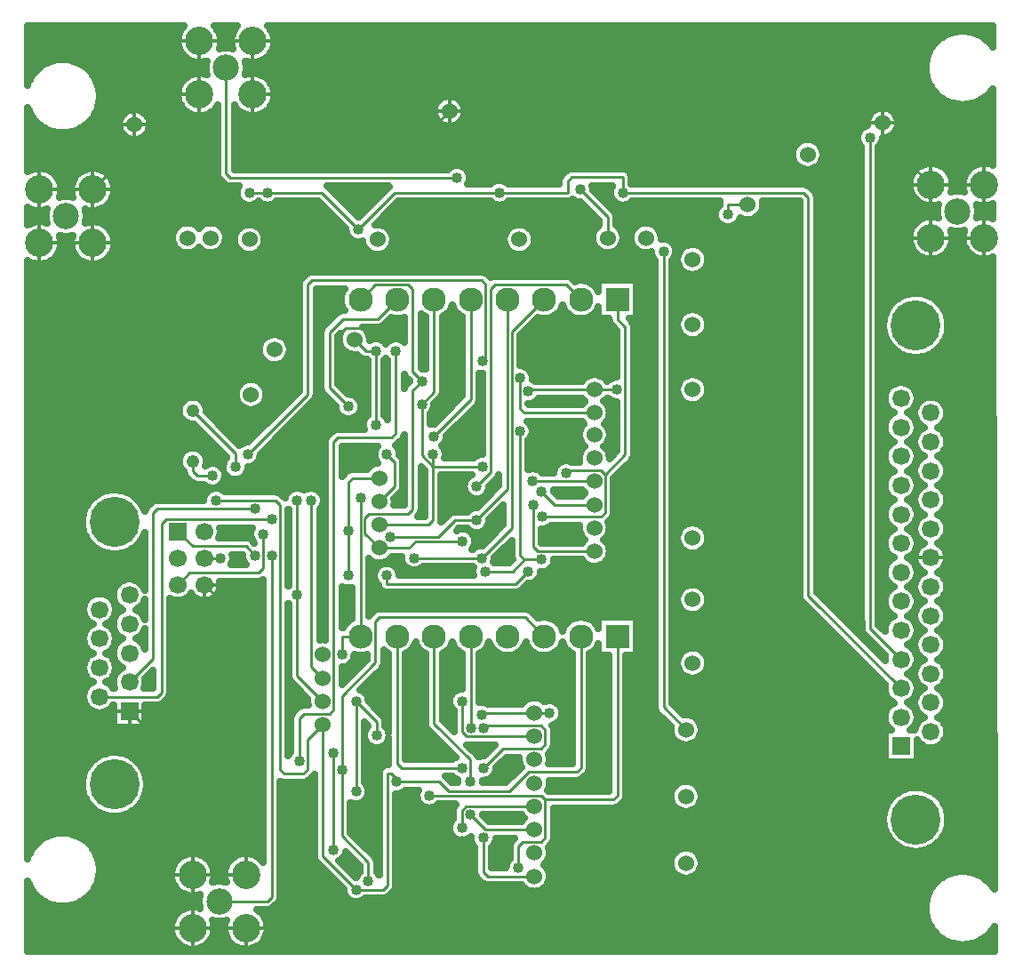
<source format=gbr>
G04 DipTrace 3.3.1.3*
G04 Bottom.gbr*
%MOIN*%
G04 #@! TF.FileFunction,Copper,L2,Bot*
G04 #@! TF.Part,Single*
G04 #@! TA.AperFunction,Conductor*
%ADD12C,0.01*%
G04 #@! TA.AperFunction,CopperBalancing*
%ADD13C,0.025*%
%ADD14C,0.013*%
G04 #@! TA.AperFunction,ComponentPad*
%ADD18C,0.106299*%
%ADD19C,0.098425*%
%ADD20R,0.066535X0.066535*%
%ADD21C,0.066535*%
%ADD22C,0.187402*%
%ADD23R,0.066929X0.066929*%
%ADD24C,0.066929*%
%ADD25R,0.090551X0.090551*%
%ADD26C,0.090551*%
%ADD27C,0.06*%
%ADD32C,0.048*%
G04 #@! TA.AperFunction,ViaPad*
%ADD33C,0.04*%
%FSLAX26Y26*%
G04*
G70*
G90*
G75*
G01*
G04 Bottom*
%LPD*%
X3738967Y1527361D2*
D12*
X3623210Y1643118D1*
Y3482756D1*
X1126461Y1807508D2*
X1235935Y1698035D1*
Y1624402D1*
X4051462Y3107508D2*
Y3307508D1*
X1838962Y3409099D2*
X1871754D1*
X2045163Y3582508D1*
X707713Y3088758D2*
Y3288758D1*
X1307712Y3845008D2*
Y3645008D1*
X1107712D2*
Y3845008D1*
X507713Y3088758D2*
Y3288758D1*
X1235935Y1624402D2*
Y1573402D1*
X1054927Y1392394D1*
Y1272237D1*
X1082713Y1244451D1*
Y720008D1*
X1995212Y513759D2*
Y520008D1*
X2075833D1*
X2091833Y536008D1*
Y845008D1*
X1282713Y520008D2*
X1988962D1*
X1995212Y513759D1*
X1082713Y520008D2*
X1282713D1*
X1082713Y720008D2*
Y520008D1*
X845212Y1332508D2*
X905484Y1272237D1*
X1054927D1*
X3851462Y3307508D2*
X3670212Y3488759D1*
Y3538759D1*
X4051462Y3307508D2*
X3851462D1*
X2255462Y3433851D2*
X2695313D1*
X2045163Y3582508D2*
X2106805D1*
X2255462Y3433851D1*
X707713Y3288758D2*
X863962Y3445007D1*
Y3532508D1*
X1307712Y3645008D2*
Y3420008D1*
X1301462Y3413759D1*
X1563962Y2368276D2*
X1568480D1*
X1601462Y2401258D1*
X1695212D1*
X1720212Y2426258D1*
Y2557508D1*
X1638962Y2638758D1*
Y2751258D1*
X1657712Y2770008D1*
X1826462D1*
X1851462Y2795008D1*
X3738967Y1418661D2*
X3390797Y1766831D1*
Y3260552D1*
X3374796Y3276553D1*
X2695312D1*
X1363913Y3276455D2*
X1295163D1*
X1704462Y3139481D2*
X1567489Y3276455D1*
X1363913D1*
X2232712D2*
X1841436D1*
X1704462Y3139481D1*
X2695312Y3276553D2*
Y3335449D1*
X2504714D1*
X2488714Y3319449D1*
Y3276455D1*
X2232712D1*
X2073671Y3332508D2*
X1223714D1*
X1207712Y3348511D1*
Y3745008D1*
X1378588Y2051973D2*
X981994D1*
X965994Y2035973D1*
Y1403036D1*
X949994Y1387036D1*
X733401D1*
X2638962Y3107508D2*
Y3185627D1*
X2536140Y3288449D1*
X3163913Y3232508D2*
X3090100D1*
Y3195008D1*
X2172687Y1269760D2*
X2182687Y1279760D1*
X2388962D1*
X2404962Y1263760D1*
Y1208260D1*
X2388962Y1192260D1*
X2245939D1*
X2173687Y1120008D1*
X2147608Y2175536D2*
X2201431Y2229359D1*
Y2916536D1*
X2217431Y2932536D1*
X2482388D1*
X2538666Y2876258D1*
X1665896Y1841016D2*
Y2007658D1*
X2341077Y1857508D2*
X2294077Y1810508D1*
X1810360D1*
Y1841016D1*
X1665896Y2007658D2*
Y2191508D1*
X1681896Y2207508D1*
X1782713D1*
X1773085Y1242819D2*
Y1292335D1*
X1695407Y1370012D1*
X1711894Y1613758D2*
X1642210D1*
Y1545008D1*
X1711896Y2133638D2*
X1711894Y1613758D1*
X1695407Y1370012D2*
Y1031788D1*
X1823714Y1986008D2*
X2003144D1*
X2066455Y2049319D1*
X2147608D1*
X1782713Y2120008D2*
X1839714Y2177010D1*
Y2266882D1*
X1811088Y2295508D1*
X2147608Y2049319D2*
X2263075Y2164787D1*
Y2876258D1*
X1570210Y1457508D2*
X1527376Y1500343D1*
Y2123304D1*
X1987485Y1613758D2*
Y1286356D1*
X2122833Y1151008D1*
Y1070008D1*
X1782713Y2032510D2*
X1967624D1*
X1983624Y2048510D1*
Y2250536D1*
Y2296536D1*
X2170431Y2250536D2*
X1983624D1*
X1941833Y2482508D2*
X1987485Y2528161D1*
Y2876258D1*
X1983624Y2250536D2*
X1941833Y2292327D1*
Y2482508D1*
X1570210Y1370008D2*
X1474226Y1465993D1*
Y1768851D1*
X1611210Y814233D2*
Y1176008D1*
X1474226Y1768851D2*
Y2123304D1*
X2095015Y1970008D2*
X1918923D1*
X1893924Y1945010D1*
X1782713D1*
X1941836Y2570323D2*
X1907462Y2604697D1*
Y2916536D1*
X1891462Y2932536D1*
X1768172D1*
X1711894Y2876258D1*
X1782713Y1945010D2*
X1727896Y1999827D1*
Y2057512D1*
X1743896Y2073512D1*
X1891462D1*
X1907462Y2089512D1*
Y2535949D1*
X1941836Y2570323D1*
X1316588Y2092304D2*
X949994D1*
X933994Y2076304D1*
Y1530345D1*
X845212Y1441564D1*
X1082712Y2460008D2*
X1242683Y2300037D1*
Y2248225D1*
X1082712Y2270008D2*
Y2231701D1*
X1098712Y2215701D1*
X1157462D1*
X1316588Y1917516D2*
X1282132Y1951973D1*
X1081997D1*
X1026461Y2007508D1*
X1185927Y1907508D2*
X1126461D1*
X1347588Y1997004D2*
Y1867973D1*
X1331588Y1851973D1*
X1070926D1*
X1026461Y1807508D1*
X1170927Y2123304D2*
X1393588D1*
X1409588Y2107304D1*
Y1114008D1*
X1425588Y1098008D1*
X1497911D1*
X1513911Y1114008D1*
Y1226209D1*
X1570210Y1282508D1*
X1845844Y1068142D2*
X2007025D1*
X2041907Y1033260D1*
X2271207D1*
X2342707Y1104760D1*
X2522663D1*
X2538666Y1120763D1*
Y1613758D1*
X1695407Y664012D2*
X1797321D1*
X1813317Y680008D1*
Y1100670D1*
X1825844D1*
X1845844Y1080670D1*
Y1068142D1*
X1570210Y1282508D2*
Y789209D1*
X1695407Y664012D1*
X1666931Y2475249D2*
X1595212Y2546967D1*
Y2751231D1*
X1647962Y2803981D1*
X1777413D1*
X1849690Y2876258D1*
X1987486Y2363508D2*
X2125280Y2501302D1*
Y2876258D1*
X1913057Y1907508D2*
X2167608D1*
X2279077Y2018977D1*
Y2754464D1*
X2400871Y2876258D1*
X2483010Y2226008D2*
Y2236008D1*
X2613962D1*
X2629962Y2220008D1*
X2704592Y2294638D1*
Y2773914D1*
X2676461Y2802045D1*
Y2876258D1*
X2629962Y2220008D2*
Y2077512D1*
X2613962Y2061512D1*
X2392439D1*
X2588962Y2538758D2*
X2673592Y2538756D1*
X2341077Y2532508D2*
X2347326Y2538758D1*
X2588962D1*
Y2451258D2*
X2326077D1*
X2310077Y2467258D1*
Y2582508D1*
X1378588Y1917516D2*
Y636008D1*
X1362588Y620008D1*
X1182713D1*
X2932713Y1263759D2*
X2848565Y1347907D1*
Y3057260D1*
X2588962Y2195008D2*
X2358384D1*
X2588962Y2107508D2*
X2440911D1*
X2390911Y2157508D1*
X2588962Y1932508D2*
X2375911D1*
X2359911Y1948508D1*
Y2107508D1*
X1849690Y1613758D2*
Y1136008D1*
X1865690Y1120008D1*
X2091833D1*
X2125280Y1613758D2*
X2125281Y1269760D1*
X1741407Y695008D2*
Y765382D1*
X1642210Y864579D1*
Y1113197D1*
Y1388528D1*
X1768171Y1514489D1*
Y1670036D1*
X1784171Y1686036D1*
X2328592D1*
X2400871Y1613758D1*
X1970683Y1017260D2*
X2388962D1*
X2404962Y1001260D1*
X2660459D1*
X2676461Y1017263D1*
Y1613758D1*
X2404962Y1001260D2*
Y858260D1*
X2388962Y842260D1*
X2320431D1*
X2304431Y826260D1*
Y745008D1*
X2363961Y1326258D2*
X2420962Y1326256D1*
X2165561Y1320008D2*
X2171810Y1326258D1*
X2363961D1*
Y1238758D2*
X2109364D1*
X2093364Y1254758D1*
Y1370008D1*
X2363961Y976258D2*
X2107833D1*
X2091833Y960258D1*
Y895008D1*
X2363961Y888758D2*
X2179083D1*
X2122833Y945008D1*
X2363961Y713758D2*
X2188687D1*
X2172687Y729758D1*
Y857756D1*
X2390911Y1901508D2*
X2326077D1*
X2310077Y1917508D1*
Y2382508D1*
X2326077Y1901508D2*
X2282077Y1857508D1*
X2179840D1*
X1688962Y2726259D2*
X1732713Y2682508D1*
X1770213D1*
X1770212Y2407508D1*
X1845015Y2682508D2*
Y2374654D1*
X1829015Y2358654D1*
X1627210D1*
X1611210Y2342654D1*
Y1339508D1*
X1595210Y1323508D1*
X1498911D1*
X1482909Y1307506D1*
Y1145008D1*
X2170015Y2645008D2*
X2181557Y2656550D1*
Y2932536D1*
X2165557Y2948536D1*
X1530159D1*
X1514158Y2932535D1*
Y2519680D1*
X1289683Y2295205D1*
D33*
X1563962Y2368276D3*
X1851462Y2795008D3*
X3623210Y3482756D3*
X1235935Y1624402D3*
X1995212Y513759D3*
X1301462Y3413759D3*
X2695313Y3433851D3*
X2255462D3*
X1838962Y3409099D3*
X2091833Y845008D3*
X2695312Y3276553D3*
X1295163Y3276455D3*
X1704462Y3139481D3*
X1363913Y3276455D3*
X2232712D3*
X2073671Y3332508D3*
X2536140Y3288449D3*
X3090100Y3195008D3*
X1665896Y2007658D3*
Y1841016D3*
X1810360D3*
X2147608Y2175536D3*
X2341077Y1857508D3*
X1642210Y1545008D3*
X1711896Y2133638D3*
X1695407Y1031788D3*
Y1370012D3*
X1773085Y1242819D3*
X1811088Y2295508D3*
X1823714Y1986008D3*
X2147608Y2049319D3*
X1527376Y2123304D3*
X2122833Y1070008D3*
X1983624Y2296536D3*
X2170431Y2250536D3*
X1941833Y2482508D3*
X1611210Y1176008D3*
X1474226Y2123304D3*
X1611210Y814233D3*
X1474226Y1768851D3*
X2095015Y1970008D3*
X1941836Y2570323D3*
X1289683Y2295205D3*
X2170015Y2645008D3*
X1378588Y2051973D3*
X1316588Y2092304D3*
X1242683Y2248225D3*
X1157462Y2215701D3*
X1316588Y1917516D3*
X1185927Y1907508D3*
X1347588Y1997004D3*
X1666931Y2475249D3*
X1987486Y2363508D3*
X1913057Y1907508D3*
X2167608D3*
X2483010Y2226008D3*
X2392439Y2061512D3*
X2673592Y2538756D3*
X2341077Y2532508D3*
X2310077Y2582508D3*
X1378588Y1917516D3*
X1845844Y1068142D3*
X1170927Y2123304D3*
X1695407Y664012D3*
X2358384Y2195008D3*
X2390911Y2157508D3*
X2359911Y2107508D3*
X2091833Y1120008D3*
X2125281Y1269760D3*
X1741407Y695008D3*
X1642210Y1113197D3*
X1970683Y1017260D3*
X2304431Y745008D3*
X2420962Y1326256D3*
X2165561Y1320008D3*
X2093364Y1370008D3*
X2091833Y895008D3*
X2122833Y945008D3*
X2172687Y857756D3*
X2179840Y1857508D3*
X2310077Y2382508D3*
X2390911Y1901508D3*
X1770212Y2407508D3*
X1770213Y2682508D3*
X2173687Y1120008D3*
X2172687Y1269760D3*
X1482909Y1145008D3*
X1845015Y2682508D3*
X2848565Y3057260D3*
X466480Y3876389D2*
D13*
X1032002D1*
X1183410D2*
X1232021D1*
X1383428D2*
X3926708D1*
X4013703D2*
X4080292D1*
X466480Y3851520D2*
X1025830D1*
X1189582D2*
X1225813D1*
X1389600D2*
X3880561D1*
X4059886D2*
X4080328D1*
X466480Y3826651D2*
X1027696D1*
X1187716D2*
X1227715D1*
X1387734D2*
X3856913D1*
X466480Y3801783D2*
X1038318D1*
X1377113D2*
X3842344D1*
X466480Y3776914D2*
X1063903D1*
X1351527D2*
X3833840D1*
X466480Y3752045D2*
X514552D1*
X675864D2*
X1129823D1*
X1285608D2*
X3830251D1*
X466480Y3727176D2*
X487245D1*
X703172D2*
X1131617D1*
X1283778D2*
X3831256D1*
X719786Y3702308D2*
X1049873D1*
X1365522D2*
X3836890D1*
X729798Y3677439D2*
X1032469D1*
X1382962D2*
X3847799D1*
X734642Y3652570D2*
X1025938D1*
X1389493D2*
X3865741D1*
X734893Y3627701D2*
X1027481D1*
X1387950D2*
X2008770D1*
X2081555D2*
X3895740D1*
X4044707D2*
X4080723D1*
X730587Y3602833D2*
X1037636D1*
X1377795D2*
X1989931D1*
X2100394D2*
X4080759D1*
X721186Y3577964D2*
X827893D1*
X900032D2*
X1062217D1*
X1153195D2*
X1173709D1*
X1241722D2*
X1262199D1*
X1353214D2*
X1986342D1*
X2103983D2*
X3627039D1*
X3713389D2*
X4080831D1*
X466480Y3553095D2*
X484984D1*
X705433D2*
X808839D1*
X919087D2*
X1173709D1*
X1241722D2*
X1994416D1*
X2095909D2*
X3613044D1*
X3727348D2*
X4080866D1*
X466480Y3528226D2*
X510713D1*
X679704D2*
X805143D1*
X922783D2*
X1173709D1*
X1241722D2*
X2026999D1*
X2063326D2*
X3610963D1*
X3728209D2*
X4080902D1*
X466480Y3503357D2*
X568020D1*
X622397D2*
X813073D1*
X914853D2*
X1173709D1*
X1241722D2*
X3579026D1*
X3716762D2*
X4080938D1*
X466480Y3478489D2*
X844902D1*
X883023D2*
X1173709D1*
X1241722D2*
X3574397D1*
X3672014D2*
X4080974D1*
X466480Y3453620D2*
X1173709D1*
X1241722D2*
X3341006D1*
X3436829D2*
X3584480D1*
X3661967D2*
X4081046D1*
X466480Y3428751D2*
X1173709D1*
X1241722D2*
X3330600D1*
X3447236D2*
X3589217D1*
X3657194D2*
X4081082D1*
X466480Y3403882D2*
X1173709D1*
X1241722D2*
X3332251D1*
X3445549D2*
X3589217D1*
X3657194D2*
X4081118D1*
X466480Y3379014D2*
X1173709D1*
X1241722D2*
X3347537D1*
X3430298D2*
X3589217D1*
X3657194D2*
X3813888D1*
X3889042D2*
X4013871D1*
X555688Y3354145D2*
X659740D1*
X755706D2*
X1173709D1*
X2117332D2*
X2476377D1*
X2723164D2*
X3589217D1*
X3657194D2*
X3784391D1*
X3918538D2*
X3984410D1*
X578797Y3329276D2*
X636630D1*
X778780D2*
X1180276D1*
X2122571D2*
X2456282D1*
X2729301D2*
X3589217D1*
X3657194D2*
X3772334D1*
X3930596D2*
X3972353D1*
X588307Y3304407D2*
X627121D1*
X788325D2*
X1206974D1*
X3392010D2*
X3589217D1*
X3657194D2*
X3769356D1*
X3933538D2*
X3969374D1*
X589311Y3279539D2*
X626116D1*
X789330D2*
X1246267D1*
X1611436D2*
X1797484D1*
X2592115D2*
X2646396D1*
X3418421D2*
X3589217D1*
X3657194D2*
X3774380D1*
X782189Y3254670D2*
X1251578D1*
X1636304D2*
X1772616D1*
X2616983D2*
X2651779D1*
X3424808D2*
X3589217D1*
X3657194D2*
X3789379D1*
X763780Y3229801D2*
X1567107D1*
X1661208D2*
X1747748D1*
X1841813D2*
X2547750D1*
X2641851D2*
X3056086D1*
X3222852D2*
X3356795D1*
X3424808D2*
X3589217D1*
X3657194D2*
X3831471D1*
X4071441D2*
X4081441D1*
X466480Y3204932D2*
X531239D1*
X684189D2*
X1591975D1*
X1686076D2*
X1722881D1*
X1816945D2*
X2572618D1*
X2666360D2*
X3042163D1*
X3215711D2*
X3356795D1*
X3424808D2*
X3589217D1*
X3657194D2*
X3873276D1*
X4029636D2*
X4081476D1*
X466480Y3180064D2*
X530019D1*
X685409D2*
X1616843D1*
X1792077D2*
X2597486D1*
X2672962D2*
X3043562D1*
X3187434D2*
X3356795D1*
X3424808D2*
X3589217D1*
X3657194D2*
X3816113D1*
X754163Y3155195D2*
X1029383D1*
X1094991D2*
X1116869D1*
X1182477D2*
X1275835D1*
X1314495D2*
X1641711D1*
X1795774D2*
X2288380D1*
X2327039D2*
X2604950D1*
X2672962D2*
X2749922D1*
X2815530D2*
X3063586D1*
X3116635D2*
X3356795D1*
X3424808D2*
X3589217D1*
X3657194D2*
X3785181D1*
X778170Y3130326D2*
X1007996D1*
X1203864D2*
X1244222D1*
X1346109D2*
X1656387D1*
X1827423D2*
X2256766D1*
X2358653D2*
X2584783D1*
X2693165D2*
X2728535D1*
X2836917D2*
X3356795D1*
X3424808D2*
X3589217D1*
X3657194D2*
X3772657D1*
X3930273D2*
X3972640D1*
X588091Y3105457D2*
X627336D1*
X788110D2*
X1003223D1*
X1208636D2*
X1236327D1*
X1354003D2*
X1670274D1*
X1835318D2*
X2248871D1*
X2366547D2*
X2580010D1*
X2697938D2*
X2723762D1*
X2841690D2*
X3356795D1*
X3424808D2*
X3589217D1*
X3657194D2*
X3769356D1*
X3933574D2*
X3969338D1*
X589455Y3080588D2*
X625973D1*
X789437D2*
X1010005D1*
X1201854D2*
X1240095D1*
X1350235D2*
X1721374D1*
X1831550D2*
X2252639D1*
X2362780D2*
X2586792D1*
X2691120D2*
X2730545D1*
X2891282D2*
X2939713D1*
X2975717D2*
X3356795D1*
X3424808D2*
X3589217D1*
X3657194D2*
X3773985D1*
X3928909D2*
X3974003D1*
X582673Y3055720D2*
X632755D1*
X782691D2*
X1037098D1*
X1087276D2*
X1124584D1*
X1174762D2*
X1259221D1*
X1331109D2*
X1740536D1*
X1812424D2*
X2271765D1*
X2343653D2*
X2613885D1*
X2664063D2*
X2757637D1*
X2897526D2*
X2906987D1*
X3008408D2*
X3356795D1*
X3424808D2*
X3589217D1*
X3657194D2*
X3788446D1*
X3914484D2*
X3988465D1*
X564910Y3030851D2*
X650518D1*
X764893D2*
X2807803D1*
X2889344D2*
X2898913D1*
X3016518D2*
X3356795D1*
X3424808D2*
X3589217D1*
X3657194D2*
X3827345D1*
X3875585D2*
X4027327D1*
X466480Y3005982D2*
X2814549D1*
X2882562D2*
X2902466D1*
X3012965D2*
X3356795D1*
X3424808D2*
X3589217D1*
X3657194D2*
X4081835D1*
X466480Y2981113D2*
X2814549D1*
X2882562D2*
X2921233D1*
X2994198D2*
X3356795D1*
X3424808D2*
X3589217D1*
X3657194D2*
X4081871D1*
X466480Y2956245D2*
X1490818D1*
X2505635D2*
X2814549D1*
X2882562D2*
X3356795D1*
X3424808D2*
X3589217D1*
X3657194D2*
X4081943D1*
X466480Y2931376D2*
X1480160D1*
X2587128D2*
X2602187D1*
X2750724D2*
X2814549D1*
X2882562D2*
X3356795D1*
X3424808D2*
X3589217D1*
X3657194D2*
X4081979D1*
X466480Y2906507D2*
X1480160D1*
X1548173D2*
X1644294D1*
X2750724D2*
X2814549D1*
X2882562D2*
X3356795D1*
X3424808D2*
X3589217D1*
X3657194D2*
X4082015D1*
X466480Y2881638D2*
X1480160D1*
X1548173D2*
X1637835D1*
X2750724D2*
X2814549D1*
X2882562D2*
X3356795D1*
X3424808D2*
X3589217D1*
X3657194D2*
X3728699D1*
X3861052D2*
X4082051D1*
X466480Y2856770D2*
X1480160D1*
X1548173D2*
X1640311D1*
X2750724D2*
X2814549D1*
X2882562D2*
X3356795D1*
X3424808D2*
X3589217D1*
X3657194D2*
X3700135D1*
X3889616D2*
X4082087D1*
X466480Y2831901D2*
X1480160D1*
X1548173D2*
X1630874D1*
X2046425D2*
X2066364D1*
X2459810D2*
X2479750D1*
X2750724D2*
X2814549D1*
X2882562D2*
X2927764D1*
X2987631D2*
X3356795D1*
X3424808D2*
X3589217D1*
X3657194D2*
X3684095D1*
X3905656D2*
X4082158D1*
X466480Y2807032D2*
X1480160D1*
X1548173D2*
X1603960D1*
X1941463D2*
X1953472D1*
X2021485D2*
X2091268D1*
X2422347D2*
X2517213D1*
X2560143D2*
X2602187D1*
X2750724D2*
X2814549D1*
X2882562D2*
X2904296D1*
X3011099D2*
X3356795D1*
X3424808D2*
X3589217D1*
X3657194D2*
X3675339D1*
X3914412D2*
X4082194D1*
X466480Y2782163D2*
X1480160D1*
X1548173D2*
X1579093D1*
X1802627D2*
X1873451D1*
X1941463D2*
X1953472D1*
X2021485D2*
X2091268D1*
X2353809D2*
X2649518D1*
X2737482D2*
X2814549D1*
X2882562D2*
X2898698D1*
X3016697D2*
X3356795D1*
X3424808D2*
X3589217D1*
X3657194D2*
X3672181D1*
X3917534D2*
X4082230D1*
X466480Y2757294D2*
X1480160D1*
X1548173D2*
X1561797D1*
X1738682D2*
X1873451D1*
X1941463D2*
X1953472D1*
X2021485D2*
X2091268D1*
X2328941D2*
X2670582D1*
X2738595D2*
X2814549D1*
X2882562D2*
X2904655D1*
X3010776D2*
X3356795D1*
X3424808D2*
X3589217D1*
X3657194D2*
X3674263D1*
X3915452D2*
X4082266D1*
X466480Y2732426D2*
X1350618D1*
X1427315D2*
X1480160D1*
X1548173D2*
X1561222D1*
X1747617D2*
X1873451D1*
X1941463D2*
X1953472D1*
X2021485D2*
X2091268D1*
X2313080D2*
X2670582D1*
X2738595D2*
X2814549D1*
X2882562D2*
X2929056D1*
X2986375D2*
X3356795D1*
X3424808D2*
X3589217D1*
X3657194D2*
X3681834D1*
X3907881D2*
X4082338D1*
X466480Y2707557D2*
X1333178D1*
X1444754D2*
X1480160D1*
X1548173D2*
X1561222D1*
X1941463D2*
X1953472D1*
X2021485D2*
X2091268D1*
X2313080D2*
X2670582D1*
X2738595D2*
X2814549D1*
X2882562D2*
X3356795D1*
X3424808D2*
X3589217D1*
X3657194D2*
X3696224D1*
X3893527D2*
X4082374D1*
X466480Y2682688D2*
X1330272D1*
X1447625D2*
X1480160D1*
X1548173D2*
X1561222D1*
X1629199D2*
X1650502D1*
X1941463D2*
X1953472D1*
X2021485D2*
X2091268D1*
X2313080D2*
X2670582D1*
X2738595D2*
X2814549D1*
X2882562D2*
X3356795D1*
X3424808D2*
X3589217D1*
X3657194D2*
X3721379D1*
X3868372D2*
X4082409D1*
X466480Y2657819D2*
X1339171D1*
X1438726D2*
X1480160D1*
X1548173D2*
X1561222D1*
X1629199D2*
X1710644D1*
X1941463D2*
X1953472D1*
X2021485D2*
X2091268D1*
X2313080D2*
X2670582D1*
X2738595D2*
X2814549D1*
X2882562D2*
X3356795D1*
X3424808D2*
X3589217D1*
X3657194D2*
X4082445D1*
X466480Y2632951D2*
X1377639D1*
X1400294D2*
X1480160D1*
X1548173D2*
X1561222D1*
X1629199D2*
X1736230D1*
X1941463D2*
X1953472D1*
X2021485D2*
X2091268D1*
X2313080D2*
X2670582D1*
X2738595D2*
X2814549D1*
X2882562D2*
X3356795D1*
X3424808D2*
X3589217D1*
X3657194D2*
X4082517D1*
X466480Y2608082D2*
X1480160D1*
X1548173D2*
X1561222D1*
X1629199D2*
X1736230D1*
X2021485D2*
X2091268D1*
X2351404D2*
X2670582D1*
X2738595D2*
X2814549D1*
X2882562D2*
X3356795D1*
X3424808D2*
X3589217D1*
X3657194D2*
X4082553D1*
X466480Y2583213D2*
X1480160D1*
X1548173D2*
X1561222D1*
X1629199D2*
X1736230D1*
X2021485D2*
X2091268D1*
X2159280D2*
X2167431D1*
X2359084D2*
X2551590D1*
X2626349D2*
X2657448D1*
X2738595D2*
X2814549D1*
X2882562D2*
X2920336D1*
X2995095D2*
X3356795D1*
X3424808D2*
X3589217D1*
X3657194D2*
X4082589D1*
X466480Y2558344D2*
X1257463D1*
X1345463D2*
X1480160D1*
X1548173D2*
X1561222D1*
X1630886D2*
X1736230D1*
X2021485D2*
X2091268D1*
X2159280D2*
X2167431D1*
X2738595D2*
X2814549D1*
X2882562D2*
X2902214D1*
X3013216D2*
X3356795D1*
X3424808D2*
X3589217D1*
X3657194D2*
X3708245D1*
X3769691D2*
X4082625D1*
X466480Y2533476D2*
X1244078D1*
X1358848D2*
X1480160D1*
X1548173D2*
X1564237D1*
X1655753D2*
X1736230D1*
X2021485D2*
X2091268D1*
X2159280D2*
X2167431D1*
X2738595D2*
X2814549D1*
X2882562D2*
X2898949D1*
X3016482D2*
X3356795D1*
X3424808D2*
X3589217D1*
X3657194D2*
X3683557D1*
X3794379D2*
X4082697D1*
X466480Y2508607D2*
X1066487D1*
X1098939D2*
X1243611D1*
X1359314D2*
X1456046D1*
X1546163D2*
X1586521D1*
X1701829D2*
X1736230D1*
X2014667D2*
X2085526D1*
X2159280D2*
X2167431D1*
X2738595D2*
X2814549D1*
X2882562D2*
X2907418D1*
X3008013D2*
X3356795D1*
X3424808D2*
X3589217D1*
X3657194D2*
X3676775D1*
X3801161D2*
X3831220D1*
X3870346D2*
X4082732D1*
X466480Y2483738D2*
X1035627D1*
X1129799D2*
X1255633D1*
X1347293D2*
X1431178D1*
X1525279D2*
X1611389D1*
X1715142D2*
X1736230D1*
X1990804D2*
X2060659D1*
X2153934D2*
X2167414D1*
X2344084D2*
X2540215D1*
X2637688D2*
X2670582D1*
X2738595D2*
X2814549D1*
X2882562D2*
X2942369D1*
X2973062D2*
X3356795D1*
X3424808D2*
X3589217D1*
X3657194D2*
X3680865D1*
X3903503D2*
X4082768D1*
X466480Y2458869D2*
X1029742D1*
X1135684D2*
X1406310D1*
X1500411D2*
X1620898D1*
X1712953D2*
X1736230D1*
X1984381D2*
X2035791D1*
X2129891D2*
X2167414D1*
X2647449D2*
X2670582D1*
X2738595D2*
X2814549D1*
X2882562D2*
X3356795D1*
X3424808D2*
X3589217D1*
X3657194D2*
X3699274D1*
X3778626D2*
X3788984D1*
X3912582D2*
X4082804D1*
X466480Y2434001D2*
X1036919D1*
X1155779D2*
X1381443D1*
X1475543D2*
X1642967D1*
X1690884D2*
X1729483D1*
X1975840D2*
X2010923D1*
X2105023D2*
X2167414D1*
X2645260D2*
X2670582D1*
X2738595D2*
X2814549D1*
X2882562D2*
X3356795D1*
X3424808D2*
X3589217D1*
X3657194D2*
X3689549D1*
X3910465D2*
X4082876D1*
X466480Y2409132D2*
X1086546D1*
X1180647D2*
X1356575D1*
X1450639D2*
X1721230D1*
X2080156D2*
X2167414D1*
X2350687D2*
X2545705D1*
X2632234D2*
X2670582D1*
X2738595D2*
X2814549D1*
X2882562D2*
X3356795D1*
X3424808D2*
X3589217D1*
X3657194D2*
X3677959D1*
X3895608D2*
X4082912D1*
X466480Y2384263D2*
X1111414D1*
X1205515D2*
X1331707D1*
X1425772D2*
X1606365D1*
X2055288D2*
X2167414D1*
X2359048D2*
X2531782D1*
X2646121D2*
X2670582D1*
X2738595D2*
X2814549D1*
X2882562D2*
X3356795D1*
X3424808D2*
X3589217D1*
X3657194D2*
X3678066D1*
X3896147D2*
X4082948D1*
X466480Y2359394D2*
X1136282D1*
X1230382D2*
X1306839D1*
X1400904D2*
X1582035D1*
X2036305D2*
X2167414D1*
X2352911D2*
X2530957D1*
X2646946D2*
X2670582D1*
X2738595D2*
X2814549D1*
X2882562D2*
X3356795D1*
X3424808D2*
X3589217D1*
X3657194D2*
X3689980D1*
X3910644D2*
X4082984D1*
X466480Y2334525D2*
X1161150D1*
X1376036D2*
X1577227D1*
X1851753D2*
X1873451D1*
X2026365D2*
X2167414D1*
X2344084D2*
X2542511D1*
X2635428D2*
X2670582D1*
X2738595D2*
X2814549D1*
X2882562D2*
X3356795D1*
X3424808D2*
X3589217D1*
X3657194D2*
X3698628D1*
X3779308D2*
X3789056D1*
X3912510D2*
X4083055D1*
X466480Y2309657D2*
X1048940D1*
X1116486D2*
X1186017D1*
X1351168D2*
X1577227D1*
X1645204D2*
X1764291D1*
X1857889D2*
X1873451D1*
X2030743D2*
X2167414D1*
X2344084D2*
X2536913D1*
X2641026D2*
X2670582D1*
X2738595D2*
X2814549D1*
X2882562D2*
X3356795D1*
X3424808D2*
X3589217D1*
X3657194D2*
X3680650D1*
X3903144D2*
X4083091D1*
X466480Y2284788D2*
X1031931D1*
X1133495D2*
X1208696D1*
X1337497D2*
X1577227D1*
X1645204D2*
X1763358D1*
X2031102D2*
X2136482D1*
X2344084D2*
X2530024D1*
X2737016D2*
X2814549D1*
X2882562D2*
X3356795D1*
X3424808D2*
X3589217D1*
X3657194D2*
X3676811D1*
X3801125D2*
X3816902D1*
X3884664D2*
X4083127D1*
X466480Y2259919D2*
X1030746D1*
X1174367D2*
X1195168D1*
X1322461D2*
X1577227D1*
X1645204D2*
X1759124D1*
X2344084D2*
X2448710D1*
X2716921D2*
X2814549D1*
X2882562D2*
X3356795D1*
X3424808D2*
X3589217D1*
X3657194D2*
X3683844D1*
X3907091D2*
X4083163D1*
X466480Y2235050D2*
X1043772D1*
X1289771D2*
X1577227D1*
X1645204D2*
X1664102D1*
X1941463D2*
X1949625D1*
X2384525D2*
X2434895D1*
X2692053D2*
X2814549D1*
X2882562D2*
X3356795D1*
X3424808D2*
X3589217D1*
X3657194D2*
X3709250D1*
X3768686D2*
X3788518D1*
X3913048D2*
X4083199D1*
X466480Y2210182D2*
X1057193D1*
X1271936D2*
X1577227D1*
X1941463D2*
X1949625D1*
X2017610D2*
X2114090D1*
X2667185D2*
X2814549D1*
X2882562D2*
X3356795D1*
X3424808D2*
X3589217D1*
X3657194D2*
X3685136D1*
X3908132D2*
X4083271D1*
X466480Y2185313D2*
X1087910D1*
X1195144D2*
X1577227D1*
X1941463D2*
X1949625D1*
X2017610D2*
X2099665D1*
X2204423D2*
X2229063D1*
X2663956D2*
X2814549D1*
X2882562D2*
X3356795D1*
X3424808D2*
X3589217D1*
X3657194D2*
X3676990D1*
X3800946D2*
X3813493D1*
X3888037D2*
X4083307D1*
X466480Y2160444D2*
X763373D1*
X815238D2*
X1140444D1*
X1201424D2*
X1443738D1*
X1557861D2*
X1577227D1*
X1941463D2*
X1949625D1*
X2017610D2*
X2101136D1*
X2194088D2*
X2211695D1*
X2439823D2*
X2541758D1*
X2663956D2*
X2814549D1*
X2882562D2*
X3356795D1*
X3424808D2*
X3589217D1*
X3657194D2*
X3679825D1*
X3901565D2*
X4083342D1*
X466480Y2135575D2*
X710695D1*
X867916D2*
X1123579D1*
X1845330D2*
X1873451D1*
X1941463D2*
X1949625D1*
X2017610D2*
X2121339D1*
X2173885D2*
X2186827D1*
X2663956D2*
X2814549D1*
X2882562D2*
X3356795D1*
X3424808D2*
X3589217D1*
X3657194D2*
X3696009D1*
X3912151D2*
X4083378D1*
X466480Y2110707D2*
X687801D1*
X890810D2*
X921336D1*
X1840952D2*
X1873451D1*
X1941463D2*
X1949625D1*
X2017610D2*
X2161960D1*
X2663956D2*
X2814549D1*
X2882562D2*
X3356795D1*
X3424808D2*
X3589217D1*
X3657194D2*
X3691918D1*
X3911254D2*
X4083450D1*
X466480Y2085838D2*
X674668D1*
X1561378D2*
X1577227D1*
X1941248D2*
X1949625D1*
X2017610D2*
X2116315D1*
X2231156D2*
X2245067D1*
X2663956D2*
X2814549D1*
X2882562D2*
X3356795D1*
X3424808D2*
X3589217D1*
X3657194D2*
X3678605D1*
X3898228D2*
X4083486D1*
X466480Y2060969D2*
X668029D1*
X1561378D2*
X1577227D1*
X2017610D2*
X2031054D1*
X2206289D2*
X2245067D1*
X2659255D2*
X2814549D1*
X2882562D2*
X3356795D1*
X3424808D2*
X3589217D1*
X3657194D2*
X3677528D1*
X3800408D2*
X3808326D1*
X3893240D2*
X4083522D1*
X466480Y2036100D2*
X666773D1*
X1561378D2*
X1577227D1*
X2194698D2*
X2245067D1*
X2645619D2*
X2814549D1*
X2882562D2*
X2937309D1*
X2978122D2*
X3356795D1*
X3424808D2*
X3589217D1*
X3657194D2*
X3687863D1*
X3909747D2*
X4083558D1*
X466480Y2011231D2*
X670756D1*
X1188793D2*
X1300811D1*
X1561378D2*
X1577227D1*
X2176792D2*
X2224290D1*
X2393927D2*
X2530634D1*
X2647269D2*
X2814549D1*
X2882562D2*
X2906556D1*
X3008874D2*
X3356795D1*
X3424808D2*
X3589217D1*
X3657194D2*
X3702324D1*
X3775576D2*
X3788733D1*
X3912797D2*
X4083630D1*
X466480Y1986363D2*
X680553D1*
X1185061D2*
X1299806D1*
X1561378D2*
X1577227D1*
X2141051D2*
X2199423D1*
X2393927D2*
X2541076D1*
X2636863D2*
X2814549D1*
X2882562D2*
X2898841D1*
X3016589D2*
X3356795D1*
X3424808D2*
X3589217D1*
X3657194D2*
X3681834D1*
X3904867D2*
X4083665D1*
X466480Y1961494D2*
X698028D1*
X880583D2*
X899985D1*
X1561378D2*
X1577227D1*
X2143240D2*
X2174555D1*
X2639949D2*
X2814549D1*
X2882562D2*
X2902753D1*
X3012642D2*
X3356795D1*
X3424808D2*
X3589217D1*
X3657194D2*
X3676703D1*
X3801233D2*
X3821998D1*
X3879568D2*
X4083701D1*
X466480Y1936625D2*
X730001D1*
X848610D2*
X899985D1*
X1561378D2*
X1577227D1*
X2243788D2*
X2276071D1*
X2647808D2*
X2814549D1*
X2882562D2*
X2922238D1*
X2993193D2*
X3356795D1*
X3424808D2*
X3589217D1*
X3657194D2*
X3682444D1*
X3905656D2*
X4083737D1*
X466480Y1911756D2*
X899985D1*
X1234724D2*
X1267941D1*
X1561378D2*
X1577227D1*
X1830904D2*
X1864264D1*
X2218920D2*
X2276610D1*
X2644004D2*
X2814549D1*
X2882562D2*
X3356795D1*
X3424808D2*
X3589217D1*
X3657194D2*
X3704370D1*
X3773566D2*
X3788626D1*
X3912905D2*
X4083809D1*
X466480Y1886888D2*
X899985D1*
X1230095D2*
X1279101D1*
X1561378D2*
X1577227D1*
X1745895D2*
X1800247D1*
X1820498D2*
X1868893D1*
X2437562D2*
X2553133D1*
X2624806D2*
X2814549D1*
X2882562D2*
X3356795D1*
X3424808D2*
X3589217D1*
X3657194D2*
X3686930D1*
X3909244D2*
X4083845D1*
X466480Y1862019D2*
X899985D1*
X1561378D2*
X1577227D1*
X1745895D2*
X1766372D1*
X1854337D2*
X1900902D1*
X1925208D2*
X2131063D1*
X2417969D2*
X2814549D1*
X2882562D2*
X3356795D1*
X3424808D2*
X3589217D1*
X3657194D2*
X3677313D1*
X3800623D2*
X3809869D1*
X3891661D2*
X4083881D1*
X466480Y1837150D2*
X899985D1*
X1561378D2*
X1577227D1*
X1745895D2*
X1761528D1*
X2385387D2*
X2814549D1*
X2882562D2*
X3356795D1*
X3424808D2*
X3589217D1*
X3657194D2*
X3678964D1*
X3899376D2*
X4083917D1*
X466480Y1812281D2*
X801769D1*
X888657D2*
X899985D1*
X1188721D2*
X1344590D1*
X1561378D2*
X1577227D1*
X1745895D2*
X1771288D1*
X2354383D2*
X2814549D1*
X2882562D2*
X3356795D1*
X3424808D2*
X3589217D1*
X3657194D2*
X3693138D1*
X3911577D2*
X4083988D1*
X466480Y1787413D2*
X785945D1*
X1185455D2*
X1344590D1*
X1561378D2*
X1577227D1*
X1645204D2*
X1677882D1*
X1745895D2*
X1786432D1*
X2317996D2*
X2814549D1*
X2882562D2*
X2911796D1*
X3003635D2*
X3356795D1*
X3424808D2*
X3589217D1*
X3657194D2*
X3694609D1*
X3911900D2*
X4084024D1*
X466480Y1762544D2*
X695768D1*
X771029D2*
X783253D1*
X1068616D2*
X1084286D1*
X1168626D2*
X1344590D1*
X1561378D2*
X1577227D1*
X1645204D2*
X1677882D1*
X1745895D2*
X2814549D1*
X2882562D2*
X2899846D1*
X3015585D2*
X3357082D1*
X3442140D2*
X3589217D1*
X3657194D2*
X3679394D1*
X3900561D2*
X4084060D1*
X466480Y1737675D2*
X675924D1*
X1000006D2*
X1344590D1*
X1561378D2*
X1577227D1*
X1645204D2*
X1677882D1*
X1745895D2*
X2814549D1*
X2882562D2*
X2900384D1*
X3015046D2*
X3372907D1*
X3467008D2*
X3589217D1*
X3657194D2*
X3677133D1*
X3800802D2*
X3811699D1*
X3889867D2*
X4084096D1*
X466480Y1712806D2*
X671151D1*
X795645D2*
X815334D1*
X875093D2*
X899985D1*
X1000006D2*
X1344590D1*
X1561378D2*
X1577227D1*
X1645204D2*
X1677882D1*
X1745895D2*
X1765080D1*
X2347708D2*
X2814549D1*
X2882562D2*
X2913805D1*
X3001626D2*
X3397775D1*
X3491876D2*
X3589217D1*
X3657194D2*
X3685961D1*
X3908706D2*
X4084168D1*
X466480Y1687938D2*
X677215D1*
X1000006D2*
X1344590D1*
X1561378D2*
X1577227D1*
X1645204D2*
X1677882D1*
X2373724D2*
X2814549D1*
X2882562D2*
X3422643D1*
X3516743D2*
X3589217D1*
X3657194D2*
X3706774D1*
X3771162D2*
X3788554D1*
X3913012D2*
X4084204D1*
X466480Y1663069D2*
X699966D1*
X766830D2*
X783038D1*
X1000006D2*
X1344590D1*
X1561378D2*
X1577227D1*
X1645204D2*
X1657248D1*
X2455540D2*
X2484020D1*
X2593335D2*
X2602187D1*
X2750724D2*
X2814549D1*
X2882562D2*
X3447511D1*
X3541611D2*
X3589217D1*
X3657194D2*
X3683162D1*
X3906410D2*
X4084240D1*
X466480Y1638200D2*
X681091D1*
X1000006D2*
X1344590D1*
X1561378D2*
X1577227D1*
X2750724D2*
X2814549D1*
X2882562D2*
X3472378D1*
X3566479D2*
X3589612D1*
X3801197D2*
X3819199D1*
X3882367D2*
X4084275D1*
X466480Y1613331D2*
X671689D1*
X795107D2*
X804963D1*
X885464D2*
X899985D1*
X1000006D2*
X1344590D1*
X1561378D2*
X1577227D1*
X2750724D2*
X2814549D1*
X2882562D2*
X3497246D1*
X3591346D2*
X3605939D1*
X3904005D2*
X4084311D1*
X466480Y1588462D2*
X673519D1*
X1000006D2*
X1344590D1*
X2750724D2*
X2814549D1*
X2882562D2*
X3522114D1*
X3616214D2*
X3630807D1*
X3777621D2*
X3788877D1*
X3912653D2*
X4084383D1*
X466480Y1563594D2*
X687945D1*
X1000006D2*
X1344590D1*
X1903534D2*
X1933664D1*
X2041329D2*
X2071460D1*
X2179124D2*
X2209255D1*
X2316920D2*
X2347050D1*
X2454715D2*
X2484845D1*
X2592510D2*
X2602187D1*
X2750724D2*
X2814549D1*
X2882562D2*
X2928589D1*
X2986841D2*
X3546982D1*
X3641082D2*
X3655675D1*
X3910249D2*
X4084419D1*
X466480Y1538725D2*
X689021D1*
X1000006D2*
X1344590D1*
X1690776D2*
X1734184D1*
X1802161D2*
X1815677D1*
X1883690D2*
X1953472D1*
X2021485D2*
X2091268D1*
X2159280D2*
X2504654D1*
X2572666D2*
X2642449D1*
X2710461D2*
X2814549D1*
X2882562D2*
X2904511D1*
X3010884D2*
X3571849D1*
X3665950D2*
X3677779D1*
X3894783D2*
X4084455D1*
X466480Y1513856D2*
X673842D1*
X1000006D2*
X1344590D1*
X1679222D2*
X1720476D1*
X1802161D2*
X1815677D1*
X1883690D2*
X1953472D1*
X2021485D2*
X2091268D1*
X2159280D2*
X2504654D1*
X2572666D2*
X2642449D1*
X2710461D2*
X2814549D1*
X2882562D2*
X2898698D1*
X3016697D2*
X3596717D1*
X3896900D2*
X4084491D1*
X466480Y1488987D2*
X671546D1*
X795251D2*
X806327D1*
X1000006D2*
X1344590D1*
X1645204D2*
X1695609D1*
X1789709D2*
X1815677D1*
X1883690D2*
X1953472D1*
X2021485D2*
X2091268D1*
X2159280D2*
X2504654D1*
X2572666D2*
X2642449D1*
X2710461D2*
X2814549D1*
X2882562D2*
X2904439D1*
X3010992D2*
X3621585D1*
X3910859D2*
X4084563D1*
X466480Y1464119D2*
X680409D1*
X914817D2*
X931993D1*
X1000006D2*
X1344590D1*
X1645204D2*
X1670741D1*
X1764841D2*
X1815677D1*
X1883690D2*
X1953472D1*
X2021485D2*
X2091268D1*
X2159280D2*
X2504654D1*
X2572666D2*
X2642449D1*
X2710461D2*
X2814549D1*
X2882562D2*
X2928230D1*
X2987200D2*
X3646452D1*
X3780277D2*
X3789164D1*
X3912366D2*
X4084598D1*
X466480Y1439250D2*
X701832D1*
X765000D2*
X783002D1*
X907425D2*
X931993D1*
X1000006D2*
X1344590D1*
X1443606D2*
X1453929D1*
X1739974D2*
X1815677D1*
X1883690D2*
X1953472D1*
X2021485D2*
X2091268D1*
X2159280D2*
X2504654D1*
X2572666D2*
X2642449D1*
X2710461D2*
X2814549D1*
X2882562D2*
X3671320D1*
X3902606D2*
X4084634D1*
X466480Y1414381D2*
X677754D1*
X1000006D2*
X1344590D1*
X1443606D2*
X1478796D1*
X1715106D2*
X1815677D1*
X1883690D2*
X1953472D1*
X2021485D2*
X2076950D1*
X2159280D2*
X2504654D1*
X2572666D2*
X2642449D1*
X2710461D2*
X2814549D1*
X2882562D2*
X3676846D1*
X3801090D2*
X3815646D1*
X3885920D2*
X4084670D1*
X466480Y1389512D2*
X671187D1*
X996956D2*
X1344590D1*
X1443606D2*
X1503664D1*
X1740117D2*
X1815677D1*
X1883690D2*
X1953472D1*
X2021485D2*
X2048637D1*
X2159280D2*
X2504654D1*
X2572666D2*
X2642449D1*
X2710461D2*
X2814549D1*
X2882562D2*
X3684274D1*
X3907486D2*
X4084742D1*
X466480Y1364644D2*
X675493D1*
X974636D2*
X1344590D1*
X1443606D2*
X1511451D1*
X1747832D2*
X1815677D1*
X1883690D2*
X1953472D1*
X2021485D2*
X2044690D1*
X2181098D2*
X2319994D1*
X2449691D2*
X2504654D1*
X2572666D2*
X2642449D1*
X2710461D2*
X2814549D1*
X2882562D2*
X3710900D1*
X3767035D2*
X3788518D1*
X3913048D2*
X4084778D1*
X466480Y1339775D2*
X694332D1*
X772500D2*
X782954D1*
X907496D2*
X1344590D1*
X1443606D2*
X1468139D1*
X1772700D2*
X1815677D1*
X1883690D2*
X1953472D1*
X2021485D2*
X2055527D1*
X2467956D2*
X2504654D1*
X2572666D2*
X2642449D1*
X2710461D2*
X2815626D1*
X2903734D2*
X3684669D1*
X3907773D2*
X4084814D1*
X466480Y1314906D2*
X782930D1*
X907496D2*
X1344590D1*
X1797568D2*
X1815677D1*
X1883690D2*
X1953472D1*
X2021485D2*
X2059367D1*
X2468566D2*
X2504654D1*
X2572666D2*
X2642449D1*
X2710461D2*
X2834501D1*
X2959211D2*
X3676918D1*
X3801018D2*
X3814642D1*
X3886889D2*
X4084850D1*
X466480Y1290037D2*
X782930D1*
X907496D2*
X1344590D1*
X1807077D2*
X1815677D1*
X1883690D2*
X1953472D1*
X2030851D2*
X2059367D1*
X2452634D2*
X2504654D1*
X2572666D2*
X2642449D1*
X2710461D2*
X2859405D1*
X2985227D2*
X3680112D1*
X3902139D2*
X4084921D1*
X466480Y1265169D2*
X1344590D1*
X1883690D2*
X1961690D1*
X2438926D2*
X2504654D1*
X2572666D2*
X2642449D1*
X2710461D2*
X2873722D1*
X2991686D2*
X3696906D1*
X3781030D2*
X3789272D1*
X3912295D2*
X4084957D1*
X466480Y1240300D2*
X1344590D1*
X1883690D2*
X1986486D1*
X2438962D2*
X2504654D1*
X2572666D2*
X2642449D1*
X2710461D2*
X2878818D1*
X2986626D2*
X3676703D1*
X3911039D2*
X4084993D1*
X466480Y1215431D2*
X1344590D1*
X1883690D2*
X2011354D1*
X2438962D2*
X2504654D1*
X2572666D2*
X2642449D1*
X2710461D2*
X2900959D1*
X2964486D2*
X3676703D1*
X3897510D2*
X4085029D1*
X466480Y1190562D2*
X1344590D1*
X1729424D2*
X1815677D1*
X1883690D2*
X2036221D1*
X2130322D2*
X2197198D1*
X2433507D2*
X2504654D1*
X2572666D2*
X2642449D1*
X2710461D2*
X3676703D1*
X3801233D2*
X4085101D1*
X466480Y1165693D2*
X732047D1*
X846565D2*
X1344590D1*
X1729424D2*
X1815677D1*
X1883690D2*
X2061089D1*
X2153216D2*
X2162534D1*
X2421091D2*
X2504654D1*
X2572666D2*
X2642449D1*
X2710461D2*
X3676703D1*
X3801233D2*
X4085137D1*
X466480Y1140825D2*
X699033D1*
X879579D2*
X1344590D1*
X1729424D2*
X1815677D1*
X2241563D2*
X2305927D1*
X2421988D2*
X2504654D1*
X2572666D2*
X2642449D1*
X2710461D2*
X4085173D1*
X466480Y1115956D2*
X681127D1*
X897485D2*
X1344590D1*
X1729424D2*
X1783274D1*
X2222508D2*
X2306860D1*
X2572307D2*
X2642449D1*
X2710461D2*
X4085208D1*
X466480Y1091087D2*
X671043D1*
X907568D2*
X1344590D1*
X1729424D2*
X1779326D1*
X2212604D2*
X2281992D1*
X2556052D2*
X2642449D1*
X2710461D2*
X4085280D1*
X466480Y1066218D2*
X666845D1*
X911767D2*
X1344590D1*
X1412602D2*
X1536211D1*
X1729424D2*
X1779326D1*
X2056006D2*
X2073972D1*
X2171660D2*
X2257124D1*
X2422921D2*
X2642449D1*
X2710461D2*
X2909248D1*
X2956196D2*
X4085316D1*
X466480Y1041350D2*
X667850D1*
X910762D2*
X1344590D1*
X1412602D2*
X1536211D1*
X1743419D2*
X1779326D1*
X2418328D2*
X2642449D1*
X2710461D2*
X2880899D1*
X2984509D2*
X3754572D1*
X3835144D2*
X4085352D1*
X466480Y1016481D2*
X674273D1*
X904339D2*
X1344590D1*
X1412602D2*
X1536211D1*
X1741804D2*
X1779326D1*
X1847303D2*
X1921679D1*
X2710461D2*
X2873794D1*
X2991650D2*
X3711833D1*
X3877918D2*
X4085388D1*
X466480Y991612D2*
X687048D1*
X891564D2*
X1344590D1*
X1412602D2*
X1536211D1*
X1721314D2*
X1779326D1*
X1847303D2*
X1929394D1*
X2697866D2*
X2878244D1*
X2987200D2*
X3690877D1*
X3898874D2*
X4085424D1*
X466480Y966743D2*
X709368D1*
X869244D2*
X1344590D1*
X1412602D2*
X1536211D1*
X1676207D2*
X1779326D1*
X1847303D2*
X2058505D1*
X2438962D2*
X2898877D1*
X2966531D2*
X3678856D1*
X3910895D2*
X4085496D1*
X466480Y941875D2*
X758493D1*
X820118D2*
X1344590D1*
X1412602D2*
X1536211D1*
X1676207D2*
X1779326D1*
X1847303D2*
X2057824D1*
X2173024D2*
X2316620D1*
X2438962D2*
X3673079D1*
X3916673D2*
X4085531D1*
X466480Y917006D2*
X1344590D1*
X1412602D2*
X1536211D1*
X1676207D2*
X1779326D1*
X1847303D2*
X2048350D1*
X2438962D2*
X3672612D1*
X3917139D2*
X4085567D1*
X466480Y892137D2*
X1344590D1*
X1412602D2*
X1536211D1*
X1676207D2*
X1779326D1*
X1847303D2*
X2042932D1*
X2438962D2*
X3677421D1*
X3912331D2*
X4085603D1*
X466480Y867268D2*
X543439D1*
X646977D2*
X1344590D1*
X1412602D2*
X1536211D1*
X1686578D2*
X1779326D1*
X1847303D2*
X2052010D1*
X2438962D2*
X3688186D1*
X3901529D2*
X4085675D1*
X466480Y842399D2*
X502137D1*
X688280D2*
X1344590D1*
X1412602D2*
X1536211D1*
X1711446D2*
X1779326D1*
X1847303D2*
X2126291D1*
X2219063D2*
X2274887D1*
X2434691D2*
X3707240D1*
X3882511D2*
X4085711D1*
X466480Y817531D2*
X479852D1*
X710564D2*
X1344590D1*
X1412602D2*
X1536211D1*
X1736313D2*
X1779326D1*
X1847303D2*
X2138671D1*
X2206683D2*
X2270437D1*
X2420553D2*
X2912872D1*
X2952572D2*
X3743268D1*
X3846483D2*
X4085747D1*
X724344Y792662D2*
X1047576D1*
X1117850D2*
X1247559D1*
X1317868D2*
X1344590D1*
X1412602D2*
X1536211D1*
X1654892D2*
X1667081D1*
X1761181D2*
X1779326D1*
X1847303D2*
X2138671D1*
X2206683D2*
X2270437D1*
X2422311D2*
X2881653D1*
X2983755D2*
X4085783D1*
X732238Y767793D2*
X1016500D1*
X1148925D2*
X1216483D1*
X1412602D2*
X1544608D1*
X1638673D2*
X1691949D1*
X1847303D2*
X2138671D1*
X2206683D2*
X2261395D1*
X2411977D2*
X2873866D1*
X2991578D2*
X4085854D1*
X735288Y742924D2*
X1003941D1*
X1161485D2*
X1203924D1*
X1412602D2*
X1569440D1*
X1663540D2*
X1707415D1*
X1847303D2*
X2138671D1*
X2414848D2*
X2877706D1*
X2987739D2*
X4085890D1*
X733781Y718056D2*
X1000604D1*
X1164822D2*
X1200586D1*
X1412602D2*
X1594308D1*
X1688408D2*
X1698525D1*
X1847303D2*
X2140931D1*
X2422814D2*
X2897011D1*
X2968433D2*
X3906039D1*
X4034373D2*
X4085926D1*
X727573Y693187D2*
X1005233D1*
X1412602D2*
X1619175D1*
X1847303D2*
X2162211D1*
X2419082D2*
X3871267D1*
X4069180D2*
X4085962D1*
X466480Y668318D2*
X474493D1*
X715947D2*
X1019622D1*
X1412602D2*
X1644043D1*
X1845078D2*
X2327888D1*
X2400027D2*
X3851244D1*
X466480Y643449D2*
X493417D1*
X697000D2*
X1058234D1*
X1412602D2*
X1651184D1*
X1823799D2*
X3838899D1*
X466480Y618581D2*
X525641D1*
X664776D2*
X1104524D1*
X1407327D2*
X1683013D1*
X1707821D2*
X3832117D1*
X466480Y593712D2*
X1050016D1*
X1382424D2*
X3830072D1*
X466480Y568843D2*
X1017290D1*
X1348118D2*
X3832584D1*
X466480Y543974D2*
X1004264D1*
X1161162D2*
X1204247D1*
X1361180D2*
X3839904D1*
X466480Y519106D2*
X1000568D1*
X1164858D2*
X1200586D1*
X1364840D2*
X3852894D1*
X466480Y494237D2*
X1004838D1*
X1160588D2*
X1204857D1*
X1360570D2*
X3873958D1*
X4066453D2*
X4086321D1*
X466480Y469368D2*
X1018725D1*
X1146700D2*
X1218744D1*
X1346683D2*
X3911529D1*
X4028882D2*
X4086393D1*
X466480Y444499D2*
X1054861D1*
X1110565D2*
X1254879D1*
X1310548D2*
X4086428D1*
X904980Y1355538D2*
Y1272741D1*
X785444D1*
Y1355540D1*
X784173Y1355536D1*
X778849Y1348220D1*
X772217Y1341588D1*
X764630Y1336076D1*
X756273Y1331818D1*
X747354Y1328920D1*
X738090Y1327452D1*
X728712D1*
X719449Y1328920D1*
X710529Y1331818D1*
X702173Y1336076D1*
X694585Y1341588D1*
X687953Y1348220D1*
X682441Y1355807D1*
X678183Y1364164D1*
X675285Y1373083D1*
X673818Y1382347D1*
Y1391725D1*
X675285Y1400988D1*
X678183Y1409908D1*
X682441Y1418265D1*
X687953Y1425852D1*
X694585Y1432484D1*
X702173Y1437996D1*
X708981Y1441540D1*
X702173Y1445131D1*
X694585Y1450643D1*
X687953Y1457275D1*
X682441Y1464863D1*
X678183Y1473219D1*
X675285Y1482139D1*
X673818Y1491402D1*
Y1500780D1*
X675285Y1510044D1*
X678183Y1518963D1*
X682441Y1527320D1*
X687953Y1534907D1*
X694585Y1541539D1*
X702173Y1547051D1*
X708981Y1550595D1*
X702173Y1554186D1*
X694585Y1559698D1*
X687953Y1566330D1*
X682441Y1573918D1*
X678183Y1582274D1*
X675285Y1591194D1*
X673818Y1600457D1*
Y1609836D1*
X675285Y1619099D1*
X678183Y1628018D1*
X682441Y1636375D1*
X687953Y1643962D1*
X694585Y1650594D1*
X702173Y1656107D1*
X708981Y1659651D1*
X702173Y1663241D1*
X694585Y1668754D1*
X687953Y1675385D1*
X682441Y1682973D1*
X678183Y1691329D1*
X675285Y1700249D1*
X673818Y1709512D1*
Y1718891D1*
X675285Y1728154D1*
X678183Y1737073D1*
X682441Y1745430D1*
X687953Y1753017D1*
X694585Y1759649D1*
X702173Y1765162D1*
X710529Y1769419D1*
X719449Y1772318D1*
X728712Y1773785D1*
X738090D1*
X747354Y1772318D1*
X756273Y1769419D1*
X764630Y1765162D1*
X772217Y1759649D1*
X778849Y1753017D1*
X784362Y1745430D1*
X788619Y1737073D1*
X791517Y1728154D1*
X792985Y1718891D1*
Y1709512D1*
X791517Y1700249D1*
X788619Y1691329D1*
X784362Y1682973D1*
X778849Y1675385D1*
X772217Y1668754D1*
X764630Y1663241D1*
X757822Y1659697D1*
X764630Y1656107D1*
X772217Y1650594D1*
X778849Y1643962D1*
X784362Y1636375D1*
X788619Y1628018D1*
X791517Y1619099D1*
X792985Y1609836D1*
Y1600457D1*
X791517Y1591194D1*
X788619Y1582274D1*
X784362Y1573918D1*
X778849Y1566330D1*
X772217Y1559698D1*
X764630Y1554186D1*
X757822Y1550642D1*
X764630Y1547051D1*
X772217Y1541539D1*
X778849Y1534907D1*
X784362Y1527320D1*
X788619Y1518963D1*
X791517Y1510044D1*
X792985Y1500780D1*
Y1491402D1*
X791517Y1482139D1*
X788619Y1473219D1*
X784362Y1464863D1*
X778849Y1457275D1*
X772217Y1450643D1*
X764630Y1445131D1*
X757822Y1441587D1*
X764630Y1437996D1*
X772217Y1432484D1*
X778849Y1425852D1*
X784188Y1418524D1*
X789994Y1418691D1*
X787096Y1427611D1*
X785629Y1436874D1*
Y1446253D1*
X787096Y1455516D1*
X789994Y1464436D1*
X794252Y1472792D1*
X799764Y1480380D1*
X806396Y1487011D1*
X813984Y1492524D1*
X820792Y1496068D1*
X813984Y1499658D1*
X806396Y1505171D1*
X799764Y1511803D1*
X794252Y1519390D1*
X789994Y1527747D1*
X787096Y1536666D1*
X785629Y1545929D1*
Y1555308D1*
X787096Y1564571D1*
X789994Y1573491D1*
X794252Y1581847D1*
X799764Y1589435D1*
X806396Y1596066D1*
X813984Y1601579D1*
X820792Y1605123D1*
X813984Y1608713D1*
X806396Y1614226D1*
X799764Y1620858D1*
X794252Y1628445D1*
X789994Y1636802D1*
X787096Y1645721D1*
X785629Y1654984D1*
Y1664363D1*
X787096Y1673626D1*
X789994Y1682546D1*
X794252Y1690902D1*
X799764Y1698490D1*
X806396Y1705121D1*
X813984Y1710634D1*
X820792Y1714178D1*
X813984Y1717769D1*
X806396Y1723281D1*
X799764Y1729913D1*
X794252Y1737500D1*
X789994Y1745857D1*
X787096Y1754776D1*
X785629Y1764040D1*
Y1773418D1*
X787096Y1782681D1*
X789994Y1791601D1*
X794252Y1799957D1*
X799764Y1807545D1*
X806396Y1814177D1*
X813984Y1819689D1*
X822340Y1823947D1*
X831260Y1826845D1*
X840523Y1828312D1*
X849902D1*
X859165Y1826845D1*
X868084Y1823947D1*
X876441Y1819689D1*
X884028Y1814177D1*
X890660Y1807545D1*
X896173Y1799957D1*
X900430Y1791601D1*
X902498Y1785628D1*
X902494Y2002115D1*
X897090Y1989341D1*
X892713Y1981267D1*
X887732Y1973551D1*
X882177Y1966237D1*
X876080Y1959369D1*
X869476Y1952987D1*
X862404Y1947127D1*
X854905Y1941825D1*
X847023Y1937110D1*
X838804Y1933011D1*
X830297Y1929552D1*
X821550Y1926752D1*
X812615Y1924628D1*
X803543Y1923193D1*
X794389Y1922454D1*
X785205Y1922417D1*
X776045Y1923081D1*
X766962Y1924442D1*
X758010Y1926493D1*
X749241Y1929221D1*
X740705Y1932611D1*
X732453Y1936643D1*
X724533Y1941293D1*
X716991Y1946534D1*
X709872Y1952335D1*
X703216Y1958664D1*
X697062Y1965481D1*
X691448Y1972749D1*
X686404Y1980425D1*
X681961Y1988463D1*
X678145Y1996817D1*
X674978Y2005437D1*
X672478Y2014275D1*
X670661Y2023277D1*
X669536Y2032392D1*
X669110Y2041566D1*
X669386Y2050746D1*
X670362Y2059878D1*
X672032Y2068909D1*
X674387Y2077786D1*
X677413Y2086458D1*
X681092Y2094873D1*
X685403Y2102982D1*
X690321Y2110739D1*
X695816Y2118097D1*
X701857Y2125015D1*
X708409Y2131451D1*
X715433Y2137368D1*
X722888Y2142732D1*
X730731Y2147510D1*
X738916Y2151676D1*
X747395Y2155205D1*
X756119Y2158076D1*
X765037Y2160273D1*
X774096Y2161782D1*
X783244Y2162596D1*
X792427Y2162708D1*
X801592Y2162119D1*
X810686Y2160832D1*
X819655Y2158854D1*
X828446Y2156198D1*
X837009Y2152878D1*
X845294Y2148914D1*
X853251Y2144328D1*
X860836Y2139149D1*
X868003Y2133406D1*
X874710Y2127132D1*
X880919Y2120365D1*
X886593Y2113143D1*
X891699Y2105509D1*
X896207Y2097508D1*
X900091Y2089185D1*
X902936Y2081631D1*
X904036Y2086038D1*
X905927Y2090604D1*
X908510Y2094819D1*
X911727Y2098584D1*
X929536Y2116257D1*
X933535Y2119162D1*
X937939Y2121406D1*
X942640Y2122933D1*
X947522Y2123707D1*
X1014298Y2123804D1*
X1124427D1*
X1125000Y2130578D1*
X1126703Y2137673D1*
X1129495Y2144414D1*
X1133308Y2150636D1*
X1138047Y2156184D1*
X1143595Y2160923D1*
X1149816Y2164735D1*
X1156558Y2167528D1*
X1163653Y2169231D1*
X1170927Y2169804D1*
X1178201Y2169231D1*
X1185296Y2167528D1*
X1192038Y2164735D1*
X1198259Y2160923D1*
X1203807Y2156184D1*
X1205076Y2154812D1*
X1396060Y2154707D1*
X1400942Y2153933D1*
X1405643Y2152406D1*
X1410047Y2150162D1*
X1414046Y2147257D1*
X1428676Y2132764D1*
X1430002Y2137673D1*
X1432794Y2144414D1*
X1436607Y2150636D1*
X1441346Y2156184D1*
X1446894Y2160923D1*
X1453116Y2164735D1*
X1459857Y2167528D1*
X1466952Y2169231D1*
X1474226Y2169804D1*
X1481500Y2169231D1*
X1488596Y2167528D1*
X1495337Y2164735D1*
X1500787Y2161438D1*
X1506265Y2164735D1*
X1513007Y2167528D1*
X1520102Y2169231D1*
X1527376Y2169804D1*
X1534650Y2169231D1*
X1541745Y2167528D1*
X1548486Y2164735D1*
X1554708Y2160923D1*
X1560256Y2156184D1*
X1564995Y2150636D1*
X1568808Y2144414D1*
X1571600Y2137673D1*
X1573303Y2130578D1*
X1573876Y2123304D1*
X1573303Y2116029D1*
X1571600Y2108934D1*
X1568808Y2102193D1*
X1564995Y2095972D1*
X1560256Y2090423D1*
X1558884Y2089155D1*
X1558876Y1600363D1*
X1565778Y1601334D1*
X1574643D1*
X1579712Y1600681D1*
X1579807Y2345126D1*
X1580581Y2350008D1*
X1582108Y2354709D1*
X1584352Y2359113D1*
X1587258Y2363112D1*
X1604937Y2380928D1*
X1608695Y2384138D1*
X1612910Y2386721D1*
X1617476Y2388612D1*
X1622283Y2389766D1*
X1627220Y2390154D1*
X1727076D1*
X1724997Y2396653D1*
X1723855Y2403860D1*
Y2411157D1*
X1724997Y2418364D1*
X1727251Y2425303D1*
X1730564Y2431805D1*
X1734853Y2437708D1*
X1738703Y2441657D1*
X1738713Y2648327D1*
X1736064Y2651000D1*
X1727785Y2651396D1*
X1722979Y2652550D1*
X1718412Y2654442D1*
X1714198Y2657024D1*
X1710433Y2660242D1*
X1699858Y2670815D1*
X1693395Y2669933D1*
X1684530D1*
X1675773Y2671320D1*
X1667341Y2674060D1*
X1659441Y2678085D1*
X1652269Y2683296D1*
X1646000Y2689565D1*
X1640788Y2696738D1*
X1636763Y2704637D1*
X1634024Y2713069D1*
X1632637Y2721826D1*
Y2730692D1*
X1634024Y2739449D1*
X1636763Y2747881D1*
X1637061Y2748526D1*
X1626720Y2738191D1*
X1626713Y2560004D1*
X1665012Y2521716D1*
X1670579Y2521605D1*
X1677786Y2520464D1*
X1684726Y2518209D1*
X1691227Y2514896D1*
X1697130Y2510607D1*
X1702290Y2505448D1*
X1706579Y2499545D1*
X1709891Y2493043D1*
X1712146Y2486104D1*
X1713288Y2478897D1*
Y2471600D1*
X1712146Y2464393D1*
X1709891Y2457454D1*
X1706579Y2450952D1*
X1702290Y2445049D1*
X1697130Y2439890D1*
X1691227Y2435601D1*
X1684726Y2432288D1*
X1677786Y2430033D1*
X1670579Y2428892D1*
X1663283D1*
X1656076Y2430033D1*
X1649136Y2432288D1*
X1642635Y2435601D1*
X1636732Y2439890D1*
X1631572Y2445049D1*
X1627283Y2450952D1*
X1623971Y2457454D1*
X1621716Y2464393D1*
X1620574Y2471600D1*
X1620504Y2477115D1*
X1571260Y2526509D1*
X1568354Y2530508D1*
X1566110Y2534912D1*
X1564583Y2539614D1*
X1563809Y2544496D1*
X1563712Y2611272D1*
X1563809Y2753702D1*
X1564583Y2758584D1*
X1566110Y2763285D1*
X1568354Y2767690D1*
X1571260Y2771689D1*
X1618409Y2818975D1*
X1627505Y2827934D1*
X1631504Y2830839D1*
X1635908Y2833083D1*
X1640609Y2834611D1*
X1645491Y2835384D1*
X1652807Y2835481D1*
X1647942Y2843672D1*
X1643632Y2854078D1*
X1641002Y2865030D1*
X1640119Y2876258D1*
X1641002Y2887486D1*
X1643632Y2898438D1*
X1647942Y2908843D1*
X1652885Y2917037D1*
X1545658Y2917036D1*
X1545561Y2517209D1*
X1544788Y2512327D1*
X1543260Y2507626D1*
X1541016Y2503222D1*
X1538111Y2499223D1*
X1490962Y2451936D1*
X1336155Y2297130D1*
X1336040Y2291557D1*
X1334898Y2284350D1*
X1332643Y2277410D1*
X1329331Y2270909D1*
X1325042Y2265006D1*
X1319882Y2259846D1*
X1313979Y2255557D1*
X1307478Y2252245D1*
X1300538Y2249990D1*
X1293331Y2248849D1*
X1289184Y2248725D1*
X1288610Y2240951D1*
X1286907Y2233856D1*
X1284115Y2227114D1*
X1280302Y2220893D1*
X1275563Y2215344D1*
X1270015Y2210606D1*
X1263793Y2206793D1*
X1257052Y2204001D1*
X1249957Y2202297D1*
X1242683Y2201725D1*
X1235409Y2202297D1*
X1228314Y2204001D1*
X1221572Y2206793D1*
X1215351Y2210606D1*
X1209802Y2215344D1*
X1205064Y2220893D1*
X1203297Y2223537D1*
X1203962Y2215701D1*
X1203390Y2208427D1*
X1201687Y2201332D1*
X1198894Y2194591D1*
X1195082Y2188369D1*
X1190343Y2182821D1*
X1184794Y2178082D1*
X1178573Y2174270D1*
X1171832Y2171477D1*
X1164737Y2169774D1*
X1157462Y2169201D1*
X1150188Y2169774D1*
X1143093Y2171477D1*
X1136352Y2174270D1*
X1130130Y2178082D1*
X1124582Y2182821D1*
X1123314Y2184193D1*
X1096240Y2184298D1*
X1091358Y2185072D1*
X1086657Y2186599D1*
X1082253Y2188843D1*
X1078254Y2191749D1*
X1060438Y2209427D1*
X1057228Y2213186D1*
X1054645Y2217401D1*
X1052754Y2221967D1*
X1051600Y2226774D1*
X1051309Y2229240D1*
X1049915Y2231608D1*
X1044311Y2237211D1*
X1039653Y2243622D1*
X1036056Y2250683D1*
X1033607Y2258219D1*
X1032367Y2266046D1*
Y2273971D1*
X1033607Y2281797D1*
X1036056Y2289334D1*
X1039653Y2296395D1*
X1044311Y2302806D1*
X1049915Y2308409D1*
X1056326Y2313067D1*
X1063386Y2316664D1*
X1070923Y2319113D1*
X1078750Y2320353D1*
X1086674D1*
X1094501Y2319113D1*
X1102037Y2316664D1*
X1109098Y2313067D1*
X1115509Y2308409D1*
X1121112Y2302806D1*
X1125770Y2296395D1*
X1129368Y2289334D1*
X1131816Y2281797D1*
X1133056Y2273971D1*
Y2266046D1*
X1131816Y2258219D1*
X1130413Y2253517D1*
X1136352Y2257133D1*
X1143093Y2259925D1*
X1150188Y2261629D1*
X1157462Y2262201D1*
X1164737Y2261629D1*
X1171832Y2259925D1*
X1178573Y2257133D1*
X1184794Y2253321D1*
X1190343Y2248582D1*
X1195082Y2243033D1*
X1196849Y2240389D1*
X1196183Y2248225D1*
X1196755Y2255499D1*
X1198459Y2262594D1*
X1201251Y2269335D1*
X1205064Y2275557D1*
X1209802Y2281105D1*
X1211174Y2282374D1*
X1211183Y2287016D1*
X1088338Y2409835D1*
X1082712Y2409508D1*
X1074812Y2410130D1*
X1067106Y2411980D1*
X1059785Y2415013D1*
X1053029Y2419153D1*
X1047003Y2424300D1*
X1041856Y2430325D1*
X1037716Y2437082D1*
X1034683Y2444403D1*
X1032834Y2452108D1*
X1032212Y2460008D1*
X1032834Y2467908D1*
X1034683Y2475614D1*
X1037716Y2482935D1*
X1041856Y2489692D1*
X1047003Y2495717D1*
X1053029Y2500864D1*
X1059785Y2505004D1*
X1067106Y2508037D1*
X1074812Y2509887D1*
X1082712Y2510508D1*
X1090612Y2509887D1*
X1098317Y2508037D1*
X1105638Y2505004D1*
X1112395Y2500864D1*
X1118421Y2495717D1*
X1123567Y2489692D1*
X1127708Y2482935D1*
X1130740Y2475614D1*
X1132590Y2467908D1*
X1133212Y2460008D1*
X1132861Y2454400D1*
X1258016Y2329252D1*
X1262351Y2332825D1*
X1268572Y2336637D1*
X1275314Y2339429D1*
X1282409Y2341133D1*
X1289683Y2341705D1*
X1291550Y2341632D1*
X1482656Y2532726D1*
X1482755Y2935006D1*
X1483528Y2939888D1*
X1485056Y2944589D1*
X1487300Y2948993D1*
X1490205Y2952992D1*
X1507885Y2970810D1*
X1511644Y2974020D1*
X1515859Y2976603D1*
X1520425Y2978494D1*
X1525232Y2979648D1*
X1530169Y2980036D1*
X2168028Y2979939D1*
X2172910Y2979166D1*
X2177611Y2977638D1*
X2182016Y2975394D1*
X2186015Y2972489D1*
X2199934Y2958706D1*
X2205376Y2961638D1*
X2210077Y2963166D1*
X2214960Y2963939D1*
X2281735Y2964036D1*
X2484859Y2963939D1*
X2489741Y2963166D1*
X2494442Y2961638D1*
X2498846Y2959394D1*
X2502845Y2956489D1*
X2515344Y2944127D1*
X2521910Y2946050D1*
X2533034Y2947812D1*
X2544297D1*
X2555422Y2946050D1*
X2566133Y2942570D1*
X2576169Y2937456D1*
X2585280Y2930836D1*
X2593244Y2922872D1*
X2599865Y2913760D1*
X2604692Y2904345D1*
X2604686Y2948033D1*
X2748237D1*
Y2804482D1*
X2718561D1*
X2728545Y2794372D1*
X2731451Y2790373D1*
X2733695Y2785968D1*
X2735222Y2781267D1*
X2735995Y2776385D1*
X2736092Y2709609D1*
X2735995Y2292167D1*
X2735222Y2287285D1*
X2733695Y2282584D1*
X2731451Y2278180D1*
X2728545Y2274181D1*
X2681396Y2226894D1*
X2661478Y2206976D1*
X2661365Y2075041D1*
X2660592Y2070159D1*
X2659065Y2065458D1*
X2656821Y2061054D1*
X2653915Y2057055D1*
X2640387Y2043389D1*
X2642697Y2037468D1*
X2644767Y2028847D1*
X2645462Y2020008D1*
X2644767Y2011170D1*
X2642697Y2002549D1*
X2639304Y1994358D1*
X2634672Y1986799D1*
X2628914Y1980057D1*
X2624690Y1976284D1*
X2628914Y1972460D1*
X2634672Y1965718D1*
X2639304Y1958159D1*
X2642697Y1949968D1*
X2644767Y1941347D1*
X2645462Y1932508D1*
X2644767Y1923670D1*
X2642697Y1915049D1*
X2639304Y1906858D1*
X2634672Y1899299D1*
X2628914Y1892557D1*
X2622172Y1886799D1*
X2614613Y1882167D1*
X2606422Y1878774D1*
X2597801Y1876704D1*
X2588962Y1876008D1*
X2580124Y1876704D1*
X2571503Y1878774D1*
X2563312Y1882167D1*
X2555753Y1886799D1*
X2549011Y1892557D1*
X2543253Y1899299D1*
X2542107Y1901013D1*
X2437424Y1901008D1*
X2436839Y1894234D1*
X2435135Y1887139D1*
X2432343Y1880398D1*
X2428531Y1874176D1*
X2423792Y1868628D1*
X2418243Y1863889D1*
X2412022Y1860077D1*
X2405281Y1857284D1*
X2398185Y1855581D1*
X2390911Y1855008D1*
X2387505Y1855142D1*
X2387004Y1850234D1*
X2385301Y1843139D1*
X2382508Y1836398D1*
X2378696Y1830176D1*
X2373957Y1824628D1*
X2368409Y1819889D1*
X2362187Y1816077D1*
X2355446Y1813284D1*
X2348351Y1811581D1*
X2341077Y1811008D1*
X2339210Y1811082D1*
X2314534Y1786556D1*
X2310535Y1783650D1*
X2306131Y1781406D1*
X2301430Y1779879D1*
X2296548Y1779105D1*
X2229772Y1779008D1*
X1807889Y1779105D1*
X1803007Y1779879D1*
X1798306Y1781406D1*
X1793901Y1783650D1*
X1789902Y1786556D1*
X1786407Y1790051D1*
X1783502Y1794050D1*
X1781258Y1798454D1*
X1779730Y1803155D1*
X1779247Y1805590D1*
X1777480Y1808136D1*
X1772741Y1813684D1*
X1768928Y1819906D1*
X1766136Y1826647D1*
X1764433Y1833742D1*
X1763860Y1841016D1*
X1764433Y1848290D1*
X1766136Y1855386D1*
X1768928Y1862127D1*
X1772741Y1868348D1*
X1777480Y1873897D1*
X1783028Y1878636D1*
X1789250Y1882448D1*
X1795991Y1885240D1*
X1803086Y1886944D1*
X1810360Y1887516D1*
X1817634Y1886944D1*
X1824729Y1885240D1*
X1831471Y1882448D1*
X1837692Y1878636D1*
X1843241Y1873897D1*
X1847979Y1868348D1*
X1851792Y1862127D1*
X1854584Y1855386D1*
X1856288Y1848290D1*
X1856821Y1842000D1*
X2136009Y1842008D1*
X2134625Y1846653D1*
X2133484Y1853860D1*
Y1861157D1*
X2134625Y1868364D1*
X2136135Y1873283D1*
X2133459Y1876000D1*
X1947243Y1876008D1*
X1943256Y1872150D1*
X1937353Y1867861D1*
X1930852Y1864548D1*
X1923912Y1862293D1*
X1916705Y1861152D1*
X1909409D1*
X1902202Y1862293D1*
X1895262Y1864548D1*
X1888761Y1867861D1*
X1882858Y1872150D1*
X1877698Y1877309D1*
X1873409Y1883212D1*
X1870097Y1889714D1*
X1867842Y1896653D1*
X1866700Y1903860D1*
Y1911157D1*
X1866980Y1913522D1*
X1829584Y1913510D1*
X1825676Y1908316D1*
X1819407Y1902047D1*
X1812234Y1896836D1*
X1804335Y1892811D1*
X1795903Y1890071D1*
X1787146Y1888684D1*
X1778280D1*
X1769523Y1890071D1*
X1761092Y1892811D1*
X1753192Y1896836D1*
X1746019Y1902047D1*
X1743385Y1904482D1*
X1743395Y1689500D1*
X1752393Y1698806D1*
X1763713Y1709989D1*
X1767712Y1712894D1*
X1772117Y1715138D1*
X1776818Y1716666D1*
X1781700Y1717439D1*
X1848476Y1717536D1*
X2331064Y1717439D1*
X2335946Y1716666D1*
X2340647Y1715138D1*
X2345051Y1712894D1*
X2349050Y1709989D1*
X2377534Y1681642D1*
X2384115Y1683550D1*
X2395239Y1685312D1*
X2406502D1*
X2417626Y1683550D1*
X2428338Y1680070D1*
X2438373Y1674956D1*
X2447485Y1668336D1*
X2455449Y1660372D1*
X2462069Y1651260D1*
X2467183Y1641225D1*
X2469737Y1633798D1*
X2472354Y1641225D1*
X2477467Y1651260D1*
X2484087Y1660372D1*
X2492051Y1668336D1*
X2501163Y1674956D1*
X2511199Y1680070D1*
X2521910Y1683550D1*
X2533034Y1685312D1*
X2544297D1*
X2555422Y1683550D1*
X2566133Y1680070D1*
X2576169Y1674956D1*
X2585280Y1668336D1*
X2593244Y1660372D1*
X2599865Y1651260D1*
X2604692Y1641845D1*
X2604686Y1685533D1*
X2748237D1*
Y1541982D1*
X2707939D1*
X2707864Y1014792D1*
X2707091Y1009909D1*
X2705563Y1005208D1*
X2703319Y1000804D1*
X2700414Y996805D1*
X2682732Y978986D1*
X2678974Y975776D1*
X2674759Y973194D1*
X2670193Y971302D1*
X2665386Y970148D1*
X2660449Y969761D1*
X2436434Y969760D1*
X2436365Y855789D1*
X2435592Y850907D1*
X2434065Y846206D1*
X2431821Y841802D1*
X2428915Y837803D1*
X2415539Y824289D1*
X2417696Y818717D1*
X2419766Y810096D1*
X2420461Y801258D1*
X2419766Y792419D1*
X2417696Y783798D1*
X2414303Y775607D1*
X2409671Y768048D1*
X2403913Y761306D1*
X2399689Y757533D1*
X2403913Y753709D1*
X2409671Y746968D1*
X2414303Y739408D1*
X2417696Y731217D1*
X2419766Y722596D1*
X2420461Y713758D1*
X2419766Y704919D1*
X2417696Y696298D1*
X2414303Y688107D1*
X2409671Y680548D1*
X2403913Y673806D1*
X2397171Y668048D1*
X2389612Y663416D1*
X2381421Y660023D1*
X2372800Y657953D1*
X2363961Y657258D1*
X2355123Y657953D1*
X2346502Y660023D1*
X2338311Y663416D1*
X2330751Y668048D1*
X2324010Y673806D1*
X2318252Y680548D1*
X2317106Y682263D1*
X2186215Y682355D1*
X2181333Y683128D1*
X2176632Y684656D1*
X2172228Y686900D1*
X2168229Y689805D1*
X2150413Y707484D1*
X2147203Y711242D1*
X2144620Y715457D1*
X2142729Y720024D1*
X2141575Y724830D1*
X2141187Y729758D1*
Y823523D1*
X2137328Y827557D1*
X2133039Y833460D1*
X2129726Y839962D1*
X2127472Y846901D1*
X2126330Y854108D1*
Y861405D1*
X2126660Y864195D1*
X2122032Y859650D1*
X2116129Y855361D1*
X2109627Y852048D1*
X2102688Y849793D1*
X2095481Y848652D1*
X2088184D1*
X2080977Y849793D1*
X2074038Y852048D1*
X2067536Y855361D1*
X2061633Y859650D1*
X2056474Y864809D1*
X2052185Y870712D1*
X2048872Y877214D1*
X2046617Y884153D1*
X2045476Y891360D1*
Y898657D1*
X2046617Y905864D1*
X2048872Y912803D1*
X2052185Y919305D1*
X2056474Y925208D1*
X2060324Y929157D1*
X2060429Y962729D1*
X2061203Y967611D1*
X2062730Y972312D1*
X2064974Y976717D1*
X2067880Y980715D1*
X2069566Y982538D1*
X2067440Y985760D1*
X2004894D1*
X2000882Y981901D1*
X1994979Y977613D1*
X1988478Y974300D1*
X1981538Y972045D1*
X1974331Y970904D1*
X1967035D1*
X1959828Y972045D1*
X1952888Y974300D1*
X1946387Y977613D1*
X1940484Y981901D1*
X1935324Y987061D1*
X1931035Y992964D1*
X1927723Y999466D1*
X1925468Y1006405D1*
X1924326Y1013612D1*
Y1020909D1*
X1925468Y1028116D1*
X1927723Y1035055D1*
X1928457Y1036648D1*
X1880031Y1036642D1*
X1876044Y1032783D1*
X1870141Y1028494D1*
X1863639Y1025182D1*
X1856700Y1022927D1*
X1849493Y1021786D1*
X1844804Y1021683D1*
X1844720Y677537D1*
X1843947Y672655D1*
X1842419Y667954D1*
X1840175Y663550D1*
X1837270Y659551D1*
X1819595Y641738D1*
X1815836Y638528D1*
X1811621Y635946D1*
X1807055Y634054D1*
X1802248Y632900D1*
X1797311Y632513D1*
X1729607Y632512D1*
X1725607Y628653D1*
X1719704Y624365D1*
X1713202Y621052D1*
X1706263Y618797D1*
X1699056Y617656D1*
X1691759D1*
X1684552Y618797D1*
X1677613Y621052D1*
X1671111Y624365D1*
X1665208Y628653D1*
X1660048Y633813D1*
X1655760Y639716D1*
X1652447Y646218D1*
X1650192Y653157D1*
X1649051Y660364D1*
X1648981Y665879D1*
X1546258Y768752D1*
X1543352Y772750D1*
X1541108Y777155D1*
X1539581Y781856D1*
X1538808Y786738D1*
X1538710Y853514D1*
Y1094619D1*
X1536178Y1091728D1*
X1518369Y1074056D1*
X1514370Y1071150D1*
X1509966Y1068906D1*
X1505265Y1067379D1*
X1500383Y1066605D1*
X1433607Y1066508D1*
X1423117Y1066605D1*
X1418235Y1067379D1*
X1413534Y1068906D1*
X1411279Y1069946D1*
X1410089Y1063186D1*
X1409992Y633537D1*
X1409218Y628655D1*
X1407691Y623954D1*
X1405447Y619550D1*
X1402541Y615551D1*
X1384862Y597735D1*
X1381104Y594524D1*
X1376889Y591942D1*
X1372322Y590050D1*
X1367516Y588896D1*
X1362588Y588508D1*
X1323367D1*
X1330224Y583936D1*
X1337265Y578044D1*
X1343582Y571381D1*
X1349089Y564035D1*
X1353715Y556104D1*
X1357397Y547693D1*
X1360086Y538915D1*
X1361748Y529885D1*
X1362360Y520724D1*
X1362024Y512670D1*
X1360652Y503591D1*
X1358245Y494731D1*
X1354835Y486207D1*
X1350466Y478132D1*
X1345197Y470613D1*
X1339097Y463751D1*
X1332248Y457636D1*
X1324742Y452350D1*
X1316676Y447963D1*
X1308160Y444533D1*
X1299305Y442106D1*
X1290230Y440714D1*
X1281055Y440376D1*
X1271902Y441096D1*
X1262893Y442864D1*
X1254147Y445658D1*
X1245780Y449439D1*
X1237905Y454158D1*
X1230624Y459752D1*
X1224036Y466147D1*
X1218228Y473257D1*
X1213276Y480989D1*
X1209247Y489239D1*
X1206194Y497898D1*
X1204158Y506850D1*
X1203166Y515978D1*
X1203230Y525159D1*
X1204351Y534271D1*
X1206513Y543194D1*
X1208454Y548802D1*
X1200388Y546388D1*
X1194557Y545228D1*
X1188653Y544529D1*
X1182713Y544296D1*
X1176773Y544529D1*
X1170869Y545228D1*
X1165038Y546388D1*
X1156942Y548878D1*
X1159630Y540694D1*
X1161499Y531705D1*
X1162322Y522561D1*
X1162172Y514501D1*
X1161010Y505394D1*
X1158808Y496480D1*
X1155595Y487880D1*
X1151414Y479706D1*
X1146319Y472068D1*
X1140380Y465066D1*
X1133674Y458795D1*
X1126291Y453337D1*
X1118329Y448765D1*
X1109894Y445140D1*
X1101097Y442510D1*
X1092057Y440909D1*
X1082892Y440359D1*
X1073725Y440868D1*
X1064677Y442428D1*
X1055869Y445019D1*
X1047418Y448606D1*
X1039435Y453142D1*
X1032028Y458567D1*
X1025294Y464808D1*
X1019323Y471782D1*
X1014194Y479398D1*
X1009976Y487552D1*
X1006724Y496139D1*
X1004482Y505042D1*
X1003280Y514144D1*
X1003133Y523324D1*
X1004043Y532460D1*
X1005998Y541431D1*
X1008973Y550117D1*
X1012928Y558403D1*
X1017810Y566178D1*
X1023554Y573340D1*
X1030085Y579794D1*
X1037315Y585453D1*
X1045148Y590243D1*
X1053480Y594099D1*
X1062200Y596971D1*
X1071193Y598821D1*
X1080339Y599623D1*
X1089517Y599367D1*
X1098604Y598057D1*
X1107481Y595709D1*
X1111513Y594264D1*
X1109092Y602334D1*
X1107933Y608164D1*
X1107234Y614068D1*
X1107001Y620008D1*
X1107234Y625949D1*
X1107933Y631852D1*
X1109092Y637683D1*
X1111582Y645780D1*
X1102880Y642954D1*
X1093879Y641145D1*
X1084729Y640384D1*
X1075553Y640681D1*
X1066471Y642032D1*
X1057606Y644419D1*
X1049074Y647811D1*
X1040989Y652162D1*
X1033459Y657414D1*
X1026582Y663498D1*
X1020452Y670333D1*
X1015149Y677828D1*
X1010744Y685883D1*
X1007295Y694392D1*
X1004848Y703241D1*
X1003436Y712313D1*
X1003077Y721488D1*
X1003777Y730642D1*
X1005525Y739656D1*
X1008299Y748408D1*
X1012061Y756783D1*
X1016762Y764669D1*
X1022340Y771962D1*
X1028720Y778564D1*
X1035817Y784389D1*
X1043538Y789358D1*
X1051779Y793405D1*
X1060430Y796478D1*
X1069379Y798534D1*
X1078504Y799547D1*
X1087685Y799503D1*
X1096800Y798402D1*
X1105728Y796260D1*
X1114350Y793105D1*
X1122552Y788979D1*
X1130224Y783936D1*
X1137265Y778044D1*
X1143582Y771381D1*
X1149089Y764035D1*
X1153715Y756104D1*
X1157397Y747693D1*
X1160086Y738915D1*
X1161748Y729885D1*
X1162360Y720724D1*
X1162024Y712670D1*
X1160652Y703591D1*
X1158245Y694731D1*
X1156975Y691215D1*
X1165038Y693629D1*
X1170869Y694789D1*
X1176773Y695488D1*
X1182713Y695721D1*
X1188653Y695488D1*
X1194557Y694789D1*
X1200388Y693629D1*
X1208484Y691139D1*
X1205704Y699668D1*
X1203875Y708666D1*
X1203094Y717814D1*
X1203370Y726991D1*
X1204701Y736075D1*
X1207068Y744946D1*
X1210440Y753485D1*
X1214773Y761580D1*
X1220008Y769122D1*
X1226077Y776012D1*
X1232898Y782158D1*
X1240381Y787477D1*
X1248427Y791901D1*
X1256928Y795369D1*
X1265771Y797835D1*
X1274840Y799268D1*
X1284014Y799647D1*
X1293170Y798969D1*
X1302187Y797241D1*
X1310945Y794487D1*
X1319329Y790743D1*
X1327225Y786059D1*
X1334531Y780498D1*
X1341148Y774133D1*
X1347092Y766903D1*
X1347088Y1824529D1*
X1341323Y1822015D1*
X1336516Y1820861D1*
X1331588Y1820473D1*
X1185024Y1820396D1*
X1186161Y1813140D1*
X1186398Y1805671D1*
X1185723Y1798358D1*
X1184160Y1791182D1*
X1181732Y1784250D1*
X1178474Y1777668D1*
X1174436Y1771533D1*
X1169678Y1765938D1*
X1164272Y1760967D1*
X1158298Y1756694D1*
X1151847Y1753183D1*
X1145016Y1750487D1*
X1137905Y1748646D1*
X1130624Y1747688D1*
X1123279Y1747628D1*
X1115983Y1748466D1*
X1108844Y1750190D1*
X1101969Y1752774D1*
X1095461Y1756179D1*
X1089418Y1760353D1*
X1083932Y1765236D1*
X1079083Y1770752D1*
X1076466Y1774411D1*
X1072059Y1768565D1*
X1065405Y1761911D1*
X1057793Y1756380D1*
X1049409Y1752108D1*
X1040460Y1749201D1*
X1031166Y1747729D1*
X1021756D1*
X1012463Y1749201D1*
X1003514Y1752108D1*
X997489Y1755059D1*
X997397Y1400564D1*
X996624Y1395682D1*
X995096Y1390981D1*
X992852Y1386577D1*
X989947Y1382578D1*
X972268Y1364762D1*
X968509Y1361552D1*
X964295Y1358969D1*
X959728Y1357078D1*
X954922Y1355924D1*
X949994Y1355536D1*
X904959D1*
X904796Y1436874D2*
X903329Y1427611D1*
X900361Y1418542D1*
X934460Y1418536D1*
X934494Y1486323D1*
X903414Y1455217D1*
X904796Y1446253D1*
Y1436874D1*
X869633Y1605123D2*
X876441Y1601579D1*
X884028Y1596066D1*
X890660Y1589435D1*
X896173Y1581847D1*
X900430Y1573491D1*
X902498Y1567518D1*
X902494Y1642627D1*
X900430Y1636802D1*
X896173Y1628445D1*
X890660Y1620858D1*
X884028Y1614226D1*
X876441Y1608713D1*
X869633Y1605169D1*
Y1714178D2*
X876441Y1710634D1*
X884028Y1705121D1*
X890660Y1698490D1*
X896173Y1690902D1*
X900430Y1682546D1*
X902498Y1676573D1*
X902494Y1751643D1*
X900430Y1745857D1*
X896173Y1737500D1*
X890660Y1729913D1*
X884028Y1723281D1*
X876441Y1717769D1*
X869633Y1714224D1*
X909157Y1049512D2*
X908106Y1040388D1*
X906362Y1031371D1*
X903935Y1022514D1*
X900838Y1013867D1*
X897090Y1005483D1*
X892713Y997409D1*
X887732Y989692D1*
X882177Y982379D1*
X876080Y975511D1*
X869476Y969129D1*
X862404Y963269D1*
X854905Y957967D1*
X847023Y953252D1*
X838804Y949153D1*
X830297Y945694D1*
X821550Y942894D1*
X812615Y940770D1*
X803543Y939335D1*
X794389Y938596D1*
X785205Y938559D1*
X776045Y939223D1*
X766962Y940584D1*
X758010Y942635D1*
X749241Y945363D1*
X740705Y948753D1*
X732453Y952784D1*
X724533Y957434D1*
X716991Y962675D1*
X709872Y968477D1*
X703216Y974805D1*
X697062Y981623D1*
X691448Y988891D1*
X686404Y996566D1*
X681961Y1004604D1*
X678145Y1012958D1*
X674978Y1021579D1*
X672478Y1030416D1*
X670661Y1039419D1*
X669536Y1048534D1*
X669110Y1057708D1*
X669386Y1066888D1*
X670362Y1076020D1*
X672032Y1085051D1*
X674387Y1093928D1*
X677413Y1102599D1*
X681092Y1111014D1*
X685403Y1119124D1*
X690321Y1126881D1*
X695816Y1134239D1*
X701857Y1141157D1*
X708409Y1147593D1*
X715433Y1153510D1*
X722888Y1158873D1*
X730731Y1163652D1*
X738916Y1167818D1*
X747395Y1171347D1*
X756119Y1174218D1*
X765037Y1176415D1*
X774096Y1177924D1*
X783244Y1178737D1*
X792427Y1178850D1*
X801592Y1178261D1*
X810686Y1176974D1*
X819655Y1174996D1*
X828446Y1172340D1*
X837009Y1169019D1*
X845294Y1165055D1*
X853251Y1160470D1*
X860836Y1155291D1*
X868003Y1149548D1*
X874710Y1143274D1*
X880919Y1136506D1*
X886593Y1129285D1*
X891699Y1121651D1*
X896207Y1113649D1*
X900091Y1105327D1*
X903328Y1096732D1*
X905900Y1087916D1*
X907791Y1078928D1*
X908991Y1069823D1*
X909507Y1058690D1*
X909157Y1049512D1*
X1186241Y2002804D2*
X1184769Y1993510D1*
X1181861Y1984561D1*
X1181361Y1983475D1*
X1284603Y1983376D1*
X1289485Y1982603D1*
X1294186Y1981075D1*
X1298590Y1978831D1*
X1302589Y1975926D1*
X1314682Y1963970D1*
X1309969Y1969672D1*
X1306157Y1975894D1*
X1303364Y1982635D1*
X1301661Y1989730D1*
X1301088Y1997004D1*
X1301661Y2004279D1*
X1303364Y2011374D1*
X1306157Y2018115D1*
X1307474Y2020467D1*
X1184993Y2020473D1*
X1186241Y2012213D1*
Y2002804D1*
X3931091Y3305671D2*
X3930350Y3296520D1*
X3928562Y3287515D1*
X3925725Y3278715D1*
X3933788Y3281129D1*
X3939618Y3282289D1*
X3945522Y3282988D1*
X3951462Y3283221D1*
X3957403Y3282988D1*
X3963307Y3282289D1*
X3969137Y3281129D1*
X3977234Y3278639D1*
X3974454Y3287168D1*
X3972625Y3296166D1*
X3971843Y3305314D1*
X3972119Y3314491D1*
X3973450Y3323575D1*
X3975817Y3332446D1*
X3979190Y3340985D1*
X3983522Y3349080D1*
X3988758Y3356622D1*
X3994826Y3363512D1*
X4001647Y3369658D1*
X4009130Y3374977D1*
X4017176Y3379401D1*
X4025677Y3382869D1*
X4034521Y3385335D1*
X4043589Y3386768D1*
X4052763Y3387147D1*
X4061919Y3386469D1*
X4070936Y3384741D1*
X4079695Y3381987D1*
X4083669Y3380351D1*
X4083155Y3666387D1*
X4078307Y3659815D1*
X4072384Y3652796D1*
X4066006Y3646186D1*
X4059202Y3640017D1*
X4052001Y3634316D1*
X4044436Y3629107D1*
X4036541Y3624415D1*
X4028350Y3620259D1*
X4019900Y3616660D1*
X4011229Y3613631D1*
X4002375Y3611188D1*
X3993378Y3609341D1*
X3984278Y3608098D1*
X3975115Y3607465D1*
X3965931Y3607444D1*
X3956765Y3608036D1*
X3947659Y3609237D1*
X3938654Y3611044D1*
X3929790Y3613447D1*
X3921105Y3616436D1*
X3912639Y3619998D1*
X3904429Y3624116D1*
X3896513Y3628773D1*
X3888924Y3633947D1*
X3881698Y3639616D1*
X3874866Y3645754D1*
X3868458Y3652334D1*
X3862503Y3659327D1*
X3857029Y3666702D1*
X3852058Y3674425D1*
X3847613Y3682463D1*
X3843715Y3690779D1*
X3840379Y3699337D1*
X3837622Y3708098D1*
X3835456Y3717023D1*
X3833889Y3726073D1*
X3832930Y3735208D1*
X3832582Y3744386D1*
X3832847Y3753566D1*
X3833724Y3762709D1*
X3835208Y3771773D1*
X3837294Y3780718D1*
X3839971Y3789503D1*
X3843229Y3798091D1*
X3847052Y3806442D1*
X3851424Y3814520D1*
X3856325Y3822288D1*
X3861732Y3829711D1*
X3867623Y3836758D1*
X3873971Y3843396D1*
X3880748Y3849596D1*
X3887922Y3855330D1*
X3895464Y3860573D1*
X3903338Y3865301D1*
X3911510Y3869493D1*
X3919943Y3873131D1*
X3928601Y3876199D1*
X3937443Y3878682D1*
X3946432Y3880570D1*
X3955526Y3881854D1*
X3964686Y3882529D1*
X3973870Y3882591D1*
X3983039Y3882041D1*
X3992150Y3880880D1*
X4001163Y3879114D1*
X4010038Y3876751D1*
X4018737Y3873802D1*
X4027219Y3870278D1*
X4035447Y3866197D1*
X4043384Y3861577D1*
X4050996Y3856437D1*
X4058248Y3850801D1*
X4065108Y3844693D1*
X4071545Y3838142D1*
X4077531Y3831176D1*
X4082889Y3824027D1*
X4082735Y3901285D1*
X1364103Y3901258D1*
X1369749Y3894963D1*
X1375085Y3887492D1*
X1379527Y3879456D1*
X1383014Y3870963D1*
X1385501Y3862125D1*
X1386953Y3853059D1*
X1387361Y3845008D1*
X1386832Y3835842D1*
X1385252Y3826798D1*
X1382641Y3817996D1*
X1379035Y3809553D1*
X1374481Y3801580D1*
X1369039Y3794185D1*
X1362783Y3787465D1*
X1355795Y3781510D1*
X1348169Y3776399D1*
X1340004Y3772199D1*
X1331411Y3768966D1*
X1322503Y3766744D1*
X1313398Y3765562D1*
X1304217Y3765435D1*
X1295083Y3766366D1*
X1286117Y3768342D1*
X1278912Y3770751D1*
X1281332Y3762683D1*
X1282492Y3756852D1*
X1283191Y3750949D1*
X1283424Y3745008D1*
X1283191Y3739068D1*
X1282492Y3733164D1*
X1281332Y3727334D1*
X1278843Y3719237D1*
X1287199Y3721971D1*
X1296192Y3723821D1*
X1305338Y3724623D1*
X1314516Y3724367D1*
X1323603Y3723057D1*
X1332479Y3720709D1*
X1341026Y3717356D1*
X1349131Y3713042D1*
X1356685Y3707823D1*
X1363588Y3701770D1*
X1369749Y3694963D1*
X1375085Y3687492D1*
X1379527Y3679456D1*
X1383014Y3670963D1*
X1385501Y3662125D1*
X1386953Y3653059D1*
X1387361Y3645008D1*
X1386832Y3635842D1*
X1385252Y3626798D1*
X1382641Y3617996D1*
X1379035Y3609553D1*
X1374481Y3601580D1*
X1369039Y3594185D1*
X1362783Y3587465D1*
X1355795Y3581510D1*
X1348169Y3576399D1*
X1340004Y3572199D1*
X1331411Y3568966D1*
X1322503Y3566744D1*
X1313398Y3565562D1*
X1304217Y3565435D1*
X1295083Y3566366D1*
X1286117Y3568342D1*
X1277438Y3571336D1*
X1269161Y3575310D1*
X1261396Y3580209D1*
X1254247Y3585970D1*
X1247808Y3592515D1*
X1242165Y3599757D1*
X1239212Y3604367D1*
Y3364026D1*
X2039470Y3364008D1*
X2043472Y3367867D1*
X2049375Y3372156D1*
X2055876Y3375469D1*
X2062816Y3377724D1*
X2070023Y3378865D1*
X2077319D1*
X2084526Y3377724D1*
X2091466Y3375469D1*
X2097967Y3372156D1*
X2103870Y3367867D1*
X2109030Y3362708D1*
X2113319Y3356805D1*
X2116632Y3350303D1*
X2118886Y3343364D1*
X2120028Y3336157D1*
Y3328860D1*
X2118886Y3321653D1*
X2116632Y3314714D1*
X2113152Y3307963D1*
X2198520Y3307955D1*
X2202512Y3311813D1*
X2208416Y3316102D1*
X2214917Y3319415D1*
X2221857Y3321670D1*
X2229063Y3322811D1*
X2236360D1*
X2243567Y3321670D1*
X2250507Y3319415D1*
X2257008Y3316102D1*
X2262911Y3311813D1*
X2266861Y3307963D1*
X2457239Y3307955D1*
X2457311Y3321921D1*
X2458085Y3326803D1*
X2459612Y3331504D1*
X2461856Y3335908D1*
X2464762Y3339907D1*
X2482440Y3357723D1*
X2486199Y3360934D1*
X2490414Y3363516D1*
X2494980Y3365408D1*
X2499787Y3366562D1*
X2504724Y3366949D1*
X2697783Y3366852D1*
X2702665Y3366079D1*
X2707366Y3364552D1*
X2711770Y3362308D1*
X2715769Y3359402D1*
X2719264Y3355907D1*
X2722170Y3351908D1*
X2724414Y3347504D1*
X2725941Y3342803D1*
X2726715Y3337921D1*
X2726812Y3310725D1*
X2729460Y3308061D1*
X3377267Y3307956D1*
X3382149Y3307183D1*
X3386850Y3305655D1*
X3391255Y3303411D1*
X3395253Y3300506D1*
X3413071Y3282826D1*
X3416281Y3279067D1*
X3418864Y3274852D1*
X3420755Y3270286D1*
X3421909Y3265479D1*
X3422297Y3260542D1*
Y1779863D1*
X3679371Y1522805D1*
X3679384Y1532051D1*
X3680790Y1541008D1*
X3599258Y1622661D1*
X3596352Y1626659D1*
X3594108Y1631064D1*
X3592581Y1635765D1*
X3591808Y1640647D1*
X3591710Y1707423D1*
Y3448559D1*
X3587852Y3452557D1*
X3583563Y3458460D1*
X3580250Y3464962D1*
X3577995Y3471901D1*
X3576854Y3479108D1*
Y3486405D1*
X3577995Y3493612D1*
X3580250Y3500551D1*
X3583563Y3507053D1*
X3587852Y3512956D1*
X3593011Y3518115D1*
X3598914Y3522404D1*
X3605416Y3525717D1*
X3612355Y3527972D1*
X3614650Y3528508D1*
X3613789Y3535801D1*
X3613882Y3543144D1*
X3614927Y3550414D1*
X3616906Y3557486D1*
X3619785Y3564242D1*
X3623516Y3570567D1*
X3628036Y3576355D1*
X3633269Y3581508D1*
X3639126Y3585939D1*
X3645508Y3589572D1*
X3652307Y3592347D1*
X3659409Y3594217D1*
X3666694Y3595149D1*
X3674038Y3595129D1*
X3681317Y3594157D1*
X3688408Y3592249D1*
X3695193Y3589437D1*
X3701555Y3585768D1*
X3707387Y3581306D1*
X3712592Y3576124D1*
X3717080Y3570312D1*
X3720777Y3563966D1*
X3723619Y3557195D1*
X3725560Y3550112D1*
X3726564Y3542837D1*
X3726592Y3535087D1*
X3725640Y3527805D1*
X3723751Y3520708D1*
X3720957Y3513917D1*
X3717306Y3507544D1*
X3712860Y3501700D1*
X3707693Y3496481D1*
X3701892Y3491977D1*
X3695557Y3488263D1*
X3688793Y3485402D1*
X3681715Y3483443D1*
X3674443Y3482418D1*
X3669704Y3482269D1*
X3669138Y3475482D1*
X3667435Y3468387D1*
X3664642Y3461646D1*
X3660830Y3455424D1*
X3656091Y3449876D1*
X3654719Y3448608D1*
X3654711Y1656144D1*
X3679359Y1631518D1*
X3679384Y1640752D1*
X3680851Y1650015D1*
X3683749Y1658934D1*
X3688007Y1667291D1*
X3693520Y1674878D1*
X3700151Y1681510D1*
X3707739Y1687023D1*
X3714147Y1690382D1*
X3707739Y1693803D1*
X3700151Y1699315D1*
X3693520Y1705947D1*
X3688007Y1713534D1*
X3683749Y1721891D1*
X3680851Y1730810D1*
X3679384Y1740074D1*
Y1749452D1*
X3680851Y1758715D1*
X3683749Y1767635D1*
X3688007Y1775992D1*
X3693520Y1783579D1*
X3700151Y1790211D1*
X3707739Y1795723D1*
X3714147Y1799083D1*
X3707739Y1802503D1*
X3700151Y1808016D1*
X3693520Y1814648D1*
X3688007Y1822235D1*
X3683749Y1830592D1*
X3680851Y1839511D1*
X3679384Y1848774D1*
Y1858153D1*
X3680851Y1867416D1*
X3683749Y1876336D1*
X3688007Y1884692D1*
X3693520Y1892280D1*
X3700151Y1898912D1*
X3707739Y1904424D1*
X3714147Y1907784D1*
X3707739Y1911204D1*
X3700151Y1916717D1*
X3693520Y1923349D1*
X3688007Y1930936D1*
X3683749Y1939292D1*
X3680851Y1948212D1*
X3679384Y1957475D1*
Y1966854D1*
X3680851Y1976117D1*
X3683749Y1985037D1*
X3688007Y1993393D1*
X3693520Y2000981D1*
X3700151Y2007612D1*
X3707739Y2013125D1*
X3714147Y2016485D1*
X3707739Y2019905D1*
X3700151Y2025418D1*
X3693520Y2032049D1*
X3688007Y2039637D1*
X3683749Y2047993D1*
X3680851Y2056913D1*
X3679384Y2066176D1*
Y2075555D1*
X3680851Y2084818D1*
X3683749Y2093737D1*
X3688007Y2102094D1*
X3693520Y2109681D1*
X3700151Y2116313D1*
X3707739Y2121826D1*
X3714147Y2125186D1*
X3707739Y2128606D1*
X3700151Y2134118D1*
X3693520Y2140750D1*
X3688007Y2148338D1*
X3683749Y2156694D1*
X3680851Y2165614D1*
X3679384Y2174877D1*
Y2184255D1*
X3680851Y2193519D1*
X3683749Y2202438D1*
X3688007Y2210795D1*
X3693520Y2218382D1*
X3700151Y2225014D1*
X3707739Y2230526D1*
X3714147Y2233886D1*
X3707739Y2237307D1*
X3700151Y2242819D1*
X3693520Y2249451D1*
X3688007Y2257038D1*
X3683749Y2265395D1*
X3680851Y2274314D1*
X3679384Y2283578D1*
Y2292956D1*
X3680851Y2302219D1*
X3683749Y2311139D1*
X3688007Y2319495D1*
X3693520Y2327083D1*
X3700151Y2333715D1*
X3707739Y2339227D1*
X3714147Y2342587D1*
X3707739Y2346007D1*
X3700151Y2351520D1*
X3693520Y2358152D1*
X3688007Y2365739D1*
X3683749Y2374096D1*
X3680851Y2383015D1*
X3679384Y2392278D1*
Y2401657D1*
X3680851Y2410920D1*
X3683749Y2419840D1*
X3688007Y2428196D1*
X3693520Y2435784D1*
X3700151Y2442415D1*
X3707739Y2447928D1*
X3714147Y2451288D1*
X3707739Y2454708D1*
X3700151Y2460221D1*
X3693520Y2466852D1*
X3688007Y2474440D1*
X3683749Y2482796D1*
X3680851Y2491716D1*
X3679384Y2500979D1*
Y2510358D1*
X3680851Y2519621D1*
X3683749Y2528541D1*
X3688007Y2536897D1*
X3693520Y2544485D1*
X3700151Y2551116D1*
X3707739Y2556629D1*
X3716095Y2560887D1*
X3725015Y2563785D1*
X3734278Y2565252D1*
X3743657D1*
X3752920Y2563785D1*
X3761839Y2560887D1*
X3770196Y2556629D1*
X3777783Y2551116D1*
X3784415Y2544485D1*
X3789928Y2536897D1*
X3794185Y2528541D1*
X3797084Y2519621D1*
X3798551Y2510358D1*
Y2500979D1*
X3797084Y2491716D1*
X3794185Y2482796D1*
X3789928Y2474440D1*
X3784415Y2466852D1*
X3777783Y2460221D1*
X3770196Y2454708D1*
X3763787Y2451348D1*
X3770196Y2447928D1*
X3777783Y2442415D1*
X3784415Y2435784D1*
X3789928Y2428196D1*
X3794185Y2419840D1*
X3797084Y2410920D1*
X3798551Y2401657D1*
Y2392278D1*
X3797084Y2383015D1*
X3794185Y2374096D1*
X3789928Y2365739D1*
X3784415Y2358152D1*
X3777783Y2351520D1*
X3770196Y2346007D1*
X3763787Y2342647D1*
X3770196Y2339227D1*
X3777783Y2333715D1*
X3784415Y2327083D1*
X3789928Y2319495D1*
X3794185Y2311139D1*
X3797084Y2302219D1*
X3798551Y2292956D1*
Y2283578D1*
X3797084Y2274314D1*
X3794185Y2265395D1*
X3789928Y2257038D1*
X3784415Y2249451D1*
X3777783Y2242819D1*
X3770196Y2237307D1*
X3763787Y2233947D1*
X3770196Y2230526D1*
X3777783Y2225014D1*
X3784415Y2218382D1*
X3789928Y2210795D1*
X3794185Y2202438D1*
X3797084Y2193519D1*
X3798551Y2184255D1*
Y2174877D1*
X3797084Y2165614D1*
X3794185Y2156694D1*
X3789928Y2148338D1*
X3784415Y2140750D1*
X3777783Y2134118D1*
X3770196Y2128606D1*
X3763787Y2125246D1*
X3770196Y2121826D1*
X3777783Y2116313D1*
X3784415Y2109681D1*
X3789928Y2102094D1*
X3794185Y2093737D1*
X3797084Y2084818D1*
X3798551Y2075555D1*
Y2066176D1*
X3797084Y2056913D1*
X3794185Y2047993D1*
X3789928Y2039637D1*
X3784415Y2032049D1*
X3777783Y2025418D1*
X3770196Y2019905D1*
X3763787Y2016545D1*
X3770196Y2013125D1*
X3777783Y2007612D1*
X3784415Y2000981D1*
X3789928Y1993393D1*
X3794185Y1985037D1*
X3797084Y1976117D1*
X3798551Y1966854D1*
Y1957475D1*
X3797084Y1948212D1*
X3794185Y1939292D1*
X3789928Y1930936D1*
X3784415Y1923349D1*
X3777783Y1916717D1*
X3770196Y1911204D1*
X3763787Y1907844D1*
X3770196Y1904424D1*
X3777783Y1898912D1*
X3784415Y1892280D1*
X3789928Y1884692D1*
X3794185Y1876336D1*
X3797084Y1867416D1*
X3798551Y1858153D1*
Y1848774D1*
X3797084Y1839511D1*
X3794185Y1830592D1*
X3789928Y1822235D1*
X3784415Y1814648D1*
X3777783Y1808016D1*
X3770196Y1802503D1*
X3763787Y1799144D1*
X3770196Y1795723D1*
X3777783Y1790211D1*
X3784415Y1783579D1*
X3789928Y1775992D1*
X3794185Y1767635D1*
X3797084Y1758715D1*
X3798551Y1749452D1*
Y1740074D1*
X3797084Y1730810D1*
X3794185Y1721891D1*
X3789928Y1713534D1*
X3784415Y1705947D1*
X3777783Y1699315D1*
X3770196Y1693803D1*
X3763787Y1690443D1*
X3770196Y1687023D1*
X3777783Y1681510D1*
X3784415Y1674878D1*
X3789928Y1667291D1*
X3794185Y1658934D1*
X3797084Y1650015D1*
X3798551Y1640752D1*
Y1631373D1*
X3797084Y1622110D1*
X3794185Y1613190D1*
X3789928Y1604834D1*
X3784415Y1597246D1*
X3777783Y1590614D1*
X3770196Y1585102D1*
X3763787Y1581742D1*
X3770196Y1578322D1*
X3777783Y1572809D1*
X3784415Y1566177D1*
X3789928Y1558590D1*
X3794185Y1550234D1*
X3797084Y1541314D1*
X3798551Y1532051D1*
Y1522672D1*
X3797084Y1513409D1*
X3794185Y1504489D1*
X3789928Y1496133D1*
X3784415Y1488545D1*
X3777783Y1481914D1*
X3770196Y1476401D1*
X3763787Y1473041D1*
X3770196Y1469621D1*
X3777783Y1464108D1*
X3784415Y1457477D1*
X3789928Y1449889D1*
X3794185Y1441533D1*
X3797084Y1432613D1*
X3798551Y1423350D1*
Y1413971D1*
X3797084Y1404708D1*
X3794185Y1395789D1*
X3789928Y1387432D1*
X3784415Y1379845D1*
X3777783Y1373213D1*
X3770196Y1367700D1*
X3763787Y1364340D1*
X3770196Y1360920D1*
X3777783Y1355408D1*
X3784415Y1348776D1*
X3789928Y1341188D1*
X3794185Y1332832D1*
X3797084Y1323912D1*
X3798551Y1314649D1*
Y1305271D1*
X3797084Y1296007D1*
X3794185Y1287088D1*
X3789928Y1278731D1*
X3784415Y1271144D1*
X3777783Y1264512D1*
X3773229Y1261026D1*
X3791266Y1261027D1*
X3792662Y1269569D1*
X3795560Y1278488D1*
X3799818Y1286845D1*
X3805331Y1294432D1*
X3811962Y1301064D1*
X3819550Y1306576D1*
X3825958Y1309936D1*
X3819550Y1313356D1*
X3811962Y1318869D1*
X3805331Y1325501D1*
X3799818Y1333088D1*
X3795560Y1341445D1*
X3792662Y1350364D1*
X3791195Y1359627D1*
Y1369006D1*
X3792662Y1378269D1*
X3795560Y1387189D1*
X3799818Y1395545D1*
X3805331Y1403133D1*
X3811962Y1409765D1*
X3819550Y1415277D1*
X3825958Y1418637D1*
X3819550Y1422057D1*
X3811962Y1427570D1*
X3805331Y1434202D1*
X3799818Y1441789D1*
X3795560Y1450145D1*
X3792662Y1459065D1*
X3791195Y1468328D1*
Y1477707D1*
X3792662Y1486970D1*
X3795560Y1495890D1*
X3799818Y1504246D1*
X3805331Y1511834D1*
X3811962Y1518465D1*
X3819550Y1523978D1*
X3825958Y1527338D1*
X3819550Y1530758D1*
X3811962Y1536271D1*
X3805331Y1542902D1*
X3799818Y1550490D1*
X3795560Y1558846D1*
X3792662Y1567766D1*
X3791195Y1577029D1*
Y1586408D1*
X3792662Y1595671D1*
X3795560Y1604590D1*
X3799818Y1612947D1*
X3805331Y1620534D1*
X3811962Y1627166D1*
X3819550Y1632679D1*
X3825958Y1636039D1*
X3819550Y1639459D1*
X3811962Y1644971D1*
X3805331Y1651603D1*
X3799818Y1659191D1*
X3795560Y1667547D1*
X3792662Y1676467D1*
X3791195Y1685730D1*
Y1695108D1*
X3792662Y1704372D1*
X3795560Y1713291D1*
X3799818Y1721648D1*
X3805331Y1729235D1*
X3811962Y1735867D1*
X3819550Y1741380D1*
X3825958Y1744739D1*
X3819550Y1748160D1*
X3811962Y1753672D1*
X3805331Y1760304D1*
X3799818Y1767891D1*
X3795560Y1776248D1*
X3792662Y1785167D1*
X3791195Y1794431D1*
Y1803809D1*
X3792662Y1813072D1*
X3795560Y1821992D1*
X3799818Y1830348D1*
X3805331Y1837936D1*
X3811962Y1844568D1*
X3819550Y1850080D1*
X3825958Y1853440D1*
X3819524Y1856876D1*
X3813512Y1861094D1*
X3808062Y1866017D1*
X3803257Y1871572D1*
X3799170Y1877674D1*
X3795863Y1884232D1*
X3793384Y1891145D1*
X3791772Y1898311D1*
X3791051Y1905620D1*
X3791232Y1912962D1*
X3792312Y1920227D1*
X3794275Y1927304D1*
X3797091Y1934087D1*
X3800718Y1940473D1*
X3805101Y1946367D1*
X3810174Y1951678D1*
X3815859Y1956327D1*
X3822072Y1960244D1*
X3825917Y1962165D1*
X3819550Y1965561D1*
X3811962Y1971074D1*
X3805331Y1977705D1*
X3799818Y1985293D1*
X3795560Y1993649D1*
X3792662Y2002569D1*
X3791195Y2011832D1*
Y2021211D1*
X3792662Y2030474D1*
X3795560Y2039394D1*
X3799818Y2047750D1*
X3805331Y2055338D1*
X3811962Y2061969D1*
X3819550Y2067482D1*
X3825958Y2070842D1*
X3819550Y2074262D1*
X3811962Y2079775D1*
X3805331Y2086406D1*
X3799818Y2093994D1*
X3795560Y2102350D1*
X3792662Y2111270D1*
X3791195Y2120533D1*
Y2129912D1*
X3792662Y2139175D1*
X3795560Y2148094D1*
X3799818Y2156451D1*
X3805331Y2164038D1*
X3811962Y2170670D1*
X3819550Y2176183D1*
X3825958Y2179543D1*
X3819550Y2182963D1*
X3811962Y2188475D1*
X3805331Y2195107D1*
X3799818Y2202695D1*
X3795560Y2211051D1*
X3792662Y2219971D1*
X3791195Y2229234D1*
Y2238612D1*
X3792662Y2247876D1*
X3795560Y2256795D1*
X3799818Y2265152D1*
X3805331Y2272739D1*
X3811962Y2279371D1*
X3819550Y2284883D1*
X3825958Y2288243D1*
X3819550Y2291664D1*
X3811962Y2297176D1*
X3805331Y2303808D1*
X3799818Y2311395D1*
X3795560Y2319752D1*
X3792662Y2328671D1*
X3791195Y2337935D1*
Y2347313D1*
X3792662Y2356576D1*
X3795560Y2365496D1*
X3799818Y2373852D1*
X3805331Y2381440D1*
X3811962Y2388072D1*
X3819550Y2393584D1*
X3825958Y2396944D1*
X3819550Y2400364D1*
X3811962Y2405877D1*
X3805331Y2412509D1*
X3799818Y2420096D1*
X3795560Y2428453D1*
X3792662Y2437372D1*
X3791195Y2446635D1*
Y2456014D1*
X3792662Y2465277D1*
X3795560Y2474197D1*
X3799818Y2482553D1*
X3805331Y2490141D1*
X3811962Y2496772D1*
X3819550Y2502285D1*
X3827906Y2506543D1*
X3836826Y2509441D1*
X3846089Y2510908D1*
X3855468D1*
X3864731Y2509441D1*
X3873650Y2506543D1*
X3882007Y2502285D1*
X3889594Y2496772D1*
X3896226Y2490141D1*
X3901739Y2482553D1*
X3905996Y2474197D1*
X3908895Y2465277D1*
X3910362Y2456014D1*
Y2446635D1*
X3908895Y2437372D1*
X3905996Y2428453D1*
X3901739Y2420096D1*
X3896226Y2412509D1*
X3889594Y2405877D1*
X3882007Y2400364D1*
X3875598Y2397004D1*
X3882007Y2393584D1*
X3889594Y2388072D1*
X3896226Y2381440D1*
X3901739Y2373852D1*
X3905996Y2365496D1*
X3908895Y2356576D1*
X3910362Y2347313D1*
Y2337935D1*
X3908895Y2328671D1*
X3905996Y2319752D1*
X3901739Y2311395D1*
X3896226Y2303808D1*
X3889594Y2297176D1*
X3882007Y2291664D1*
X3875598Y2288304D1*
X3882007Y2284883D1*
X3889594Y2279371D1*
X3896226Y2272739D1*
X3901739Y2265152D1*
X3905996Y2256795D1*
X3908895Y2247876D1*
X3910362Y2238612D1*
Y2229234D1*
X3908895Y2219971D1*
X3905996Y2211051D1*
X3901739Y2202695D1*
X3896226Y2195107D1*
X3889594Y2188475D1*
X3882007Y2182963D1*
X3875598Y2179603D1*
X3882007Y2176183D1*
X3889594Y2170670D1*
X3896226Y2164038D1*
X3901739Y2156451D1*
X3905996Y2148094D1*
X3908895Y2139175D1*
X3910362Y2129912D1*
Y2120533D1*
X3908895Y2111270D1*
X3905996Y2102350D1*
X3901739Y2093994D1*
X3896226Y2086406D1*
X3889594Y2079775D1*
X3882007Y2074262D1*
X3875598Y2070902D1*
X3882007Y2067482D1*
X3889594Y2061969D1*
X3896226Y2055338D1*
X3901739Y2047750D1*
X3905996Y2039394D1*
X3908895Y2030474D1*
X3910362Y2021211D1*
Y2011832D1*
X3908895Y2002569D1*
X3905996Y1993649D1*
X3901739Y1985293D1*
X3896226Y1977705D1*
X3889594Y1971074D1*
X3882007Y1965561D1*
X3875598Y1962201D1*
X3881721Y1958955D1*
X3887759Y1954774D1*
X3893239Y1949884D1*
X3898077Y1944358D1*
X3902202Y1938281D1*
X3905549Y1931744D1*
X3908070Y1924846D1*
X3909725Y1917690D1*
X3910491Y1910386D1*
X3910292Y1902317D1*
X3909168Y1895059D1*
X3907162Y1887994D1*
X3904304Y1881228D1*
X3900638Y1874864D1*
X3896220Y1868997D1*
X3891115Y1863717D1*
X3885401Y1859103D1*
X3879164Y1855224D1*
X3875636Y1853471D1*
X3882007Y1850080D1*
X3889594Y1844568D1*
X3896226Y1837936D1*
X3901739Y1830348D1*
X3905996Y1821992D1*
X3908895Y1813072D1*
X3910362Y1803809D1*
Y1794431D1*
X3908895Y1785167D1*
X3905996Y1776248D1*
X3901739Y1767891D1*
X3896226Y1760304D1*
X3889594Y1753672D1*
X3882007Y1748160D1*
X3875598Y1744800D1*
X3882007Y1741380D1*
X3889594Y1735867D1*
X3896226Y1729235D1*
X3901739Y1721648D1*
X3905996Y1713291D1*
X3908895Y1704372D1*
X3910362Y1695108D1*
Y1685730D1*
X3908895Y1676467D1*
X3905996Y1667547D1*
X3901739Y1659191D1*
X3896226Y1651603D1*
X3889594Y1644971D1*
X3882007Y1639459D1*
X3875598Y1636099D1*
X3882007Y1632679D1*
X3889594Y1627166D1*
X3896226Y1620534D1*
X3901739Y1612947D1*
X3905996Y1604590D1*
X3908895Y1595671D1*
X3910362Y1586408D1*
Y1577029D1*
X3908895Y1567766D1*
X3905996Y1558846D1*
X3901739Y1550490D1*
X3896226Y1542902D1*
X3889594Y1536271D1*
X3882007Y1530758D1*
X3875598Y1527398D1*
X3882007Y1523978D1*
X3889594Y1518465D1*
X3896226Y1511834D1*
X3901739Y1504246D1*
X3905996Y1495890D1*
X3908895Y1486970D1*
X3910362Y1477707D1*
Y1468328D1*
X3908895Y1459065D1*
X3905996Y1450145D1*
X3901739Y1441789D1*
X3896226Y1434202D1*
X3889594Y1427570D1*
X3882007Y1422057D1*
X3875598Y1418697D1*
X3882007Y1415277D1*
X3889594Y1409765D1*
X3896226Y1403133D1*
X3901739Y1395545D1*
X3905996Y1387189D1*
X3908895Y1378269D1*
X3910362Y1369006D1*
Y1359627D1*
X3908895Y1350364D1*
X3905996Y1341445D1*
X3901739Y1333088D1*
X3896226Y1325501D1*
X3889594Y1318869D1*
X3882007Y1313356D1*
X3875598Y1309997D1*
X3882007Y1306576D1*
X3889594Y1301064D1*
X3896226Y1294432D1*
X3901739Y1286845D1*
X3905996Y1278488D1*
X3908895Y1269569D1*
X3910362Y1260305D1*
Y1250927D1*
X3908895Y1241664D1*
X3905996Y1232744D1*
X3901739Y1224387D1*
X3896226Y1216800D1*
X3889594Y1210168D1*
X3882007Y1204656D1*
X3873650Y1200398D1*
X3864731Y1197500D1*
X3855468Y1196033D1*
X3846089D1*
X3836826Y1197500D1*
X3827906Y1200398D1*
X3819550Y1204656D1*
X3811962Y1210168D1*
X3805331Y1216800D1*
X3799818Y1224387D1*
X3798734Y1226323D1*
X3798735Y1141491D1*
X3679200D1*
Y1261027D1*
X3704642D1*
X3700151Y1264512D1*
X3693520Y1271144D1*
X3688007Y1278731D1*
X3683749Y1287088D1*
X3680851Y1296007D1*
X3679384Y1305271D1*
Y1314649D1*
X3680851Y1323912D1*
X3683749Y1332832D1*
X3688007Y1341188D1*
X3693520Y1348776D1*
X3700151Y1355408D1*
X3707739Y1360920D1*
X3714147Y1364280D1*
X3707739Y1367700D1*
X3700151Y1373213D1*
X3693520Y1379845D1*
X3688007Y1387432D1*
X3683749Y1395789D1*
X3680851Y1404708D1*
X3679384Y1413971D1*
Y1423350D1*
X3680790Y1432307D1*
X3366844Y1746373D1*
X3363939Y1750372D1*
X3361695Y1754776D1*
X3360167Y1759477D1*
X3359394Y1764359D1*
X3359297Y1831135D1*
Y3245080D1*
X3219023Y3245053D1*
X3220238Y3236941D1*
Y3228075D1*
X3218851Y3219319D1*
X3216112Y3210887D1*
X3212087Y3202987D1*
X3206876Y3195815D1*
X3200606Y3189545D1*
X3193434Y3184334D1*
X3185534Y3180309D1*
X3177102Y3177569D1*
X3168346Y3176183D1*
X3159480D1*
X3150723Y3177569D1*
X3142291Y3180309D1*
X3135253Y3183852D1*
X3133061Y3177214D1*
X3129748Y3170712D1*
X3125459Y3164809D1*
X3120300Y3159650D1*
X3114396Y3155361D1*
X3107895Y3152048D1*
X3100955Y3149793D1*
X3093749Y3148652D1*
X3086452D1*
X3079245Y3149793D1*
X3072305Y3152048D1*
X3065804Y3155361D1*
X3059901Y3159650D1*
X3054741Y3164809D1*
X3050452Y3170712D1*
X3047140Y3177214D1*
X3044885Y3184153D1*
X3043744Y3191360D1*
Y3198657D1*
X3044885Y3205864D1*
X3047140Y3212803D1*
X3050452Y3219305D1*
X3054741Y3225208D1*
X3058592Y3229157D1*
X3058988Y3237436D1*
X3060142Y3242242D1*
X3061002Y3244572D1*
X3053273Y3245053D1*
X2729490D1*
X2725511Y3241194D1*
X2719608Y3236905D1*
X2713106Y3233593D1*
X2706167Y3231338D1*
X2698960Y3230196D1*
X2691663D1*
X2684456Y3231338D1*
X2677517Y3233593D1*
X2671015Y3236905D1*
X2665112Y3241194D1*
X2659953Y3246354D1*
X2655664Y3252257D1*
X2652351Y3258758D1*
X2650096Y3265698D1*
X2648955Y3272905D1*
Y3280201D1*
X2650096Y3287408D1*
X2652351Y3294348D1*
X2655664Y3300849D1*
X2657736Y3303941D1*
X2580016Y3303949D1*
X2582067Y3295724D1*
X2582640Y3288449D1*
X2582566Y3286582D1*
X2662915Y3206084D1*
X2665821Y3202085D1*
X2668065Y3197681D1*
X2669592Y3192980D1*
X2670365Y3188098D1*
X2670463Y3154443D1*
X2675656Y3150471D1*
X2681925Y3144202D1*
X2687137Y3137030D1*
X2691162Y3129130D1*
X2693901Y3120698D1*
X2695288Y3111941D1*
Y3103075D1*
X2693901Y3094319D1*
X2691162Y3085887D1*
X2687137Y3077987D1*
X2681925Y3070815D1*
X2675656Y3064545D1*
X2668484Y3059334D1*
X2660584Y3055309D1*
X2652152Y3052569D1*
X2643395Y3051183D1*
X2634530D1*
X2625773Y3052569D1*
X2617341Y3055309D1*
X2609441Y3059334D1*
X2602269Y3064545D1*
X2596000Y3070815D1*
X2590788Y3077987D1*
X2586763Y3085887D1*
X2584024Y3094319D1*
X2582637Y3103075D1*
Y3111941D1*
X2584024Y3120698D1*
X2586763Y3129130D1*
X2590788Y3137030D1*
X2596000Y3144202D1*
X2602269Y3150471D1*
X2607467Y3154364D1*
X2607462Y3172566D1*
X2538055Y3241986D1*
X2532491Y3242093D1*
X2525284Y3243234D1*
X2518345Y3245489D1*
X2511843Y3248802D1*
X2507945Y3251510D1*
X2503015Y3248388D1*
X2498449Y3246496D1*
X2493642Y3245342D1*
X2488705Y3244955D1*
X2266914D1*
X2262911Y3241096D1*
X2257008Y3236807D1*
X2250507Y3233494D1*
X2243567Y3231239D1*
X2236360Y3230098D1*
X2229063D1*
X2221857Y3231239D1*
X2214917Y3233494D1*
X2208416Y3236807D1*
X2202512Y3241096D1*
X2198563Y3244946D1*
X1854457Y3244954D1*
X1766401Y3156872D1*
X1772030Y3157584D1*
X1780895D1*
X1789652Y3156197D1*
X1798084Y3153457D1*
X1805984Y3149432D1*
X1813156Y3144221D1*
X1819425Y3137952D1*
X1824637Y3130779D1*
X1828662Y3122879D1*
X1831401Y3114447D1*
X1832788Y3105691D1*
Y3096825D1*
X1831401Y3088068D1*
X1828662Y3079636D1*
X1824637Y3071737D1*
X1819425Y3064564D1*
X1813156Y3058295D1*
X1805984Y3053084D1*
X1798084Y3049059D1*
X1789652Y3046319D1*
X1780895Y3044932D1*
X1772030D1*
X1763273Y3046319D1*
X1754841Y3049059D1*
X1746941Y3053084D1*
X1739769Y3058295D1*
X1733500Y3064564D1*
X1728288Y3071737D1*
X1724263Y3079636D1*
X1721524Y3088068D1*
X1720265Y3095741D1*
X1715318Y3094266D1*
X1708111Y3093124D1*
X1700814D1*
X1693607Y3094266D1*
X1686668Y3096520D1*
X1680166Y3099833D1*
X1674263Y3104122D1*
X1669104Y3109282D1*
X1664815Y3115185D1*
X1661502Y3121686D1*
X1659247Y3128626D1*
X1658106Y3135832D1*
X1658036Y3141348D1*
X1554431Y3244965D1*
X1398151Y3244954D1*
X1394112Y3241096D1*
X1388209Y3236807D1*
X1381707Y3233494D1*
X1374768Y3231239D1*
X1367561Y3230098D1*
X1360264D1*
X1353057Y3231239D1*
X1346118Y3233494D1*
X1339616Y3236807D1*
X1333713Y3241096D1*
X1329764Y3244946D1*
X1322495Y3238835D1*
X1316274Y3235023D1*
X1309533Y3232230D1*
X1302437Y3230527D1*
X1295163Y3229955D1*
X1287889Y3230527D1*
X1280794Y3232230D1*
X1274053Y3235023D1*
X1267831Y3238835D1*
X1262283Y3243574D1*
X1257544Y3249123D1*
X1253731Y3255344D1*
X1250939Y3262085D1*
X1249236Y3269180D1*
X1248663Y3276455D1*
X1249236Y3283729D1*
X1250939Y3290824D1*
X1253731Y3297565D1*
X1255682Y3301000D1*
X1221243Y3301105D1*
X1216361Y3301879D1*
X1211660Y3303406D1*
X1207256Y3305650D1*
X1203257Y3308556D1*
X1185438Y3326237D1*
X1182228Y3329996D1*
X1179645Y3334210D1*
X1177754Y3338777D1*
X1176600Y3343583D1*
X1176212Y3348511D1*
Y3604401D1*
X1171318Y3597068D1*
X1165378Y3590066D1*
X1158673Y3583795D1*
X1151290Y3578337D1*
X1143328Y3573765D1*
X1134893Y3570140D1*
X1126096Y3567510D1*
X1117056Y3565909D1*
X1107891Y3565359D1*
X1098724Y3565868D1*
X1089676Y3567428D1*
X1080868Y3570019D1*
X1072416Y3573606D1*
X1064434Y3578142D1*
X1057027Y3583567D1*
X1050293Y3589808D1*
X1044322Y3596782D1*
X1039193Y3604398D1*
X1034975Y3612552D1*
X1031723Y3621139D1*
X1029481Y3630042D1*
X1028278Y3639144D1*
X1028131Y3648324D1*
X1029042Y3657460D1*
X1030997Y3666431D1*
X1033972Y3675117D1*
X1037927Y3683403D1*
X1042809Y3691178D1*
X1048553Y3698340D1*
X1055084Y3704794D1*
X1062313Y3710453D1*
X1070146Y3715243D1*
X1078478Y3719099D1*
X1087199Y3721971D1*
X1096192Y3723821D1*
X1105338Y3724623D1*
X1114516Y3724367D1*
X1123603Y3723057D1*
X1132479Y3720709D1*
X1136512Y3719264D1*
X1134091Y3727334D1*
X1132931Y3733164D1*
X1132233Y3739068D1*
X1131999Y3745008D1*
X1132233Y3750949D1*
X1132931Y3756852D1*
X1134091Y3762683D1*
X1136581Y3770780D1*
X1127879Y3767954D1*
X1118877Y3766145D1*
X1109728Y3765384D1*
X1100551Y3765681D1*
X1091470Y3767032D1*
X1082605Y3769419D1*
X1074073Y3772811D1*
X1065988Y3777162D1*
X1058457Y3782414D1*
X1051581Y3788498D1*
X1045451Y3795333D1*
X1040148Y3802828D1*
X1035743Y3810883D1*
X1032294Y3819392D1*
X1029847Y3828241D1*
X1028435Y3837313D1*
X1028076Y3846488D1*
X1028775Y3855642D1*
X1030523Y3864656D1*
X1033297Y3873408D1*
X1037060Y3881783D1*
X1041761Y3889669D1*
X1047339Y3896962D1*
X1051326Y3901259D1*
X463984Y3901258D1*
X463962Y3680188D1*
X468229Y3691840D1*
X472052Y3700191D1*
X476424Y3708269D1*
X481325Y3716037D1*
X486732Y3723461D1*
X492623Y3730507D1*
X498971Y3737145D1*
X505748Y3743345D1*
X512922Y3749079D1*
X520464Y3754322D1*
X528338Y3759050D1*
X536510Y3763242D1*
X544943Y3766880D1*
X553601Y3769948D1*
X562443Y3772431D1*
X571432Y3774319D1*
X580526Y3775603D1*
X589686Y3776278D1*
X598870Y3776340D1*
X608039Y3775790D1*
X617150Y3774629D1*
X626163Y3772864D1*
X635038Y3770501D1*
X643737Y3767551D1*
X652219Y3764028D1*
X660447Y3759947D1*
X668384Y3755326D1*
X675996Y3750186D1*
X683248Y3744550D1*
X690108Y3738443D1*
X696545Y3731891D1*
X702531Y3724925D1*
X708040Y3717576D1*
X713045Y3709875D1*
X717526Y3701857D1*
X721462Y3693559D1*
X724836Y3685017D1*
X727633Y3676268D1*
X729840Y3667352D1*
X731447Y3658310D1*
X732448Y3649180D1*
X732843Y3638758D1*
X732537Y3629578D1*
X731619Y3620440D1*
X730093Y3611382D1*
X727967Y3602447D1*
X725249Y3593674D1*
X721953Y3585101D1*
X718092Y3576767D1*
X713684Y3568710D1*
X708748Y3560964D1*
X703307Y3553565D1*
X697384Y3546545D1*
X691006Y3539936D1*
X684202Y3533767D1*
X677001Y3528065D1*
X669436Y3522857D1*
X661541Y3518164D1*
X653350Y3514009D1*
X644900Y3510409D1*
X636229Y3507381D1*
X627375Y3504937D1*
X618378Y3503090D1*
X609278Y3501847D1*
X600115Y3501214D1*
X590931Y3501193D1*
X581765Y3501785D1*
X572659Y3502987D1*
X563654Y3504793D1*
X554790Y3507196D1*
X546105Y3510185D1*
X537639Y3513747D1*
X529429Y3517865D1*
X521513Y3522522D1*
X513924Y3527696D1*
X506698Y3533365D1*
X499866Y3539503D1*
X493458Y3546084D1*
X487503Y3553077D1*
X482029Y3560451D1*
X477058Y3568174D1*
X472613Y3576212D1*
X468715Y3584528D1*
X463969Y3597569D1*
X463962Y3355292D1*
X470148Y3358992D1*
X478480Y3362849D1*
X487200Y3365721D1*
X496193Y3367570D1*
X505339Y3368372D1*
X514517Y3368116D1*
X523604Y3366806D1*
X532481Y3364459D1*
X541028Y3361106D1*
X549132Y3356791D1*
X556686Y3351573D1*
X563589Y3345520D1*
X569750Y3338712D1*
X575087Y3331241D1*
X579528Y3323206D1*
X583015Y3314712D1*
X585502Y3305874D1*
X586955Y3296809D1*
X587363Y3288758D1*
X586834Y3279592D1*
X585253Y3270548D1*
X582642Y3261745D1*
X581975Y3259964D1*
X590038Y3262378D1*
X595869Y3263538D1*
X601773Y3264237D1*
X607713Y3264470D1*
X613653Y3264237D1*
X619557Y3263538D1*
X625388Y3262378D1*
X633484Y3259889D1*
X630704Y3268418D1*
X628875Y3277415D1*
X628094Y3286563D1*
X628370Y3295740D1*
X629701Y3304824D1*
X632068Y3313695D1*
X635440Y3322235D1*
X639773Y3330329D1*
X645008Y3337872D1*
X651077Y3344761D1*
X657898Y3350907D1*
X665381Y3356227D1*
X673427Y3360650D1*
X681928Y3364118D1*
X690771Y3366585D1*
X699840Y3368017D1*
X709014Y3368397D1*
X718170Y3367718D1*
X727187Y3365990D1*
X735945Y3363236D1*
X744329Y3359492D1*
X752225Y3354809D1*
X759531Y3349247D1*
X766148Y3342882D1*
X771988Y3335798D1*
X776974Y3328089D1*
X781040Y3319857D1*
X784132Y3311212D1*
X786208Y3302269D1*
X787242Y3293146D1*
X787278Y3285085D1*
X786327Y3275953D1*
X784331Y3266991D1*
X781317Y3258318D1*
X777325Y3250050D1*
X772408Y3242297D1*
X766632Y3235160D1*
X760072Y3228736D1*
X752817Y3223110D1*
X744963Y3218355D1*
X736613Y3214536D1*
X727880Y3211704D1*
X718879Y3209895D1*
X709729Y3209134D1*
X700553Y3209431D1*
X691471Y3210782D1*
X682606Y3213169D1*
X678913Y3214500D1*
X681334Y3206432D1*
X682494Y3200602D1*
X683192Y3194698D1*
X683426Y3188758D1*
X683192Y3182817D1*
X682494Y3176914D1*
X681334Y3171083D1*
X678844Y3162986D1*
X687200Y3165721D1*
X696193Y3167570D1*
X705339Y3168372D1*
X714517Y3168116D1*
X723604Y3166806D1*
X732481Y3164459D1*
X741028Y3161106D1*
X749132Y3156791D1*
X756686Y3151573D1*
X763589Y3145520D1*
X769750Y3138712D1*
X775087Y3131241D1*
X779528Y3123206D1*
X783015Y3114712D1*
X785502Y3105874D1*
X786955Y3096809D1*
X787363Y3088758D1*
X786834Y3079592D1*
X785253Y3070548D1*
X782642Y3061745D1*
X779036Y3053302D1*
X774482Y3045330D1*
X769041Y3037935D1*
X762785Y3031215D1*
X755797Y3025259D1*
X748170Y3020148D1*
X740006Y3015948D1*
X731412Y3012716D1*
X722504Y3010493D1*
X713399Y3009311D1*
X704219Y3009185D1*
X695085Y3010116D1*
X686119Y3012091D1*
X677439Y3015086D1*
X669162Y3019059D1*
X661398Y3023959D1*
X654248Y3029719D1*
X647809Y3036264D1*
X642166Y3043506D1*
X637394Y3051350D1*
X633557Y3059691D1*
X630704Y3068418D1*
X628875Y3077415D1*
X628094Y3086563D1*
X628370Y3095740D1*
X629701Y3104824D1*
X632068Y3113695D1*
X633454Y3117551D1*
X625388Y3115137D1*
X619557Y3113977D1*
X613653Y3113279D1*
X607713Y3113045D1*
X601773Y3113279D1*
X595869Y3113977D1*
X590038Y3115137D1*
X581942Y3117627D1*
X584630Y3109444D1*
X586499Y3100455D1*
X587322Y3091310D1*
X587172Y3083250D1*
X586010Y3074143D1*
X583808Y3065230D1*
X580595Y3056629D1*
X576414Y3048455D1*
X571319Y3040817D1*
X565380Y3033816D1*
X558674Y3027545D1*
X551291Y3022087D1*
X543329Y3017515D1*
X534894Y3013889D1*
X526097Y3011259D1*
X517057Y3009658D1*
X507892Y3009108D1*
X498725Y3009617D1*
X489677Y3011177D1*
X480869Y3013768D1*
X472418Y3017355D1*
X464435Y3021892D1*
X463963Y3022205D1*
X463962Y780171D1*
X468229Y791842D1*
X472052Y800193D1*
X476424Y808270D1*
X481325Y816038D1*
X486732Y823462D1*
X492623Y830509D1*
X498971Y837147D1*
X505748Y843346D1*
X512922Y849081D1*
X520464Y854323D1*
X528338Y859051D1*
X536510Y863244D1*
X544943Y866882D1*
X553601Y869949D1*
X562443Y872432D1*
X571432Y874320D1*
X580526Y875605D1*
X589686Y876279D1*
X598870Y876342D1*
X608039Y875791D1*
X617150Y874631D1*
X626163Y872865D1*
X635038Y870502D1*
X643737Y867552D1*
X652219Y864029D1*
X660447Y859948D1*
X668384Y855327D1*
X675996Y850187D1*
X683248Y844551D1*
X690108Y838444D1*
X696545Y831893D1*
X702531Y824927D1*
X708040Y817577D1*
X713045Y809876D1*
X717526Y801859D1*
X721462Y793560D1*
X724836Y785018D1*
X727633Y776269D1*
X729840Y767354D1*
X731447Y758311D1*
X732448Y749181D1*
X732843Y738759D1*
X732537Y729580D1*
X731619Y720441D1*
X730093Y711384D1*
X727967Y702449D1*
X725249Y693675D1*
X721953Y685102D1*
X718092Y676769D1*
X713684Y668711D1*
X708748Y660965D1*
X703307Y653566D1*
X697384Y646546D1*
X691006Y639937D1*
X684202Y633768D1*
X677001Y628066D1*
X669436Y622858D1*
X661541Y618165D1*
X653350Y614010D1*
X644900Y610410D1*
X636229Y607382D1*
X627375Y604939D1*
X618378Y603092D1*
X609278Y601849D1*
X600115Y601215D1*
X590931Y601194D1*
X581765Y601786D1*
X572659Y602988D1*
X563654Y604795D1*
X554790Y607198D1*
X546105Y610187D1*
X537639Y613748D1*
X529429Y617866D1*
X521513Y622523D1*
X513924Y627697D1*
X506698Y633366D1*
X499866Y639505D1*
X493458Y646085D1*
X487503Y653078D1*
X482029Y660452D1*
X477058Y668176D1*
X472613Y676213D1*
X468715Y684530D1*
X463969Y697570D1*
X463962Y432525D1*
X4088934Y432508D1*
X4088684Y524960D1*
X4083748Y517215D1*
X4078307Y509815D1*
X4072384Y502796D1*
X4066006Y496186D1*
X4059202Y490017D1*
X4052001Y484316D1*
X4044436Y479107D1*
X4036541Y474415D1*
X4028350Y470259D1*
X4019900Y466660D1*
X4011229Y463631D1*
X4002375Y461188D1*
X3993378Y459341D1*
X3984278Y458098D1*
X3975115Y457465D1*
X3965931Y457444D1*
X3956765Y458036D1*
X3947659Y459237D1*
X3938654Y461044D1*
X3929790Y463447D1*
X3921105Y466436D1*
X3912639Y469998D1*
X3904429Y474116D1*
X3896513Y478773D1*
X3888924Y483947D1*
X3881698Y489616D1*
X3874866Y495754D1*
X3868458Y502334D1*
X3862503Y509327D1*
X3857029Y516702D1*
X3852058Y524425D1*
X3847613Y532463D1*
X3843715Y540779D1*
X3840379Y549337D1*
X3837622Y558098D1*
X3835456Y567023D1*
X3833889Y576073D1*
X3832930Y585208D1*
X3832582Y594386D1*
X3832847Y603566D1*
X3833724Y612709D1*
X3835208Y621773D1*
X3837294Y630718D1*
X3839971Y639503D1*
X3843229Y648091D1*
X3847052Y656442D1*
X3851424Y664520D1*
X3856325Y672288D1*
X3861732Y679711D1*
X3867623Y686758D1*
X3873971Y693396D1*
X3880748Y699596D1*
X3887922Y705330D1*
X3895464Y710573D1*
X3903338Y715301D1*
X3911510Y719493D1*
X3919943Y723131D1*
X3928601Y726199D1*
X3937443Y728682D1*
X3946432Y730570D1*
X3955526Y731854D1*
X3964686Y732529D1*
X3973870Y732591D1*
X3983039Y732041D1*
X3992150Y730880D1*
X4001163Y729114D1*
X4010038Y726751D1*
X4018737Y723802D1*
X4027219Y720278D1*
X4035447Y716197D1*
X4043384Y711577D1*
X4050996Y706437D1*
X4058248Y700801D1*
X4065108Y694693D1*
X4071545Y688142D1*
X4077531Y681176D1*
X4083040Y673826D1*
X4088518Y665280D1*
X4084285Y3034970D1*
X4076909Y3032033D1*
X4068054Y3029606D1*
X4058979Y3028214D1*
X4049804Y3027876D1*
X4040651Y3028596D1*
X4031642Y3030364D1*
X4022896Y3033158D1*
X4014530Y3036939D1*
X4006654Y3041658D1*
X3999374Y3047252D1*
X3992785Y3053647D1*
X3986977Y3060757D1*
X3982025Y3068489D1*
X3977996Y3076739D1*
X3974943Y3085398D1*
X3972907Y3094350D1*
X3971915Y3103478D1*
X3971980Y3112659D1*
X3973100Y3121771D1*
X3975262Y3130694D1*
X3977203Y3136302D1*
X3969137Y3133888D1*
X3963307Y3132728D1*
X3957403Y3132029D1*
X3951462Y3131796D1*
X3945522Y3132029D1*
X3939618Y3132728D1*
X3933788Y3133888D1*
X3925691Y3136378D1*
X3928379Y3128194D1*
X3930249Y3119205D1*
X3931071Y3110061D1*
X3930921Y3102001D1*
X3929760Y3092894D1*
X3927558Y3083980D1*
X3924345Y3075380D1*
X3920163Y3067206D1*
X3915069Y3059568D1*
X3909129Y3052566D1*
X3902423Y3046295D1*
X3895040Y3040837D1*
X3887078Y3036265D1*
X3878643Y3032640D1*
X3869847Y3030010D1*
X3860806Y3028409D1*
X3851641Y3027859D1*
X3842474Y3028368D1*
X3833426Y3029928D1*
X3824618Y3032519D1*
X3816167Y3036106D1*
X3808185Y3040642D1*
X3800777Y3046067D1*
X3794043Y3052308D1*
X3788072Y3059282D1*
X3782944Y3066898D1*
X3778725Y3075052D1*
X3775474Y3083639D1*
X3773232Y3092542D1*
X3772029Y3101644D1*
X3771882Y3110824D1*
X3772792Y3119960D1*
X3774748Y3128931D1*
X3777723Y3137617D1*
X3781677Y3145903D1*
X3786559Y3153678D1*
X3792304Y3160840D1*
X3798834Y3167294D1*
X3806064Y3172953D1*
X3813897Y3177743D1*
X3822229Y3181599D1*
X3830950Y3184471D1*
X3839943Y3186321D1*
X3849089Y3187123D1*
X3858266Y3186867D1*
X3867354Y3185557D1*
X3876230Y3183209D1*
X3880263Y3181764D1*
X3877842Y3189834D1*
X3876682Y3195664D1*
X3875983Y3201568D1*
X3875750Y3207508D1*
X3875983Y3213449D1*
X3876682Y3219352D1*
X3877842Y3225183D1*
X3880332Y3233280D1*
X3871629Y3230454D1*
X3862628Y3228645D1*
X3853478Y3227884D1*
X3844302Y3228181D1*
X3835221Y3229532D1*
X3826355Y3231919D1*
X3817823Y3235311D1*
X3809738Y3239662D1*
X3802208Y3244914D1*
X3795332Y3250998D1*
X3789202Y3257833D1*
X3783899Y3265328D1*
X3779493Y3273383D1*
X3776044Y3281892D1*
X3773598Y3290741D1*
X3772185Y3299813D1*
X3771827Y3308988D1*
X3772526Y3318142D1*
X3774274Y3327156D1*
X3777048Y3335908D1*
X3780810Y3344283D1*
X3785512Y3352169D1*
X3791089Y3359462D1*
X3797469Y3366064D1*
X3804567Y3371889D1*
X3812287Y3376858D1*
X3820528Y3380905D1*
X3829180Y3383978D1*
X3838128Y3386034D1*
X3847253Y3387047D1*
X3856434Y3387003D1*
X3865549Y3385902D1*
X3874477Y3383760D1*
X3883099Y3380605D1*
X3891301Y3376479D1*
X3898974Y3371436D1*
X3906015Y3365544D1*
X3912331Y3358881D1*
X3917838Y3351535D1*
X3922464Y3343604D1*
X3926146Y3335193D1*
X3928836Y3326415D1*
X3930497Y3317385D1*
X3931109Y3308224D1*
X3931091Y3305671D1*
X4022665Y3181766D2*
X4030950Y3184471D1*
X4039943Y3186321D1*
X4049089Y3187123D1*
X4058266Y3186867D1*
X4067354Y3185557D1*
X4076230Y3183209D1*
X4084023Y3180193D1*
X4083755Y3234699D1*
X4075162Y3231466D1*
X4066253Y3229244D1*
X4057148Y3228062D1*
X4047968Y3227935D1*
X4038834Y3228866D1*
X4029868Y3230842D1*
X4022663Y3233251D1*
X4025083Y3225183D1*
X4026243Y3219352D1*
X4026942Y3213449D1*
X4027175Y3207508D1*
X4026942Y3201568D1*
X4026243Y3195664D1*
X4025083Y3189834D1*
X4022593Y3181737D1*
X1233451Y3816217D2*
X1230703Y3824668D1*
X1228874Y3833666D1*
X1228092Y3842814D1*
X1228369Y3851991D1*
X1229699Y3861075D1*
X1232067Y3869946D1*
X1235439Y3878485D1*
X1239772Y3886580D1*
X1245007Y3894122D1*
X1251076Y3901012D1*
X1251326Y3901259D1*
X1164084Y3901258D1*
X1169749Y3894963D1*
X1175085Y3887492D1*
X1179527Y3879456D1*
X1183014Y3870963D1*
X1185501Y3862125D1*
X1186953Y3853059D1*
X1187361Y3845008D1*
X1186832Y3835842D1*
X1185252Y3826798D1*
X1182641Y3817996D1*
X1181974Y3816215D1*
X1190037Y3818629D1*
X1195868Y3819789D1*
X1201771Y3820488D1*
X1207712Y3820721D1*
X1213652Y3820488D1*
X1219556Y3819789D1*
X1225387Y3818629D1*
X1233483Y3816139D1*
X3445238Y3415575D2*
X3443851Y3406819D1*
X3441112Y3398387D1*
X3437087Y3390487D1*
X3431876Y3383315D1*
X3425606Y3377045D1*
X3418434Y3371834D1*
X3410534Y3367809D1*
X3402102Y3365069D1*
X3393346Y3363683D1*
X3384480D1*
X3375723Y3365069D1*
X3367291Y3367809D1*
X3359391Y3371834D1*
X3352219Y3377045D1*
X3345950Y3383315D1*
X3340738Y3390487D1*
X3336713Y3398387D1*
X3333974Y3406819D1*
X3332587Y3415575D1*
Y3424441D1*
X3333974Y3433198D1*
X3336713Y3441630D1*
X3340738Y3449530D1*
X3345950Y3456702D1*
X3352219Y3462971D1*
X3359391Y3468183D1*
X3367291Y3472208D1*
X3375723Y3474947D1*
X3384480Y3476334D1*
X3393346D1*
X3402102Y3474947D1*
X3410534Y3472208D1*
X3418434Y3468183D1*
X3425606Y3462971D1*
X3431876Y3456702D1*
X3437087Y3449530D1*
X3441112Y3441630D1*
X3443851Y3433198D1*
X3445238Y3424441D1*
Y3415575D1*
X2101633Y3580671D2*
X2100918Y3573362D1*
X2099261Y3566208D1*
X2096690Y3559329D1*
X2093248Y3552841D1*
X2088994Y3546855D1*
X2083999Y3541471D1*
X2078348Y3536781D1*
X2072137Y3532863D1*
X2065470Y3529784D1*
X2058459Y3527595D1*
X2051224Y3526334D1*
X2043887Y3526023D1*
X2036571Y3526665D1*
X2029401Y3528252D1*
X2022497Y3530754D1*
X2015975Y3534132D1*
X2009947Y3538326D1*
X2004514Y3543267D1*
X1999767Y3548871D1*
X1995788Y3555043D1*
X1992643Y3561680D1*
X1990385Y3568668D1*
X1989052Y3575890D1*
X1988668Y3583224D1*
X1989238Y3590545D1*
X1990753Y3597731D1*
X1993187Y3604660D1*
X1996499Y3611215D1*
X2000634Y3617284D1*
X2005520Y3622766D1*
X2011077Y3627568D1*
X2017209Y3631609D1*
X2023814Y3634820D1*
X2030779Y3637147D1*
X2037988Y3638551D1*
X2045317Y3639008D1*
X2052645Y3638511D1*
X2059845Y3637067D1*
X2066798Y3634702D1*
X2073385Y3631455D1*
X2079495Y3627381D1*
X2085025Y3622549D1*
X2089882Y3617041D1*
X2093983Y3610949D1*
X2097260Y3604376D1*
X2099656Y3597434D1*
X2101132Y3590240D1*
X2101663Y3582508D1*
X2101633Y3580671D1*
X920433Y3530671D2*
X919717Y3523362D1*
X918060Y3516208D1*
X915489Y3509329D1*
X912047Y3502841D1*
X907793Y3496855D1*
X902798Y3491471D1*
X897147Y3486781D1*
X890936Y3482863D1*
X884269Y3479784D1*
X877258Y3477595D1*
X870024Y3476334D1*
X862686Y3476023D1*
X855371Y3476665D1*
X848200Y3478252D1*
X841296Y3480754D1*
X834774Y3484132D1*
X828746Y3488326D1*
X823313Y3493267D1*
X818567Y3498871D1*
X814587Y3505043D1*
X811442Y3511680D1*
X809184Y3518668D1*
X807851Y3525890D1*
X807467Y3533224D1*
X808037Y3540545D1*
X809552Y3547731D1*
X811986Y3554660D1*
X815298Y3561215D1*
X819433Y3567284D1*
X824320Y3572766D1*
X829876Y3577568D1*
X836008Y3581609D1*
X842613Y3584820D1*
X849579Y3587147D1*
X856787Y3588551D1*
X864117Y3589008D1*
X871444Y3588511D1*
X878644Y3587067D1*
X885597Y3584702D1*
X892184Y3581455D1*
X898294Y3577381D1*
X903825Y3572549D1*
X908681Y3567041D1*
X912783Y3560949D1*
X916059Y3554376D1*
X918455Y3547434D1*
X919931Y3540240D1*
X920462Y3532508D1*
X920433Y3530671D1*
X1206006Y3103075D2*
X1204619Y3094319D1*
X1201880Y3085887D1*
X1197854Y3077987D1*
X1192643Y3070815D1*
X1186374Y3064545D1*
X1179201Y3059334D1*
X1171302Y3055309D1*
X1162870Y3052569D1*
X1154113Y3051183D1*
X1145247D1*
X1136491Y3052569D1*
X1128059Y3055309D1*
X1120159Y3059334D1*
X1112987Y3064545D1*
X1106717Y3070815D1*
X1105956Y3071781D1*
X1102132Y3067557D1*
X1095390Y3061799D1*
X1087831Y3057167D1*
X1079640Y3053774D1*
X1071019Y3051704D1*
X1062180Y3051008D1*
X1053342Y3051704D1*
X1044721Y3053774D1*
X1036530Y3057167D1*
X1028970Y3061799D1*
X1022229Y3067557D1*
X1016471Y3074299D1*
X1011838Y3081858D1*
X1008446Y3090049D1*
X1006376Y3098670D1*
X1005680Y3107508D1*
X1006376Y3116347D1*
X1008446Y3124968D1*
X1011838Y3133159D1*
X1016471Y3140718D1*
X1022229Y3147460D1*
X1028970Y3153218D1*
X1036530Y3157850D1*
X1044721Y3161243D1*
X1053342Y3163313D1*
X1062180Y3164008D1*
X1071019Y3163313D1*
X1079640Y3161243D1*
X1087831Y3157850D1*
X1095390Y3153218D1*
X1102132Y3147460D1*
X1105905Y3143236D1*
X1109729Y3147460D1*
X1116470Y3153218D1*
X1124030Y3157850D1*
X1132221Y3161243D1*
X1140842Y3163313D1*
X1149680Y3164008D1*
X1158519Y3163313D1*
X1167140Y3161243D1*
X1175331Y3157850D1*
X1182890Y3153218D1*
X1189632Y3147460D1*
X1195390Y3140718D1*
X1200022Y3133159D1*
X1203415Y3124968D1*
X1205485Y3116347D1*
X1206180Y3107508D1*
X1206006Y3103075D1*
X1351489Y3096825D2*
X1350102Y3088068D1*
X1347362Y3079636D1*
X1343337Y3071737D1*
X1338126Y3064564D1*
X1331857Y3058295D1*
X1324684Y3053084D1*
X1316785Y3049059D1*
X1308353Y3046319D1*
X1299596Y3044932D1*
X1290730D1*
X1281974Y3046319D1*
X1273542Y3049059D1*
X1265642Y3053084D1*
X1258469Y3058295D1*
X1252200Y3064564D1*
X1246989Y3071737D1*
X1242964Y3079636D1*
X1240224Y3088068D1*
X1238837Y3096825D1*
Y3105691D1*
X1240224Y3114447D1*
X1242964Y3122879D1*
X1246989Y3130779D1*
X1252200Y3137952D1*
X1258469Y3144221D1*
X1265642Y3149432D1*
X1273542Y3153457D1*
X1281974Y3156197D1*
X1290730Y3157584D1*
X1299596D1*
X1308353Y3156197D1*
X1316785Y3153457D1*
X1324684Y3149432D1*
X1331857Y3144221D1*
X1338126Y3137952D1*
X1343337Y3130779D1*
X1347362Y3122879D1*
X1350102Y3114447D1*
X1351489Y3105691D1*
Y3096825D1*
X2364038D2*
X2362651Y3088068D1*
X2359911Y3079636D1*
X2355886Y3071737D1*
X2350675Y3064564D1*
X2344406Y3058295D1*
X2337233Y3053084D1*
X2329333Y3049059D1*
X2320901Y3046319D1*
X2312145Y3044932D1*
X2303279D1*
X2294522Y3046319D1*
X2286090Y3049059D1*
X2278191Y3053084D1*
X2271018Y3058295D1*
X2264749Y3064564D1*
X2259538Y3071737D1*
X2255513Y3079636D1*
X2252773Y3088068D1*
X2251386Y3096825D1*
Y3105691D1*
X2252773Y3114447D1*
X2255513Y3122879D1*
X2259538Y3130779D1*
X2264749Y3137952D1*
X2271018Y3144221D1*
X2278191Y3149432D1*
X2286090Y3153457D1*
X2294522Y3156197D1*
X2303279Y3157584D1*
X2312145D1*
X2320901Y3156197D1*
X2329333Y3153457D1*
X2337233Y3149432D1*
X2344406Y3144221D1*
X2350675Y3137952D1*
X2355886Y3130779D1*
X2359911Y3122879D1*
X2362651Y3114447D1*
X2364038Y3105691D1*
Y3096825D1*
X2839039Y3103075D2*
X2839004Y3102783D1*
X2844916Y3103617D1*
X2852213D1*
X2859420Y3102476D1*
X2866360Y3100221D1*
X2872861Y3096908D1*
X2878764Y3092619D1*
X2883924Y3087460D1*
X2888213Y3081557D1*
X2891525Y3075055D1*
X2893780Y3068116D1*
X2894921Y3060909D1*
Y3053612D1*
X2893780Y3046405D1*
X2891525Y3039466D1*
X2888213Y3032964D1*
X2883924Y3027061D1*
X2880073Y3023112D1*
X2880065Y1360979D1*
X2921815Y1319205D1*
X2928280Y1320085D1*
X2937146D1*
X2945903Y1318698D1*
X2954335Y1315958D1*
X2962234Y1311933D1*
X2969407Y1306722D1*
X2975676Y1300453D1*
X2980887Y1293280D1*
X2984912Y1285381D1*
X2987652Y1276949D1*
X2989039Y1268192D1*
Y1259326D1*
X2987652Y1250569D1*
X2984912Y1242137D1*
X2980887Y1234238D1*
X2975676Y1227065D1*
X2969407Y1220796D1*
X2962234Y1215585D1*
X2954335Y1211560D1*
X2945903Y1208820D1*
X2937146Y1207433D1*
X2928280D1*
X2919523Y1208820D1*
X2911092Y1211560D1*
X2903192Y1215585D1*
X2896019Y1220796D1*
X2889750Y1227065D1*
X2884539Y1234238D1*
X2880514Y1242137D1*
X2877774Y1250569D1*
X2876387Y1259326D1*
Y1268192D1*
X2877311Y1274620D1*
X2824612Y1327450D1*
X2821707Y1331449D1*
X2819463Y1335853D1*
X2817935Y1340554D1*
X2817162Y1345436D1*
X2817065Y1412212D1*
Y3023089D1*
X2813206Y3027061D1*
X2808917Y3032964D1*
X2805604Y3039466D1*
X2803350Y3046405D1*
X2802208Y3053612D1*
X2802175Y3054453D1*
X2795903Y3052569D1*
X2787146Y3051183D1*
X2778280D1*
X2769523Y3052569D1*
X2761092Y3055309D1*
X2753192Y3059334D1*
X2746019Y3064545D1*
X2739750Y3070815D1*
X2734539Y3077987D1*
X2730514Y3085887D1*
X2727774Y3094319D1*
X2726387Y3103075D1*
Y3111941D1*
X2727774Y3120698D1*
X2730514Y3129130D1*
X2734539Y3137030D1*
X2739750Y3144202D1*
X2746019Y3150471D1*
X2753192Y3155683D1*
X2761092Y3159708D1*
X2769523Y3162447D1*
X2778280Y3163834D1*
X2787146D1*
X2795903Y3162447D1*
X2804335Y3159708D1*
X2812234Y3155683D1*
X2819407Y3150471D1*
X2825676Y3144202D1*
X2830887Y3137030D1*
X2834912Y3129130D1*
X2837652Y3120698D1*
X2839039Y3111941D1*
Y3103075D1*
X1839039Y2115575D2*
X1837652Y2106819D1*
X1837139Y2105001D1*
X1875985Y2105012D1*
X1875962Y2368799D1*
X1874117Y2362599D1*
X1871873Y2358195D1*
X1868968Y2354196D1*
X1851289Y2336380D1*
X1847530Y2333170D1*
X1843307Y2330583D1*
X1843969Y2328389D1*
X1848708Y2322840D1*
X1852520Y2316619D1*
X1855313Y2309878D1*
X1857016Y2302783D1*
X1857588Y2295508D1*
X1857515Y2293641D1*
X1863667Y2287340D1*
X1866573Y2283341D1*
X1868817Y2278937D1*
X1870344Y2274236D1*
X1871117Y2269354D1*
X1871214Y2202578D1*
X1871117Y2174538D1*
X1870344Y2169656D1*
X1868817Y2164955D1*
X1866573Y2160551D1*
X1863667Y2156552D1*
X1838162Y2130910D1*
X1839039Y2124441D1*
Y2115575D1*
X1735858Y2239004D2*
X1739750Y2244202D1*
X1746019Y2250471D1*
X1753192Y2255683D1*
X1761092Y2259708D1*
X1769523Y2262447D1*
X1777162Y2263702D1*
X1773469Y2268176D1*
X1769657Y2274398D1*
X1766864Y2281139D1*
X1765161Y2288234D1*
X1764588Y2295508D1*
X1765161Y2302783D1*
X1766864Y2309878D1*
X1769657Y2316619D1*
X1773469Y2322840D1*
X1777075Y2327164D1*
X1642740Y2327154D1*
X1642711Y2212861D1*
X1661438Y2231461D1*
X1665437Y2234367D1*
X1669841Y2236611D1*
X1674542Y2238138D1*
X1679424Y2238911D1*
X1735829Y2239008D1*
X1515784Y1355001D2*
X1514406Y1361170D1*
X1513710Y1370008D1*
X1514406Y1378847D1*
X1514808Y1380870D1*
X1450273Y1445535D1*
X1447368Y1449534D1*
X1445124Y1453938D1*
X1443596Y1458639D1*
X1442823Y1463521D1*
X1442726Y1530297D1*
Y1734658D1*
X1441084Y1736253D1*
X1441089Y1165308D1*
X1443261Y1169305D1*
X1447550Y1175208D1*
X1451400Y1179157D1*
X1451506Y1309977D1*
X1452279Y1314859D1*
X1453806Y1319560D1*
X1456050Y1323965D1*
X1458956Y1327963D1*
X1476637Y1345782D1*
X1480396Y1348993D1*
X1484611Y1351575D1*
X1489177Y1353467D1*
X1493984Y1354621D1*
X1498921Y1355008D1*
X1515741Y1355009D1*
X536513Y3214498D2*
X527880Y3211704D1*
X518879Y3209895D1*
X509729Y3209134D1*
X500553Y3209431D1*
X491471Y3210782D1*
X482606Y3213169D1*
X474074Y3216560D1*
X465989Y3220911D1*
X463963Y3222205D1*
X463962Y3155345D1*
X471778Y3159840D1*
X480196Y3163503D1*
X488981Y3166173D1*
X498014Y3167815D1*
X507176Y3168406D1*
X516346Y3167938D1*
X525400Y3166419D1*
X534220Y3163867D1*
X536513Y3163013D1*
X534092Y3171083D1*
X532933Y3176914D1*
X532234Y3182817D1*
X532001Y3188758D1*
X532234Y3194698D1*
X532933Y3200602D1*
X534092Y3206432D1*
X536582Y3214529D1*
X2644926Y2804482D2*
X2604686D1*
Y2848081D1*
X2599865Y2838755D1*
X2593244Y2829643D1*
X2585280Y2821679D1*
X2576169Y2815059D1*
X2566133Y2809946D1*
X2555422Y2806465D1*
X2544297Y2804703D1*
X2533034D1*
X2521910Y2806465D1*
X2511199Y2809946D1*
X2501163Y2815059D1*
X2492051Y2821679D1*
X2484087Y2829643D1*
X2477467Y2838755D1*
X2472354Y2848790D1*
X2469800Y2856218D1*
X2467183Y2848790D1*
X2462069Y2838755D1*
X2455449Y2829643D1*
X2447485Y2821679D1*
X2438373Y2815059D1*
X2428338Y2809946D1*
X2417626Y2806465D1*
X2406502Y2804703D1*
X2395239D1*
X2384115Y2806465D1*
X2377555Y2808414D1*
X2310560Y2741400D1*
X2310577Y2628977D1*
X2317351Y2628436D1*
X2324446Y2626733D1*
X2331187Y2623940D1*
X2337409Y2620128D1*
X2342957Y2615389D1*
X2347696Y2609840D1*
X2351508Y2603619D1*
X2354301Y2596878D1*
X2356004Y2589783D1*
X2356577Y2582508D1*
X2356153Y2576495D1*
X2362187Y2573940D1*
X2368207Y2570262D1*
X2542069Y2570258D1*
X2546000Y2575452D1*
X2552269Y2581721D1*
X2559441Y2586932D1*
X2567341Y2590957D1*
X2575773Y2593697D1*
X2584530Y2595084D1*
X2593395D1*
X2602152Y2593697D1*
X2610584Y2590957D1*
X2618484Y2586932D1*
X2625656Y2581721D1*
X2631925Y2575452D1*
X2635818Y2570253D1*
X2640712Y2571637D1*
X2646260Y2576376D1*
X2652482Y2580188D1*
X2659223Y2582981D1*
X2666318Y2584684D1*
X2673094Y2585237D1*
X2673092Y2760882D1*
X2652508Y2781587D1*
X2649603Y2785586D1*
X2647359Y2789991D1*
X2645831Y2794692D1*
X2645058Y2799574D1*
X2644961Y2804449D1*
X2093794Y2811798D2*
X2087777Y2815059D1*
X2078666Y2821679D1*
X2070701Y2829643D1*
X2064081Y2838755D1*
X2058968Y2848790D1*
X2056414Y2856218D1*
X2053797Y2848790D1*
X2048684Y2838755D1*
X2042063Y2829643D1*
X2034099Y2821679D1*
X2024987Y2815059D1*
X2018971Y2811798D1*
X2018888Y2525689D1*
X2018115Y2520807D1*
X2016587Y2516106D1*
X2014343Y2511702D1*
X2011438Y2507703D1*
X1988318Y2484446D1*
X1988189Y2478860D1*
X1987048Y2471653D1*
X1984793Y2464714D1*
X1981480Y2458212D1*
X1977191Y2452309D1*
X1973341Y2448360D1*
X1973333Y2407833D1*
X1980212Y2409436D1*
X1987486Y2410008D1*
X1989353Y2409935D1*
X2093782Y2514352D1*
X2093780Y2811736D1*
X1955999Y2811798D2*
X1949982Y2815059D1*
X1940870Y2821679D1*
X1938947Y2823457D1*
X1938963Y2617728D1*
X1941836Y2616823D1*
X1949111Y2616251D1*
X1955972Y2614613D1*
X1955985Y2811753D1*
X1875980Y2809511D2*
X1866445Y2806465D1*
X1855321Y2804703D1*
X1844058D1*
X1832934Y2806465D1*
X1826374Y2808414D1*
X1797870Y2780028D1*
X1793871Y2777123D1*
X1789467Y2774879D1*
X1784766Y2773351D1*
X1779884Y2772578D1*
X1721469Y2772481D1*
X1725656Y2769222D1*
X1731925Y2762953D1*
X1737137Y2755780D1*
X1741162Y2747881D1*
X1743901Y2739449D1*
X1745288Y2730692D1*
X1745282Y2721774D1*
X1752418Y2725469D1*
X1759358Y2727724D1*
X1766565Y2728865D1*
X1773861D1*
X1781068Y2727724D1*
X1788008Y2725469D1*
X1794509Y2722156D1*
X1800412Y2717867D1*
X1805572Y2712708D1*
X1807612Y2710120D1*
X1812134Y2715389D1*
X1817683Y2720128D1*
X1823904Y2723940D1*
X1830646Y2726733D1*
X1837741Y2728436D1*
X1845015Y2729008D1*
X1852289Y2728436D1*
X1859384Y2726733D1*
X1866126Y2723940D1*
X1872347Y2720128D1*
X1875958Y2717180D1*
X1875962Y2809488D1*
X2542107Y1964004D2*
X2546000Y1969202D1*
X2552269Y1975471D1*
X2553235Y1976233D1*
X2549011Y1980057D1*
X2543253Y1986799D1*
X2538621Y1994358D1*
X2535228Y2002549D1*
X2533158Y2011170D1*
X2532462Y2020008D1*
X2533158Y2028847D1*
X2533391Y2030020D1*
X2426611Y2030012D1*
X2422638Y2026153D1*
X2416735Y2021865D1*
X2410234Y2018552D1*
X2403294Y2016297D1*
X2396087Y2015156D1*
X2391398Y2015053D1*
X2391411Y1964008D1*
X2542091D1*
X2542107Y2139004D2*
X2546000Y2144202D1*
X2552269Y2150471D1*
X2553235Y2151233D1*
X2549011Y2155057D1*
X2543253Y2161799D1*
X2542107Y2163513D1*
X2436993Y2163508D1*
X2437411Y2157508D1*
X2437338Y2155641D1*
X2453961Y2139006D1*
X2542069Y2139008D1*
X2534536Y2267501D2*
X2533158Y2273670D1*
X2532462Y2282508D1*
X2533158Y2291347D1*
X2535228Y2299968D1*
X2538621Y2308159D1*
X2543253Y2315718D1*
X2549011Y2322460D1*
X2553235Y2326233D1*
X2549011Y2330057D1*
X2543253Y2336799D1*
X2538621Y2344358D1*
X2535228Y2352549D1*
X2533158Y2361170D1*
X2532462Y2370008D1*
X2533158Y2378847D1*
X2535228Y2387468D1*
X2538621Y2395659D1*
X2543253Y2403218D1*
X2549011Y2409960D1*
X2549711Y2410607D1*
X2546000Y2414564D1*
X2542107Y2419763D1*
X2337881Y2419758D1*
X2342957Y2415389D1*
X2347696Y2409840D1*
X2351508Y2403619D1*
X2354301Y2396878D1*
X2356004Y2389783D1*
X2356577Y2382508D1*
X2356004Y2375234D1*
X2354301Y2368139D1*
X2351508Y2361398D1*
X2347696Y2355176D1*
X2342957Y2349628D1*
X2341585Y2348360D1*
X2341577Y2238362D1*
X2347529Y2240224D1*
X2354735Y2241365D1*
X2362032D1*
X2369239Y2240224D1*
X2376179Y2237969D1*
X2382680Y2234656D1*
X2388583Y2230367D1*
X2392532Y2226517D1*
X2436504Y2226508D1*
X2437082Y2233283D1*
X2438786Y2240378D1*
X2441578Y2247119D1*
X2445390Y2253340D1*
X2450129Y2258889D1*
X2455678Y2263628D1*
X2461899Y2267440D1*
X2468640Y2270233D1*
X2475736Y2271936D1*
X2483010Y2272508D1*
X2490284Y2271936D1*
X2497379Y2270233D1*
X2503978Y2267506D1*
X2534504Y2267508D1*
X2624690Y2326233D2*
X2628914Y2322460D1*
X2634672Y2315718D1*
X2639304Y2308159D1*
X2642697Y2299968D1*
X2644767Y2291347D1*
X2645462Y2282508D1*
X2645362Y2279963D1*
X2673077Y2307671D1*
X2673092Y2492253D1*
X2666318Y2492829D1*
X2659223Y2494532D1*
X2652482Y2497325D1*
X2646260Y2501137D1*
X2640712Y2505876D1*
X2639444Y2507248D1*
X2635878Y2507257D1*
X2631925Y2502064D1*
X2625656Y2495795D1*
X2624690Y2495033D1*
X2628914Y2491209D1*
X2634672Y2484468D1*
X2639304Y2476908D1*
X2642697Y2468717D1*
X2644767Y2460096D1*
X2645462Y2451258D1*
X2644767Y2442419D1*
X2642697Y2433798D1*
X2639304Y2425607D1*
X2634672Y2418048D1*
X2628914Y2411306D1*
X2628214Y2410659D1*
X2631925Y2406702D1*
X2637137Y2399530D1*
X2641162Y2391630D1*
X2643901Y2383198D1*
X2645288Y2374441D1*
Y2365575D1*
X2643901Y2356819D1*
X2641162Y2348387D1*
X2637137Y2340487D1*
X2631925Y2333315D1*
X2625656Y2327045D1*
X2624690Y2326284D1*
X2542107Y2482753D2*
X2546000Y2487952D1*
X2552269Y2494221D1*
X2553235Y2494982D1*
X2549011Y2498806D1*
X2543253Y2505548D1*
X2542107Y2507263D1*
X2380152Y2507258D1*
X2376436Y2502309D1*
X2371276Y2497150D1*
X2365373Y2492861D1*
X2358871Y2489548D1*
X2351932Y2487293D1*
X2344725Y2486152D1*
X2341575Y2486028D1*
X2344449Y2482758D1*
X2542064D1*
X2644926Y1541982D2*
X2604686D1*
Y1585581D1*
X2599865Y1576255D1*
X2593244Y1567143D1*
X2585280Y1559179D1*
X2576169Y1552559D1*
X2570152Y1549298D1*
X2570069Y1118292D1*
X2569296Y1113409D1*
X2567768Y1108708D1*
X2565524Y1104304D1*
X2562619Y1100305D1*
X2544937Y1082486D1*
X2541179Y1079276D1*
X2536964Y1076694D1*
X2532397Y1074802D1*
X2527591Y1073648D1*
X2522654Y1073261D1*
X2419640Y1073260D1*
X2420287Y1068191D1*
Y1059325D1*
X2418900Y1050568D1*
X2416160Y1042136D1*
X2413719Y1037064D1*
X2418011Y1032759D1*
X2644992Y1032760D1*
X2644961Y1541997D1*
X2507180Y1549298D2*
X2501163Y1552559D1*
X2492051Y1559179D1*
X2484087Y1567143D1*
X2477467Y1576255D1*
X2472354Y1586290D1*
X2469800Y1593718D1*
X2467183Y1586290D1*
X2462069Y1576255D1*
X2455449Y1567143D1*
X2447485Y1559179D1*
X2438373Y1552559D1*
X2428338Y1547446D1*
X2417626Y1543965D1*
X2406502Y1542203D1*
X2395239D1*
X2384115Y1543965D1*
X2373403Y1547446D1*
X2363368Y1552559D1*
X2354256Y1559179D1*
X2346292Y1567143D1*
X2339672Y1576255D1*
X2334559Y1586290D1*
X2332004Y1593718D1*
X2329387Y1586290D1*
X2324274Y1576255D1*
X2317654Y1567143D1*
X2309690Y1559179D1*
X2300578Y1552559D1*
X2290543Y1547446D1*
X2279831Y1543965D1*
X2268707Y1542203D1*
X2257444D1*
X2246320Y1543965D1*
X2235608Y1547446D1*
X2225573Y1552559D1*
X2216461Y1559179D1*
X2208497Y1567143D1*
X2201877Y1576255D1*
X2196763Y1586290D1*
X2194209Y1593718D1*
X2191592Y1586290D1*
X2186479Y1576255D1*
X2179859Y1567143D1*
X2171895Y1559179D1*
X2162783Y1552559D1*
X2156766Y1549298D1*
X2156781Y1365690D1*
X2161913Y1366365D1*
X2169209D1*
X2176416Y1365224D1*
X2183356Y1362969D1*
X2189857Y1359656D1*
X2192691Y1357762D1*
X2317034Y1357758D1*
X2320998Y1362952D1*
X2327267Y1369221D1*
X2334440Y1374432D1*
X2342340Y1378457D1*
X2350771Y1381197D1*
X2359528Y1382584D1*
X2368394D1*
X2377151Y1381197D1*
X2385583Y1378457D1*
X2393482Y1374432D1*
X2400655Y1369221D1*
X2401457Y1368480D1*
X2406593Y1370481D1*
X2413688Y1372184D1*
X2420962Y1372756D1*
X2428237Y1372184D1*
X2435332Y1370481D1*
X2442073Y1367688D1*
X2448294Y1363876D1*
X2453843Y1359137D1*
X2458582Y1353588D1*
X2462394Y1347367D1*
X2465187Y1340626D1*
X2466890Y1333531D1*
X2467462Y1326256D1*
X2466890Y1318982D1*
X2465187Y1311887D1*
X2462394Y1305146D1*
X2458582Y1298924D1*
X2453843Y1293376D1*
X2448294Y1288637D1*
X2442073Y1284825D1*
X2435332Y1282032D1*
X2431356Y1280949D1*
X2434065Y1275815D1*
X2435592Y1271114D1*
X2436365Y1266232D1*
X2436463Y1208260D1*
X2436075Y1203333D1*
X2434921Y1198526D1*
X2433029Y1193960D1*
X2430447Y1189745D1*
X2427236Y1185986D1*
X2415539Y1174289D1*
X2417696Y1168717D1*
X2419766Y1160096D1*
X2420461Y1151258D1*
X2419766Y1142419D1*
X2418387Y1136250D1*
X2507164Y1136260D1*
X2507166Y1549256D1*
X2093794Y1549298D2*
X2087777Y1552559D1*
X2078666Y1559179D1*
X2070701Y1567143D1*
X2064081Y1576255D1*
X2058968Y1586290D1*
X2056414Y1593718D1*
X2053797Y1586290D1*
X2048684Y1576255D1*
X2042063Y1567143D1*
X2034099Y1559179D1*
X2024987Y1552559D1*
X2018971Y1549298D1*
X2018985Y1299376D1*
X2061851Y1256537D1*
X2061864Y1335820D1*
X2058005Y1339809D1*
X2053716Y1345712D1*
X2050404Y1352214D1*
X2048149Y1359153D1*
X2047007Y1366360D1*
Y1373657D1*
X2048149Y1380864D1*
X2050404Y1387803D1*
X2053716Y1394305D1*
X2058005Y1400208D1*
X2063165Y1405367D1*
X2069068Y1409656D1*
X2075569Y1412969D1*
X2082509Y1415224D1*
X2089716Y1416365D1*
X2093777Y1416492D1*
X2093780Y1549262D1*
X1955999Y1549298D2*
X1949982Y1552559D1*
X1940870Y1559179D1*
X1932906Y1567143D1*
X1926286Y1576255D1*
X1921173Y1586290D1*
X1918619Y1593718D1*
X1916002Y1586290D1*
X1910888Y1576255D1*
X1904268Y1567143D1*
X1896304Y1559179D1*
X1887192Y1552559D1*
X1881175Y1549298D1*
X1881190Y1151534D1*
X2057634Y1151508D1*
X2061633Y1155367D1*
X2067536Y1159656D1*
X2068893Y1160416D1*
X1963532Y1265899D1*
X1960627Y1269897D1*
X1958383Y1274302D1*
X1956855Y1279003D1*
X1956082Y1283885D1*
X1955985Y1350661D1*
Y1549280D1*
X1818204Y1549298D2*
X1812187Y1552559D1*
X1803075Y1559179D1*
X1799664Y1562332D1*
X1799574Y1512017D1*
X1798801Y1507135D1*
X1797273Y1502434D1*
X1795029Y1498030D1*
X1792124Y1494031D1*
X1744975Y1446745D1*
X1711760Y1413530D1*
X1716518Y1411444D1*
X1722739Y1407632D1*
X1728288Y1402893D1*
X1733027Y1397344D1*
X1736839Y1391123D1*
X1739631Y1384382D1*
X1741335Y1377287D1*
X1741907Y1370012D1*
X1741834Y1368145D1*
X1797037Y1312793D1*
X1799943Y1308794D1*
X1802187Y1304390D1*
X1803714Y1299689D1*
X1804488Y1294807D1*
X1804585Y1277013D1*
X1808443Y1273019D1*
X1812732Y1267116D1*
X1816045Y1260614D1*
X1818187Y1254073D1*
X1818189Y1549287D1*
X1736656Y1546448D2*
X1728650Y1543965D1*
X1717526Y1542203D1*
X1706263D1*
X1695139Y1543965D1*
X1688702Y1545868D1*
X1688138Y1537734D1*
X1686435Y1530639D1*
X1683642Y1523898D1*
X1679830Y1517676D1*
X1675091Y1512128D1*
X1669543Y1507389D1*
X1663321Y1503577D1*
X1656580Y1500784D1*
X1649485Y1499081D1*
X1642709Y1498528D1*
X1642711Y1433600D1*
X1736682Y1527548D1*
X1736671Y1546390D1*
X1647435Y1645244D2*
X1650695Y1651260D1*
X1657316Y1660372D1*
X1665280Y1668336D1*
X1674392Y1674956D1*
X1680408Y1678217D1*
X1680265Y1796792D1*
X1673170Y1795089D1*
X1665896Y1794516D1*
X1658621Y1795089D1*
X1651526Y1796792D1*
X1644785Y1799584D1*
X1642711Y1800659D1*
Y1645245D1*
X2317106Y920253D2*
X2320998Y925452D1*
X2327267Y931721D1*
X2328234Y932482D1*
X2324010Y936306D1*
X2318252Y943048D1*
X2317106Y944763D1*
X2169361Y944758D1*
X2171089Y941299D1*
X2192124Y920264D1*
X2317058Y920258D1*
X2315558Y1122145D2*
X2311762Y1129636D1*
X2309022Y1138068D1*
X2307635Y1146825D1*
Y1155691D1*
X2308289Y1160759D1*
X2258954Y1160760D1*
X2220129Y1121903D1*
X2220044Y1116360D1*
X2218902Y1109153D1*
X2216647Y1102214D1*
X2213335Y1095712D1*
X2209046Y1089809D1*
X2203886Y1084650D1*
X2197983Y1080361D1*
X2191482Y1077048D1*
X2184542Y1074793D1*
X2177335Y1073652D1*
X2170039D1*
X2169189Y1073657D1*
Y1066360D1*
X2169000Y1064760D1*
X2258181D1*
X2315539Y1122141D1*
X1357787Y2515575D2*
X1356400Y2506819D1*
X1353660Y2498387D1*
X1349635Y2490487D1*
X1344424Y2483315D1*
X1338155Y2477045D1*
X1330982Y2471834D1*
X1323083Y2467809D1*
X1314651Y2465069D1*
X1305894Y2463683D1*
X1297028D1*
X1288271Y2465069D1*
X1279840Y2467809D1*
X1271940Y2471834D1*
X1264767Y2477045D1*
X1258498Y2483315D1*
X1253287Y2490487D1*
X1249262Y2498387D1*
X1246522Y2506819D1*
X1245135Y2515575D1*
Y2524441D1*
X1246522Y2533198D1*
X1249262Y2541630D1*
X1253287Y2549530D1*
X1258498Y2556702D1*
X1264767Y2562971D1*
X1271940Y2568183D1*
X1279840Y2572208D1*
X1288271Y2574947D1*
X1297028Y2576334D1*
X1305894D1*
X1314651Y2574947D1*
X1323083Y2572208D1*
X1330982Y2568183D1*
X1338155Y2562971D1*
X1344424Y2556702D1*
X1349635Y2549530D1*
X1353660Y2541630D1*
X1356400Y2533198D1*
X1357787Y2524441D1*
Y2515575D1*
X1445288Y2684325D2*
X1443901Y2675568D1*
X1441162Y2667136D1*
X1437137Y2659237D1*
X1431925Y2652064D1*
X1425656Y2645795D1*
X1418484Y2640584D1*
X1410584Y2636559D1*
X1402152Y2633819D1*
X1393395Y2632432D1*
X1384530D1*
X1375773Y2633819D1*
X1367341Y2636559D1*
X1359441Y2640584D1*
X1352269Y2645795D1*
X1346000Y2652064D1*
X1340788Y2659237D1*
X1336763Y2667136D1*
X1334024Y2675568D1*
X1332637Y2684325D1*
Y2693191D1*
X1334024Y2701947D1*
X1336763Y2710379D1*
X1340788Y2718279D1*
X1346000Y2725452D1*
X1352269Y2731721D1*
X1359441Y2736932D1*
X1367341Y2740957D1*
X1375773Y2743697D1*
X1384530Y2745084D1*
X1393395D1*
X1402152Y2743697D1*
X1410584Y2740957D1*
X1418484Y2736932D1*
X1425656Y2731721D1*
X1431925Y2725452D1*
X1437137Y2718279D1*
X1441162Y2710379D1*
X1443901Y2701947D1*
X1445288Y2693191D1*
Y2684325D1*
X3014039Y3021825D2*
X3012652Y3013068D1*
X3009912Y3004636D1*
X3005887Y2996737D1*
X3000676Y2989564D1*
X2994407Y2983295D1*
X2987234Y2978084D1*
X2979335Y2974059D1*
X2970903Y2971319D1*
X2962146Y2969932D1*
X2953280D1*
X2944523Y2971319D1*
X2936092Y2974059D1*
X2928192Y2978084D1*
X2921019Y2983295D1*
X2914750Y2989564D1*
X2909539Y2996737D1*
X2905514Y3004636D1*
X2902774Y3013068D1*
X2901387Y3021825D1*
Y3030691D1*
X2902774Y3039447D1*
X2905514Y3047879D1*
X2909539Y3055779D1*
X2914750Y3062952D1*
X2921019Y3069221D1*
X2928192Y3074432D1*
X2936092Y3078457D1*
X2944523Y3081197D1*
X2953280Y3082584D1*
X2962146D1*
X2970903Y3081197D1*
X2979335Y3078457D1*
X2987234Y3074432D1*
X2994407Y3069221D1*
X3000676Y3062952D1*
X3005887Y3055779D1*
X3009912Y3047879D1*
X3012652Y3039447D1*
X3014039Y3030691D1*
Y3021825D1*
Y2778075D2*
X3012652Y2769319D1*
X3009912Y2760887D1*
X3005887Y2752987D1*
X3000676Y2745815D1*
X2994407Y2739545D1*
X2987234Y2734334D1*
X2979335Y2730309D1*
X2970903Y2727569D1*
X2962146Y2726183D1*
X2953280D1*
X2944523Y2727569D1*
X2936092Y2730309D1*
X2928192Y2734334D1*
X2921019Y2739545D1*
X2914750Y2745815D1*
X2909539Y2752987D1*
X2905514Y2760887D1*
X2902774Y2769319D1*
X2901387Y2778075D1*
Y2786941D1*
X2902774Y2795698D1*
X2905514Y2804130D1*
X2909539Y2812030D1*
X2914750Y2819202D1*
X2921019Y2825471D1*
X2928192Y2830683D1*
X2936092Y2834708D1*
X2944523Y2837447D1*
X2953280Y2838834D1*
X2962146D1*
X2970903Y2837447D1*
X2979335Y2834708D1*
X2987234Y2830683D1*
X2994407Y2825471D1*
X3000676Y2819202D1*
X3005887Y2812030D1*
X3009912Y2804130D1*
X3012652Y2795698D1*
X3014039Y2786941D1*
Y2778075D1*
Y2534325D2*
X3012652Y2525568D1*
X3009912Y2517136D1*
X3005887Y2509237D1*
X3000676Y2502064D1*
X2994407Y2495795D1*
X2987234Y2490584D1*
X2979335Y2486559D1*
X2970903Y2483819D1*
X2962146Y2482432D1*
X2953280D1*
X2944523Y2483819D1*
X2936092Y2486559D1*
X2928192Y2490584D1*
X2921019Y2495795D1*
X2914750Y2502064D1*
X2909539Y2509237D1*
X2905514Y2517136D1*
X2902774Y2525568D1*
X2901387Y2534325D1*
Y2543191D1*
X2902774Y2551947D1*
X2905514Y2560379D1*
X2909539Y2568279D1*
X2914750Y2575452D1*
X2921019Y2581721D1*
X2928192Y2586932D1*
X2936092Y2590957D1*
X2944523Y2593697D1*
X2953280Y2595084D1*
X2962146D1*
X2970903Y2593697D1*
X2979335Y2590957D1*
X2987234Y2586932D1*
X2994407Y2581721D1*
X3000676Y2575452D1*
X3005887Y2568279D1*
X3009912Y2560379D1*
X3012652Y2551947D1*
X3014039Y2543191D1*
Y2534325D1*
X3014038Y1978075D2*
X3012651Y1969319D1*
X3009911Y1960887D1*
X3005886Y1952987D1*
X3000675Y1945815D1*
X2994406Y1939545D1*
X2987233Y1934334D1*
X2979333Y1930309D1*
X2970901Y1927569D1*
X2962145Y1926183D1*
X2953279D1*
X2944522Y1927569D1*
X2936090Y1930309D1*
X2928191Y1934334D1*
X2921018Y1939545D1*
X2914749Y1945815D1*
X2909538Y1952987D1*
X2905513Y1960887D1*
X2902773Y1969319D1*
X2901386Y1978075D1*
Y1986941D1*
X2902773Y1995698D1*
X2905513Y2004130D1*
X2909538Y2012030D1*
X2914749Y2019202D1*
X2921018Y2025471D1*
X2928191Y2030683D1*
X2936090Y2034708D1*
X2944522Y2037447D1*
X2953279Y2038834D1*
X2962145D1*
X2970901Y2037447D1*
X2979333Y2034708D1*
X2987233Y2030683D1*
X2994406Y2025471D1*
X3000675Y2019202D1*
X3005886Y2012030D1*
X3009911Y2004130D1*
X3012651Y1995698D1*
X3014038Y1986941D1*
Y1978075D1*
X3014039Y1746825D2*
X3012652Y1738068D1*
X3009912Y1729636D1*
X3005887Y1721737D1*
X3000676Y1714564D1*
X2994407Y1708295D1*
X2987234Y1703084D1*
X2979335Y1699059D1*
X2970903Y1696319D1*
X2962146Y1694932D1*
X2953280D1*
X2944523Y1696319D1*
X2936092Y1699059D1*
X2928192Y1703084D1*
X2921019Y1708295D1*
X2914750Y1714564D1*
X2909539Y1721737D1*
X2905514Y1729636D1*
X2902774Y1738068D1*
X2901387Y1746825D1*
Y1755691D1*
X2902774Y1764447D1*
X2905514Y1772879D1*
X2909539Y1780779D1*
X2914750Y1787952D1*
X2921019Y1794221D1*
X2928192Y1799432D1*
X2936092Y1803457D1*
X2944523Y1806197D1*
X2953280Y1807584D1*
X2962146D1*
X2970903Y1806197D1*
X2979335Y1803457D1*
X2987234Y1799432D1*
X2994407Y1794221D1*
X3000676Y1787952D1*
X3005887Y1780779D1*
X3009912Y1772879D1*
X3012652Y1764447D1*
X3014039Y1755691D1*
Y1746825D1*
Y1509325D2*
X3012652Y1500568D1*
X3009912Y1492136D1*
X3005887Y1484237D1*
X3000676Y1477064D1*
X2994407Y1470795D1*
X2987234Y1465584D1*
X2979335Y1461559D1*
X2970903Y1458819D1*
X2962146Y1457432D1*
X2953280D1*
X2944523Y1458819D1*
X2936092Y1461559D1*
X2928192Y1465584D1*
X2921019Y1470795D1*
X2914750Y1477064D1*
X2909539Y1484237D1*
X2905514Y1492136D1*
X2902774Y1500568D1*
X2901387Y1509325D1*
Y1518191D1*
X2902774Y1526947D1*
X2905514Y1535379D1*
X2909539Y1543279D1*
X2914750Y1550452D1*
X2921019Y1556721D1*
X2928192Y1561932D1*
X2936092Y1565957D1*
X2944523Y1568697D1*
X2953280Y1570084D1*
X2962146D1*
X2970903Y1568697D1*
X2979335Y1565957D1*
X2987234Y1561932D1*
X2994407Y1556721D1*
X3000676Y1550452D1*
X3005887Y1543279D1*
X3009912Y1535379D1*
X3012652Y1526947D1*
X3014039Y1518191D1*
Y1509325D1*
X2989039Y1009326D2*
X2987652Y1000569D1*
X2984912Y992137D1*
X2980887Y984238D1*
X2975676Y977065D1*
X2969407Y970796D1*
X2962234Y965585D1*
X2954335Y961560D1*
X2945903Y958820D1*
X2937146Y957433D1*
X2928280D1*
X2919523Y958820D1*
X2911092Y961560D1*
X2903192Y965585D1*
X2896019Y970796D1*
X2889750Y977065D1*
X2884539Y984238D1*
X2880514Y992137D1*
X2877774Y1000569D1*
X2876387Y1009326D1*
Y1018192D1*
X2877774Y1026949D1*
X2880514Y1035381D1*
X2884539Y1043280D1*
X2889750Y1050453D1*
X2896019Y1056722D1*
X2903192Y1061933D1*
X2911092Y1065958D1*
X2919523Y1068698D1*
X2928280Y1070085D1*
X2937146D1*
X2945903Y1068698D1*
X2954335Y1065958D1*
X2962234Y1061933D1*
X2969407Y1056722D1*
X2975676Y1050453D1*
X2980887Y1043280D1*
X2984912Y1035381D1*
X2987652Y1026949D1*
X2989039Y1018192D1*
Y1009326D1*
X2989038Y759326D2*
X2987651Y750569D1*
X2984911Y742137D1*
X2980886Y734238D1*
X2975675Y727065D1*
X2969406Y720796D1*
X2962233Y715585D1*
X2954333Y711560D1*
X2945901Y708820D1*
X2937145Y707433D1*
X2928279D1*
X2919522Y708820D1*
X2911090Y711560D1*
X2903191Y715585D1*
X2896018Y720796D1*
X2889749Y727065D1*
X2884538Y734238D1*
X2880513Y742137D1*
X2877773Y750569D1*
X2876386Y759326D1*
Y768192D1*
X2877773Y776949D1*
X2880513Y785381D1*
X2884538Y793280D1*
X2889749Y800453D1*
X2896018Y806722D1*
X2903191Y811933D1*
X2911090Y815958D1*
X2919522Y818698D1*
X2928279Y820085D1*
X2937145D1*
X2945901Y818698D1*
X2954333Y815958D1*
X2962233Y811933D1*
X2969406Y806722D1*
X2975675Y800453D1*
X2980886Y793280D1*
X2984911Y785381D1*
X2987651Y776949D1*
X2989038Y768192D1*
Y759326D1*
X3914723Y2770507D2*
X3913672Y2761383D1*
X3911928Y2752366D1*
X3909501Y2743509D1*
X3906404Y2734862D1*
X3902656Y2726478D1*
X3898279Y2718404D1*
X3893299Y2710687D1*
X3887743Y2703374D1*
X3881646Y2696506D1*
X3875042Y2690123D1*
X3867970Y2684264D1*
X3860471Y2678961D1*
X3852589Y2674247D1*
X3844371Y2670148D1*
X3835863Y2666689D1*
X3827116Y2663889D1*
X3818181Y2661765D1*
X3809110Y2660330D1*
X3799955Y2659591D1*
X3790771Y2659553D1*
X3781611Y2660217D1*
X3772528Y2661579D1*
X3763576Y2663629D1*
X3754807Y2666358D1*
X3746271Y2669747D1*
X3738019Y2673779D1*
X3730099Y2678429D1*
X3722557Y2683670D1*
X3715438Y2689472D1*
X3708782Y2695800D1*
X3702628Y2702618D1*
X3697014Y2709886D1*
X3691970Y2717561D1*
X3687527Y2725599D1*
X3683711Y2733953D1*
X3680544Y2742574D1*
X3678044Y2751411D1*
X3676227Y2760414D1*
X3675102Y2769529D1*
X3674676Y2778703D1*
X3674952Y2787883D1*
X3675928Y2797015D1*
X3677598Y2806046D1*
X3679953Y2814923D1*
X3682979Y2823594D1*
X3686658Y2832009D1*
X3690969Y2840119D1*
X3695887Y2847875D1*
X3701382Y2855234D1*
X3707423Y2862151D1*
X3713975Y2868588D1*
X3720999Y2874505D1*
X3728454Y2879868D1*
X3736297Y2884647D1*
X3744482Y2888813D1*
X3752961Y2892342D1*
X3761685Y2895213D1*
X3770603Y2897409D1*
X3779662Y2898919D1*
X3788810Y2899732D1*
X3797993Y2899845D1*
X3807159Y2899256D1*
X3816252Y2897968D1*
X3825221Y2895991D1*
X3834012Y2893334D1*
X3842575Y2890014D1*
X3850860Y2886050D1*
X3858817Y2881465D1*
X3866402Y2876286D1*
X3873569Y2870542D1*
X3880276Y2864269D1*
X3886485Y2857501D1*
X3892159Y2850279D1*
X3897265Y2842645D1*
X3901773Y2834644D1*
X3905657Y2826322D1*
X3908895Y2817727D1*
X3911466Y2808910D1*
X3913357Y2799923D1*
X3914557Y2790818D1*
X3915074Y2779684D1*
X3914723Y2770507D1*
Y918066D2*
X3913672Y908942D1*
X3911928Y899925D1*
X3909501Y891068D1*
X3906404Y882421D1*
X3902656Y874037D1*
X3898279Y865963D1*
X3893299Y858246D1*
X3887743Y850933D1*
X3881646Y844065D1*
X3875042Y837682D1*
X3867970Y831823D1*
X3860471Y826520D1*
X3852589Y821806D1*
X3844371Y817707D1*
X3835863Y814248D1*
X3827116Y811448D1*
X3818181Y809324D1*
X3809110Y807889D1*
X3799955Y807150D1*
X3790771Y807113D1*
X3781611Y807776D1*
X3772528Y809138D1*
X3763576Y811188D1*
X3754807Y813917D1*
X3746271Y817307D1*
X3738019Y821338D1*
X3730099Y825988D1*
X3722557Y831229D1*
X3715438Y837031D1*
X3708782Y843359D1*
X3702628Y850177D1*
X3697014Y857445D1*
X3691970Y865120D1*
X3687527Y873158D1*
X3683711Y881512D1*
X3680544Y890133D1*
X3678044Y898970D1*
X3676227Y907973D1*
X3675102Y917088D1*
X3674676Y926262D1*
X3674952Y935442D1*
X3675928Y944574D1*
X3677598Y953605D1*
X3679953Y962482D1*
X3682979Y971153D1*
X3686658Y979568D1*
X3690969Y987678D1*
X3695887Y995434D1*
X3701382Y1002793D1*
X3707423Y1009710D1*
X3713975Y1016147D1*
X3720999Y1022064D1*
X3728454Y1027427D1*
X3736297Y1032206D1*
X3744482Y1036372D1*
X3752961Y1039901D1*
X3761685Y1042772D1*
X3770603Y1044968D1*
X3779662Y1046478D1*
X3788810Y1047291D1*
X3797993Y1047404D1*
X3807159Y1046815D1*
X3816252Y1045528D1*
X3825221Y1043550D1*
X3834012Y1040893D1*
X3842575Y1037573D1*
X3850860Y1033609D1*
X3858817Y1029024D1*
X3866402Y1023845D1*
X3873569Y1018101D1*
X3880276Y1011828D1*
X3886485Y1005060D1*
X3892159Y997838D1*
X3897265Y990205D1*
X3901773Y982203D1*
X3905657Y973881D1*
X3908895Y965286D1*
X3911466Y956469D1*
X3913357Y947482D1*
X3914557Y938377D1*
X3915074Y927243D1*
X3914723Y918066D1*
X1702596Y3185907D2*
X1706329D1*
X1820986Y3300413D1*
X1816453Y3301008D1*
X1587189D1*
X1596258Y3292233D1*
X1702550Y3185941D1*
X2193965Y2171888D2*
X2192823Y2164681D1*
X2190569Y2157741D1*
X2187256Y2151240D1*
X2182967Y2145337D1*
X2177807Y2140177D1*
X2171904Y2135888D1*
X2165403Y2132576D1*
X2158463Y2130321D1*
X2151256Y2129179D1*
X2143960D1*
X2136753Y2130321D1*
X2129813Y2132576D1*
X2123312Y2135888D1*
X2117409Y2140177D1*
X2112249Y2145337D1*
X2107960Y2151240D1*
X2104648Y2157741D1*
X2102393Y2164681D1*
X2101251Y2171888D1*
Y2179184D1*
X2102393Y2186391D1*
X2104648Y2193331D1*
X2107960Y2199832D1*
X2112249Y2205735D1*
X2117409Y2210895D1*
X2123312Y2215184D1*
X2129813Y2218496D1*
X2131272Y2219034D1*
X2015088Y2219036D1*
X2015027Y2046038D1*
X2014734Y2043573D1*
X2019844Y2047257D1*
X2045997Y2073272D1*
X2049996Y2076178D1*
X2054400Y2078422D1*
X2059101Y2079949D1*
X2063983Y2080722D1*
X2113427Y2080820D1*
X2117409Y2084678D1*
X2123312Y2088967D1*
X2129813Y2092280D1*
X2136753Y2094535D1*
X2143960Y2095676D1*
X2149475Y2095746D1*
X2231575Y2177834D1*
X2231389Y2219625D1*
X2229498Y2215058D1*
X2226915Y2210843D1*
X2223705Y2207085D1*
X2194094Y2177473D1*
X2193965Y2171888D1*
X1741764Y1028140D2*
X1740623Y1020933D1*
X1738368Y1013993D1*
X1735055Y1007492D1*
X1730766Y1001589D1*
X1725607Y996429D1*
X1719704Y992140D1*
X1713202Y988828D1*
X1706263Y986573D1*
X1699056Y985431D1*
X1691759D1*
X1684552Y986573D1*
X1677613Y988828D1*
X1673712Y990684D1*
X1673711Y877618D1*
X1765360Y785840D1*
X1768266Y781841D1*
X1770510Y777437D1*
X1772037Y772736D1*
X1772810Y767854D1*
X1772907Y729247D1*
X1776766Y725208D1*
X1781055Y719305D1*
X1781815Y717948D1*
X1781914Y1103141D1*
X1782687Y1108023D1*
X1784215Y1112724D1*
X1786459Y1117129D1*
X1789364Y1121127D1*
X1792859Y1124623D1*
X1796858Y1127528D1*
X1801262Y1129772D1*
X1805963Y1131300D1*
X1810845Y1132073D1*
X1818416Y1132170D1*
X1818189Y1145195D1*
Y1231496D1*
X1816045Y1225025D1*
X1812732Y1218523D1*
X1808443Y1212620D1*
X1803284Y1207461D1*
X1797381Y1203172D1*
X1790879Y1199859D1*
X1783940Y1197604D1*
X1776733Y1196463D1*
X1769436D1*
X1762229Y1197604D1*
X1755290Y1199859D1*
X1748788Y1203172D1*
X1742885Y1207461D1*
X1737726Y1212620D1*
X1733437Y1218523D1*
X1730124Y1225025D1*
X1727869Y1231964D1*
X1726907Y1237656D1*
Y1065966D1*
X1730766Y1061987D1*
X1735055Y1056084D1*
X1738368Y1049583D1*
X1740623Y1042643D1*
X1741764Y1035436D1*
Y1028140D1*
X1726907Y1247983D2*
X1727869Y1253675D1*
X1730124Y1260614D1*
X1733437Y1267116D1*
X1737726Y1273019D1*
X1741576Y1276968D1*
X1737819Y1283053D1*
X1726883Y1293989D1*
X1726907Y1248257D1*
X2193965Y2045671D2*
X2192823Y2038464D1*
X2190569Y2031525D1*
X2187256Y2025023D1*
X2182967Y2019120D1*
X2177807Y2013961D1*
X2171904Y2009672D1*
X2165403Y2006359D1*
X2158463Y2004104D1*
X2151256Y2002963D1*
X2143960D1*
X2136753Y2004104D1*
X2129813Y2006359D1*
X2123312Y2009672D1*
X2117409Y2013961D1*
X2113459Y2017811D1*
X2079536Y2017819D1*
X2072210Y2010527D1*
X2077220Y2012969D1*
X2084160Y2015224D1*
X2091367Y2016365D1*
X2098663D1*
X2105870Y2015224D1*
X2112810Y2012969D1*
X2119311Y2009656D1*
X2125214Y2005367D1*
X2130374Y2000208D1*
X2134663Y1994305D1*
X2137975Y1987803D1*
X2140230Y1980864D1*
X2141372Y1973657D1*
Y1966360D1*
X2140230Y1959153D1*
X2137975Y1952214D1*
X2134663Y1945712D1*
X2130374Y1939809D1*
X2129628Y1939003D1*
X2134728Y1940389D1*
X2140276Y1945128D1*
X2146498Y1948940D1*
X2153239Y1951733D1*
X2160334Y1953436D1*
X2167608Y1954008D1*
X2169475Y1953935D1*
X2247566Y2032014D1*
X2247577Y2104776D1*
X2194079Y2051243D1*
X2193965Y2045671D1*
X2076665Y1064760D2*
X2076333Y1070008D1*
X2076756Y1076022D1*
X2070722Y1078577D1*
X2064501Y1082389D1*
X2058952Y1087128D1*
X2057684Y1088500D1*
X2031224Y1088508D1*
X2054952Y1064763D1*
X2076607Y1064760D1*
X2029981Y2292888D2*
X2028839Y2285681D1*
X2027804Y2282046D1*
X2136239Y2282036D1*
X2140232Y2285895D1*
X2146135Y2290184D1*
X2152636Y2293496D1*
X2159576Y2295751D1*
X2166783Y2296893D1*
X2169932Y2297016D1*
X2169931Y2598499D1*
X2162741Y2599081D1*
X2156785Y2600463D1*
X2156683Y2498831D1*
X2155910Y2493949D1*
X2154382Y2489248D1*
X2152138Y2484844D1*
X2149233Y2480845D1*
X2102084Y2433558D1*
X2033955Y2365429D1*
X2033843Y2359860D1*
X2032701Y2352653D1*
X2030446Y2345714D1*
X2027134Y2339212D1*
X2022845Y2333309D1*
X2017696Y2328159D1*
X2021243Y2323868D1*
X2025056Y2317647D1*
X2027848Y2310905D1*
X2029551Y2303810D1*
X2030124Y2296536D1*
X2029981Y2292888D1*
X1442718Y2089155D2*
X1441084Y2090706D1*
X1441089Y1801463D1*
X1442718Y1803000D1*
X1442726Y2089117D1*
X1656829Y805406D2*
X1655435Y799864D1*
X1652642Y793122D1*
X1648830Y786901D1*
X1644091Y781352D1*
X1638543Y776614D1*
X1632321Y772801D1*
X1631531Y772437D1*
X1693498Y710469D1*
X1697531Y710429D1*
X1699976Y716119D1*
X1703788Y722340D1*
X1708527Y727889D1*
X1709899Y729157D1*
X1709907Y752315D1*
X1656840Y805402D1*
X1895410Y2568456D2*
Y2572190D1*
X1883510Y2584240D1*
X1880604Y2588239D1*
X1878360Y2592643D1*
X1876831Y2597353D1*
X1876515Y2581459D1*
Y2541807D1*
X1878360Y2548004D1*
X1880604Y2552408D1*
X1883510Y2556407D1*
X1895363Y2568398D1*
X1284975Y1883464D2*
X1281230Y1887317D1*
X1276941Y1893220D1*
X1273628Y1899721D1*
X1271373Y1906661D1*
X1270232Y1913868D1*
X1270162Y1919383D1*
X1263759Y1920473D1*
X1230566D1*
X1231855Y1914783D1*
X1232427Y1907508D1*
X1231855Y1900234D1*
X1230151Y1893139D1*
X1227359Y1886398D1*
X1225721Y1883474D1*
X1284903Y1883473D1*
X2213965Y1903860D2*
X2212823Y1896653D1*
X2211314Y1891734D1*
X2213989Y1889017D1*
X2269013Y1889008D1*
X2282411Y1902390D1*
X2280118Y1907774D1*
X2278964Y1912581D1*
X2278577Y1917508D1*
Y1973954D1*
X2214089Y1909442D1*
X2213965Y1903860D1*
X2257940Y745251D2*
X2258503Y752283D1*
X2260207Y759378D1*
X2262999Y766119D1*
X2266812Y772340D1*
X2271551Y777889D1*
X2272922Y779157D1*
X2273028Y828732D1*
X2273801Y833614D1*
X2275329Y838315D1*
X2277573Y842719D1*
X2280478Y846718D1*
X2290860Y857238D1*
X2219168Y857258D1*
X2218614Y850482D1*
X2216911Y843387D1*
X2214119Y836646D1*
X2210306Y830424D1*
X2205567Y824876D1*
X2204195Y823608D1*
X2204187Y745260D1*
X2257907Y745258D1*
X1801720Y2441657D2*
X1805571Y2437708D1*
X1809860Y2431805D1*
X1813172Y2425303D1*
X1813513Y2424380D1*
X1813515Y2648271D1*
X1809656Y2652309D1*
X1807616Y2654896D1*
X1803094Y2649628D1*
X1801722Y2648360D1*
X1801712Y2441689D1*
X2152564Y1161433D2*
X2159318Y1164233D1*
X2166413Y1165936D1*
X2173687Y1166508D1*
X2175554Y1166435D1*
X2216396Y1207265D1*
X2111134Y1207258D1*
X2146785Y1171466D1*
X2149691Y1167467D1*
X2151938Y1163054D1*
X1926501Y2064010D2*
X1952122D1*
X1952124Y2237512D1*
X1938945Y2250667D1*
X1938865Y2087041D1*
X1938092Y2082159D1*
X1936565Y2077458D1*
X1934321Y2073054D1*
X1931415Y2069055D1*
X1929729Y2067232D1*
X2718552Y2804502D2*
X2728545Y2794372D1*
X845212Y1332508D2*
D14*
Y1272777D1*
X785480Y1332508D2*
X904944D1*
X1126461Y1807508D2*
Y1747580D1*
Y1807508D2*
X1186390D1*
X3851462Y3387122D2*
Y3227895D1*
X3771849Y3307508D2*
X3931076D1*
X3851462Y3187122D2*
Y3027895D1*
X3771849Y3107508D2*
X3931076D1*
X4051462Y3187122D2*
Y3027895D1*
X3971849Y3107508D2*
X4051462D1*
Y3387122D2*
Y3227895D1*
X3971849Y3307508D2*
X4051462D1*
X1107712Y3724622D2*
Y3565395D1*
X1028098Y3645008D2*
X1107712D1*
X1307712Y3724622D2*
Y3565395D1*
Y3645008D2*
X1387326D1*
X1307712Y3845008D2*
Y3765395D1*
X1228098Y3845008D2*
X1387326D1*
X1107712D2*
Y3765395D1*
X1028098Y3845008D2*
X1187326D1*
X2045163Y3638973D2*
Y3526044D1*
X1988699Y3582508D2*
X2101627D1*
X863962Y3588973D2*
Y3476044D1*
X807498Y3532508D2*
X920427D1*
X3670212Y3595223D2*
Y3482295D1*
X3613748Y3538759D2*
X3726676D1*
X707713Y3168371D2*
Y3009144D1*
X628099Y3088758D2*
X787327D1*
X707713Y3368371D2*
Y3209144D1*
X628099Y3288758D2*
X787327D1*
X507713Y3368371D2*
Y3209144D1*
Y3288758D2*
X587327D1*
X507713Y3168371D2*
Y3009144D1*
Y3088758D2*
X587327D1*
X1282713Y799622D2*
Y720008D1*
X1203099D2*
X1282713D1*
X1082713Y799622D2*
Y640395D1*
X1003099Y720008D2*
X1162327D1*
X1082713Y599622D2*
Y440395D1*
X1003099Y520008D2*
X1162327D1*
X1282713D2*
Y440395D1*
X1203099Y520008D2*
X1362327D1*
X3791046Y1907821D2*
X3910510D1*
D18*
X3851462Y3307508D3*
Y3107508D3*
X4051462D3*
Y3307508D3*
D19*
X3951462Y3207508D3*
D18*
X1282713Y720008D3*
X1082713D3*
Y520008D3*
X1282713D3*
D19*
X1182713Y620008D3*
D20*
X845212Y1332508D3*
D21*
Y1441564D3*
Y1550619D3*
Y1659674D3*
Y1768729D3*
X733401Y1387036D3*
Y1496091D3*
Y1605146D3*
Y1714201D3*
D22*
X789307Y1058690D3*
Y2042548D3*
D23*
X1026461Y2007508D3*
D24*
X1126461D3*
X1026461Y1907508D3*
X1126461D3*
X1026461Y1807508D3*
X1126461D3*
D20*
X3738967Y1201259D3*
D21*
Y1309960D3*
Y1418661D3*
Y1527361D3*
Y1636062D3*
Y1744763D3*
Y1853464D3*
Y1962165D3*
Y2070865D3*
Y2179566D3*
Y2288267D3*
Y2396968D3*
Y2505669D3*
X3850778Y1255616D3*
Y1364317D3*
Y1473018D3*
Y1581718D3*
Y1690419D3*
Y1799120D3*
Y1907821D3*
Y2016522D3*
Y2125222D3*
Y2233923D3*
Y2342624D3*
Y2451325D3*
D22*
X3794873Y2779684D3*
Y927243D3*
D18*
X1107712Y3645008D3*
X1307712D3*
Y3845008D3*
X1107712D3*
D19*
X1207712Y3745008D3*
D18*
X707713Y3088758D3*
Y3288758D3*
X507713D3*
Y3088758D3*
D19*
X607713Y3188758D3*
D25*
X2676461Y2876258D3*
D26*
X2538666D3*
X2400871D3*
X2263075D3*
X2125280D3*
X1987485D3*
X1849690D3*
X1711894D3*
D25*
X2676461Y1613758D3*
D26*
X2538666D3*
X2400871D3*
X2263075D3*
X2125280D3*
X1987485D3*
X1849690D3*
X1711894D3*
D27*
X2638962Y3107508D3*
X3388913Y3420008D3*
X3163913Y3232508D3*
X2588962Y1932508D3*
X2045163Y3582508D3*
X863962Y3532508D3*
X3670212Y3538759D3*
X1149680Y3107508D3*
X1295163Y3101258D3*
X2307712D3*
X2782713Y3107508D3*
X1776462Y3101258D3*
X1062180Y3107508D3*
X2588962Y2020008D3*
Y2107508D3*
Y2195008D3*
Y2282508D3*
Y2370008D3*
Y2451258D3*
Y2538758D3*
X2363961Y713758D3*
X1782713Y1945010D3*
X2363961Y801258D3*
Y888758D3*
Y976258D3*
Y1063758D3*
Y1151258D3*
Y1238758D3*
Y1326258D3*
X1301461Y2520008D3*
X1782713Y2032510D3*
Y2120008D3*
Y2207508D3*
X1570210Y1545008D3*
Y1457508D3*
Y1370008D3*
Y1282508D3*
X1388962Y2688758D3*
X1688962Y2726259D3*
X2957713Y3026258D3*
Y2782508D3*
Y2538758D3*
X2957712Y1982508D3*
X2957713Y1751258D3*
Y1513758D3*
X2932713Y1263759D3*
Y1013759D3*
X2932712Y763759D3*
D32*
X1082712Y2270008D3*
Y2460008D3*
M02*

</source>
